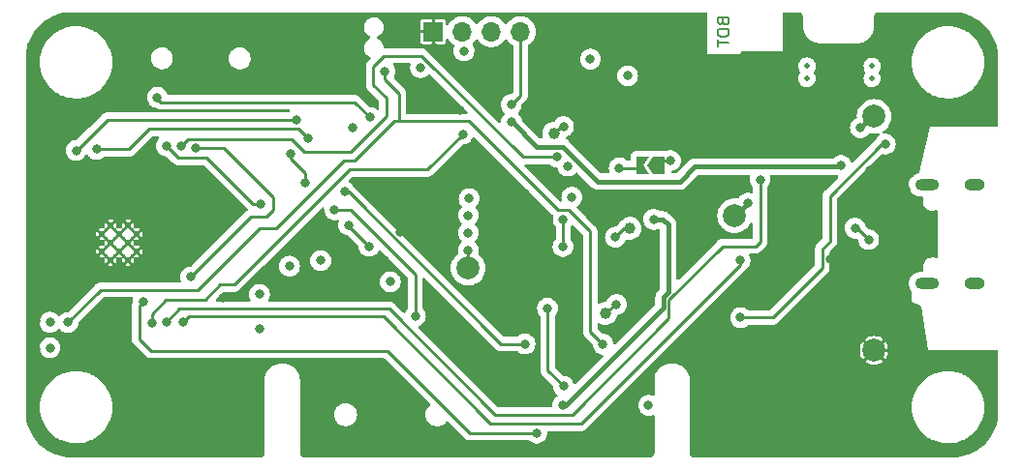
<source format=gbr>
G04 #@! TF.GenerationSoftware,KiCad,Pcbnew,(6.0.11)*
G04 #@! TF.CreationDate,2024-06-06T18:38:18+02:00*
G04 #@! TF.ProjectId,Wireless_Motion,57697265-6c65-4737-935f-4d6f74696f6e,rev?*
G04 #@! TF.SameCoordinates,Original*
G04 #@! TF.FileFunction,Copper,L4,Bot*
G04 #@! TF.FilePolarity,Positive*
%FSLAX45Y45*%
G04 Gerber Fmt 4.5, Leading zero omitted, Abs format (unit mm)*
G04 Created by KiCad (PCBNEW (6.0.11)) date 2024-06-06 18:38:18*
%MOMM*%
%LPD*%
G01*
G04 APERTURE LIST*
%ADD10C,0.200000*%
G04 #@! TA.AperFunction,NonConductor*
%ADD11C,0.200000*%
G04 #@! TD*
G04 #@! TA.AperFunction,ComponentPad*
%ADD12O,1.800000X1.000000*%
G04 #@! TD*
G04 #@! TA.AperFunction,ComponentPad*
%ADD13O,2.100000X1.000000*%
G04 #@! TD*
G04 #@! TA.AperFunction,HeatsinkPad*
%ADD14C,0.500000*%
G04 #@! TD*
G04 #@! TA.AperFunction,ComponentPad*
%ADD15O,1.700000X1.700000*%
G04 #@! TD*
G04 #@! TA.AperFunction,ComponentPad*
%ADD16R,1.700000X1.700000*%
G04 #@! TD*
G04 #@! TA.AperFunction,SMDPad,CuDef*
%ADD17C,2.000000*%
G04 #@! TD*
G04 #@! TA.AperFunction,SMDPad,CuDef*
%ADD18C,1.000000*%
G04 #@! TD*
G04 #@! TA.AperFunction,ViaPad*
%ADD19C,0.800000*%
G04 #@! TD*
G04 #@! TA.AperFunction,Conductor*
%ADD20C,0.400000*%
G04 #@! TD*
G04 #@! TA.AperFunction,Conductor*
%ADD21C,0.245000*%
G04 #@! TD*
G04 #@! TA.AperFunction,Conductor*
%ADD22C,0.230000*%
G04 #@! TD*
G04 APERTURE END LIST*
D10*
D11*
X12680857Y-4478167D02*
X12685619Y-4492452D01*
X12690381Y-4497214D01*
X12699905Y-4501976D01*
X12714190Y-4501976D01*
X12723714Y-4497214D01*
X12728476Y-4492452D01*
X12733238Y-4482929D01*
X12733238Y-4444833D01*
X12633238Y-4444833D01*
X12633238Y-4478167D01*
X12638000Y-4487690D01*
X12642762Y-4492452D01*
X12652286Y-4497214D01*
X12661809Y-4497214D01*
X12671333Y-4492452D01*
X12676095Y-4487690D01*
X12680857Y-4478167D01*
X12680857Y-4444833D01*
X12633238Y-4563881D02*
X12633238Y-4582929D01*
X12638000Y-4592452D01*
X12647524Y-4601976D01*
X12666571Y-4606738D01*
X12699905Y-4606738D01*
X12718952Y-4601976D01*
X12728476Y-4592452D01*
X12733238Y-4582929D01*
X12733238Y-4563881D01*
X12728476Y-4554357D01*
X12718952Y-4544833D01*
X12699905Y-4540071D01*
X12666571Y-4540071D01*
X12647524Y-4544833D01*
X12638000Y-4554357D01*
X12633238Y-4563881D01*
X12633238Y-4635310D02*
X12633238Y-4692452D01*
X12733238Y-4663881D02*
X12633238Y-4663881D01*
D12*
X14880000Y-6771000D03*
D13*
X14462000Y-6771000D03*
D12*
X14880000Y-5907000D03*
D13*
X14462000Y-5907000D03*
D14*
X13415500Y-4975463D03*
X13986043Y-4867750D03*
X13986043Y-4975463D03*
X13415500Y-4867750D03*
X7406500Y-6488250D03*
X7330250Y-6412000D03*
X7254000Y-6488250D03*
X7406500Y-6335750D03*
X7254000Y-6335750D03*
X7559000Y-6335750D03*
X7482750Y-6564500D03*
X7330250Y-6259500D03*
X7482750Y-6259500D03*
X7482750Y-6412000D03*
X7559000Y-6488250D03*
X7330250Y-6564500D03*
D15*
X10911500Y-4565000D03*
X10657500Y-4565000D03*
X10403500Y-4565000D03*
D16*
X10149500Y-4565000D03*
D17*
X12783000Y-6176500D03*
G04 #@! TA.AperFunction,SMDPad,CuDef*
G36*
X11922500Y-5661500D02*
G01*
X12037500Y-5661500D01*
X11987500Y-5736500D01*
X12037500Y-5811500D01*
X11922500Y-5811500D01*
X11922500Y-5661500D01*
G37*
G04 #@! TD.AperFunction*
G04 #@! TA.AperFunction,SMDPad,CuDef*
G36*
X12017500Y-5736500D02*
G01*
X12067500Y-5661500D01*
X12167500Y-5661500D01*
X12167500Y-5811500D01*
X12067500Y-5811500D01*
X12017500Y-5736500D01*
G37*
G04 #@! TD.AperFunction*
X14003000Y-7356500D03*
D18*
X11655500Y-7034000D03*
D17*
X10453000Y-6636500D03*
X14003000Y-5306500D03*
D18*
X11203000Y-5456500D03*
X11867000Y-6288500D03*
D19*
X10833000Y-5356500D03*
X13713000Y-5736500D03*
X13883000Y-5406500D03*
X14278000Y-5951500D03*
X12643000Y-8046500D03*
X12808000Y-5616500D03*
X11343000Y-4586500D03*
X9163000Y-4546500D03*
X10153000Y-4706500D03*
X10223000Y-6404000D03*
X14288000Y-6659000D03*
X8113000Y-4896500D03*
X10683000Y-6246500D03*
X10683000Y-6401500D03*
X9725500Y-6049000D03*
X14073000Y-6586500D03*
X9860500Y-6319000D03*
X12808000Y-7676500D03*
X14153000Y-7356500D03*
X10310000Y-5881500D03*
X11974963Y-8101718D03*
X13288000Y-6241500D03*
X11805500Y-5311500D03*
X13973000Y-6164000D03*
X9103000Y-7706500D03*
X11263000Y-5206500D03*
X11273000Y-5056500D03*
X6685500Y-5319000D03*
X11515500Y-6149000D03*
X13563000Y-5586500D03*
X11848000Y-4786500D03*
X9933000Y-4546500D03*
X10385500Y-5251500D03*
X10913000Y-6686500D03*
X11346405Y-6746500D03*
X9725500Y-6564000D03*
X11859500Y-6542000D03*
X11610500Y-5616500D03*
X13443000Y-6936500D03*
X13253000Y-5861500D03*
X6673000Y-5586500D03*
X8753000Y-6611500D03*
X13723000Y-7406500D03*
X11208000Y-8186500D03*
X7778000Y-7721500D03*
X14375500Y-7044000D03*
X8308000Y-6896500D03*
X7293000Y-7396500D03*
X11996000Y-6927500D03*
X9320500Y-6356500D03*
X6673000Y-7341500D03*
X8978000Y-6864000D03*
X11790500Y-5209000D03*
X12293000Y-4556500D03*
X12813000Y-5001500D03*
X9550500Y-6719000D03*
X11610500Y-5744000D03*
X9983000Y-5194000D03*
X7458000Y-7516500D03*
X14013000Y-6806500D03*
X12508000Y-7161500D03*
X6673000Y-7096500D03*
X13967500Y-5782000D03*
X10673000Y-6956500D03*
X13618000Y-6554000D03*
X14338000Y-5604000D03*
X13653000Y-6956500D03*
X11638000Y-6849000D03*
X10955500Y-5981500D03*
X10755500Y-7789000D03*
X9173000Y-4886500D03*
X11947000Y-6463500D03*
X14083000Y-6436500D03*
X13423000Y-8016500D03*
X12503000Y-7411500D03*
X8453000Y-7726500D03*
X13943000Y-8016500D03*
X13388000Y-7414000D03*
X12440500Y-5236500D03*
X10225500Y-6249000D03*
X10455500Y-6174000D03*
X8892500Y-6618500D03*
X9443000Y-5409000D03*
X12030500Y-7836500D03*
X11750500Y-6954000D03*
X10463000Y-6026500D03*
X10455500Y-6479000D03*
X11325500Y-5741500D03*
X10418000Y-4734000D03*
X8630500Y-6866500D03*
X9165500Y-6569000D03*
X6799500Y-7110000D03*
X11523000Y-4806500D03*
X8633000Y-7166500D03*
X12223000Y-5694000D03*
X9773000Y-6756500D03*
X11360000Y-6014000D03*
X10455500Y-6326500D03*
X11848000Y-4951500D03*
X6799500Y-7333000D03*
X10038000Y-4881500D03*
X6955500Y-7111500D03*
X11632750Y-7301250D03*
X9728000Y-4916500D03*
X12830500Y-6569000D03*
X7963000Y-7111500D03*
X7815500Y-7104000D03*
X13005500Y-5861500D03*
X11278000Y-7839000D03*
X12898000Y-6066500D03*
X12075500Y-6209000D03*
X10408000Y-5461500D03*
X7688000Y-7116500D03*
X9589200Y-6444500D03*
X9411000Y-6257500D03*
X9287173Y-6125673D03*
X9993000Y-7054000D03*
X10830500Y-5204000D03*
X11775000Y-5759000D03*
X11147500Y-6986500D03*
X11287500Y-7669000D03*
X9028000Y-5889000D03*
X8900500Y-5636500D03*
X10950500Y-7299000D03*
X9373000Y-5966500D03*
X8030500Y-6714000D03*
X8069500Y-5581500D03*
X7613000Y-6931500D03*
X11053000Y-8081500D03*
X7028000Y-5606500D03*
X8955500Y-5336500D03*
X7208000Y-5596500D03*
X9053000Y-5501500D03*
X8643000Y-6076500D03*
X7818000Y-5566800D03*
X7738000Y-5141500D03*
X9593000Y-5316500D03*
X12835500Y-7069000D03*
X14100500Y-5549000D03*
X11282655Y-6446500D03*
X11285000Y-6211500D03*
X11288000Y-5396500D03*
X11235500Y-5664000D03*
X7943000Y-5566500D03*
X13836250Y-6285250D03*
X13955000Y-6386500D03*
X11741000Y-6364500D03*
D20*
X12304250Y-5879000D02*
X12436750Y-5746500D01*
X13883000Y-5406500D02*
X13983000Y-5306500D01*
X11053000Y-5571500D02*
X11283000Y-5571500D01*
X11283000Y-5571500D02*
X11590500Y-5879000D01*
X11590500Y-5879000D02*
X12304250Y-5879000D01*
X10833000Y-5356500D02*
X10838000Y-5356500D01*
X13983000Y-5306500D02*
X14003000Y-5306500D01*
X12436750Y-5746500D02*
X13703000Y-5746500D01*
X10838000Y-5356500D02*
X11053000Y-5571500D01*
X13703000Y-5746500D02*
X13713000Y-5736500D01*
D21*
X14003000Y-7356500D02*
X14153000Y-7356500D01*
X11735500Y-6954000D02*
X11750500Y-6954000D01*
X12160000Y-5694000D02*
X12117500Y-5736500D01*
X10455500Y-6479000D02*
X10455500Y-6604000D01*
X12223000Y-5694000D02*
X12160000Y-5694000D01*
X10455500Y-6604000D02*
X10453000Y-6606500D01*
X11655500Y-7034000D02*
X11735500Y-6954000D01*
X11520500Y-6316500D02*
X11330500Y-6126500D01*
X9848000Y-5346500D02*
X9850500Y-5349000D01*
X9848000Y-5106950D02*
X9848000Y-5346500D01*
X9728000Y-4986950D02*
X9848000Y-5106950D01*
X8088000Y-6826500D02*
X8628000Y-6286500D01*
X11632750Y-7301250D02*
X11520500Y-7189000D01*
X10460500Y-5349000D02*
X9850500Y-5349000D01*
X11330500Y-6126500D02*
X11238000Y-6126500D01*
X11520500Y-7189000D02*
X11520500Y-6316500D01*
X6955500Y-7111500D02*
X7240500Y-6826500D01*
X9728000Y-4916500D02*
X9728000Y-4986950D01*
X9810500Y-5349000D02*
X9850500Y-5349000D01*
X9369000Y-5696500D02*
X9463000Y-5696500D01*
X11238000Y-6126500D02*
X10460500Y-5349000D01*
X7240500Y-6826500D02*
X8088000Y-6826500D01*
X8628000Y-6286500D02*
X8779000Y-6286500D01*
X8779000Y-6286500D02*
X9369000Y-5696500D01*
X9463000Y-5696500D02*
X9810500Y-5349000D01*
X9712139Y-7061500D02*
X8013000Y-7061500D01*
X10649639Y-7999000D02*
X9712139Y-7061500D01*
X8013000Y-7061500D02*
X7963000Y-7111500D01*
X12830500Y-6569000D02*
X12830500Y-6609000D01*
X12830500Y-6609000D02*
X11440500Y-7999000D01*
X11440500Y-7999000D02*
X10649639Y-7999000D01*
X7928000Y-6991500D02*
X9765500Y-6991500D01*
X12675500Y-6444000D02*
X12965500Y-6444000D01*
X11365500Y-7919000D02*
X12208000Y-7076500D01*
X10693000Y-7919000D02*
X11365500Y-7919000D01*
X9765500Y-6991500D02*
X10693000Y-7919000D01*
X12208000Y-6911500D02*
X12675500Y-6444000D01*
X13005500Y-6404000D02*
X13005500Y-5861500D01*
X7815500Y-7104000D02*
X7928000Y-6991500D01*
X12965500Y-6444000D02*
X13005500Y-6404000D01*
X12208000Y-7076500D02*
X12208000Y-6911500D01*
D20*
X12160750Y-6891928D02*
X12203000Y-6849678D01*
X11278000Y-7839000D02*
X11305500Y-7839000D01*
X12160750Y-6983750D02*
X12160750Y-6891928D01*
X12788000Y-6176500D02*
X12783000Y-6176500D01*
X12158000Y-6209000D02*
X12075500Y-6209000D01*
X11305500Y-7839000D02*
X12160750Y-6983750D01*
X12898000Y-6066500D02*
X12788000Y-6176500D01*
X12203000Y-6254000D02*
X12158000Y-6209000D01*
X12203000Y-6849678D02*
X12203000Y-6254000D01*
D21*
X10098000Y-5771500D02*
X10408000Y-5461500D01*
X9421000Y-5771500D02*
X10098000Y-5771500D01*
X8411000Y-6781500D02*
X9421000Y-5771500D01*
X8158000Y-6911500D02*
X8288000Y-6781500D01*
X7813000Y-6911500D02*
X8158000Y-6911500D01*
X7688000Y-7116500D02*
X7688000Y-7036500D01*
X8288000Y-6781500D02*
X8411000Y-6781500D01*
X7688000Y-7036500D02*
X7813000Y-6911500D01*
X9411000Y-6266300D02*
X9411000Y-6257500D01*
X9589200Y-6444500D02*
X9411000Y-6266300D01*
X9993000Y-6694000D02*
X9993000Y-7054000D01*
X9424673Y-6125673D02*
X9993000Y-6694000D01*
X9287173Y-6125673D02*
X9424673Y-6125673D01*
X10830500Y-5204000D02*
X10911500Y-5123000D01*
X10911500Y-5123000D02*
X10911500Y-4565000D01*
X11950000Y-5759000D02*
X11972500Y-5736500D01*
X11775000Y-5759000D02*
X11950000Y-5759000D01*
X11147500Y-6986500D02*
X11147500Y-7529000D01*
X11147500Y-7529000D02*
X11287500Y-7669000D01*
X9028000Y-5804000D02*
X8900500Y-5676500D01*
X9028000Y-5889000D02*
X9028000Y-5804000D01*
X9408000Y-5966500D02*
X10740500Y-7299000D01*
X10740500Y-7299000D02*
X10950500Y-7299000D01*
X9373000Y-5966500D02*
X9408000Y-5966500D01*
X8900500Y-5676500D02*
X8900500Y-5636500D01*
X8318000Y-5581500D02*
X8069500Y-5581500D01*
X7683000Y-7361500D02*
X7578000Y-7256500D01*
X9748390Y-7361500D02*
X7683000Y-7361500D01*
X8753000Y-6016500D02*
X8318000Y-5581500D01*
X8753000Y-6126500D02*
X8753000Y-6016500D01*
X10468390Y-8081500D02*
X9748390Y-7361500D01*
X7578000Y-7256500D02*
X7578000Y-6966500D01*
X8558000Y-6186500D02*
X8693000Y-6186500D01*
X11053000Y-8081500D02*
X10468390Y-8081500D01*
X8693000Y-6186500D02*
X8753000Y-6126500D01*
X7578000Y-6966500D02*
X7613000Y-6931500D01*
X8030500Y-6714000D02*
X8558000Y-6186500D01*
X7299250Y-5336500D02*
X8955500Y-5336500D01*
X7028000Y-5606500D02*
X7029250Y-5606500D01*
X7029250Y-5606500D02*
X7299250Y-5336500D01*
X9053000Y-5501500D02*
X8970500Y-5419000D01*
X7493000Y-5596500D02*
X7208000Y-5596500D01*
X7670500Y-5419000D02*
X7493000Y-5596500D01*
X8970500Y-5419000D02*
X7670500Y-5419000D01*
X7922700Y-5671500D02*
X7818000Y-5566800D01*
X8643000Y-6076500D02*
X8575500Y-6076500D01*
X8575500Y-6076500D02*
X8170500Y-5671500D01*
X8170500Y-5671500D02*
X7922700Y-5671500D01*
X7738000Y-5154000D02*
X7738000Y-5141500D01*
X9460500Y-5184000D02*
X7768000Y-5184000D01*
X9593000Y-5316500D02*
X9460500Y-5184000D01*
X7768000Y-5184000D02*
X7738000Y-5154000D01*
X13118000Y-7069000D02*
X13550500Y-6636500D01*
X13615500Y-6004000D02*
X14070500Y-5549000D01*
X13615500Y-6401394D02*
X13615500Y-6004000D01*
X12835500Y-7069000D02*
X13118000Y-7069000D01*
X13550500Y-6636500D02*
X13550500Y-6466394D01*
X13550500Y-6466394D02*
X13615500Y-6401394D01*
X14070500Y-5549000D02*
X14100500Y-5549000D01*
X11285000Y-6211500D02*
X11285000Y-6444155D01*
X11285000Y-6444155D02*
X11282655Y-6446500D01*
X11288000Y-5396500D02*
X11263000Y-5396500D01*
X11263000Y-5396500D02*
X11203000Y-5456500D01*
X10935500Y-5664000D02*
X10048000Y-4776500D01*
X9718000Y-4776500D02*
X9623000Y-4871500D01*
X9623000Y-4871500D02*
X9623000Y-5031500D01*
X8003000Y-5506500D02*
X7943000Y-5566500D01*
X9738000Y-5146500D02*
X9738000Y-5304000D01*
X8908000Y-5506500D02*
X8003000Y-5506500D01*
X10048000Y-4776500D02*
X9718000Y-4776500D01*
X9018000Y-5616500D02*
X8908000Y-5506500D01*
X11235500Y-5664000D02*
X10935500Y-5664000D01*
X9738000Y-5304000D02*
X9425500Y-5616500D01*
X9623000Y-5031500D02*
X9738000Y-5146500D01*
X9425500Y-5616500D02*
X9018000Y-5616500D01*
D22*
X13955000Y-6386500D02*
X13853750Y-6285250D01*
X13853750Y-6285250D02*
X13836250Y-6285250D01*
D21*
X11741000Y-6364500D02*
X11817000Y-6288500D01*
X11817000Y-6288500D02*
X11867000Y-6288500D01*
G04 #@! TA.AperFunction,Conductor*
G36*
X12535862Y-4396850D02*
G01*
X12540511Y-4402216D01*
X12541650Y-4407450D01*
X12541650Y-4762826D01*
X12834350Y-4762826D01*
X12834350Y-4751600D01*
X12836350Y-4744788D01*
X12841716Y-4740139D01*
X12846950Y-4739000D01*
X13205500Y-4739000D01*
X13205500Y-4407450D01*
X13207500Y-4400638D01*
X13212866Y-4395989D01*
X13218100Y-4394850D01*
X13338063Y-4394850D01*
X13340002Y-4395000D01*
X13341485Y-4395231D01*
X13341485Y-4395231D01*
X13342372Y-4395369D01*
X13343262Y-4395253D01*
X13344160Y-4395264D01*
X13344160Y-4395284D01*
X13346304Y-4395285D01*
X13351488Y-4395968D01*
X13354665Y-4396819D01*
X13361042Y-4399460D01*
X13363891Y-4401105D01*
X13366875Y-4403394D01*
X13369367Y-4405307D01*
X13371693Y-4407633D01*
X13375895Y-4413109D01*
X13377540Y-4415958D01*
X13380181Y-4422335D01*
X13381032Y-4425512D01*
X13381666Y-4430328D01*
X13381773Y-4432126D01*
X13381769Y-4432485D01*
X13381631Y-4433372D01*
X13381747Y-4434263D01*
X13381747Y-4434263D01*
X13382044Y-4436528D01*
X13382150Y-4438162D01*
X13382150Y-4511563D01*
X13382000Y-4513502D01*
X13381769Y-4514985D01*
X13381769Y-4514986D01*
X13381631Y-4515872D01*
X13381779Y-4517006D01*
X13381853Y-4517741D01*
X13383304Y-4538023D01*
X13383653Y-4539625D01*
X13387570Y-4557632D01*
X13387891Y-4559108D01*
X13388048Y-4559529D01*
X13388048Y-4559530D01*
X13390214Y-4565337D01*
X13395431Y-4579325D01*
X13405773Y-4598264D01*
X13418704Y-4615538D01*
X13433962Y-4630796D01*
X13451236Y-4643727D01*
X13470175Y-4654069D01*
X13479880Y-4657689D01*
X13489970Y-4661452D01*
X13489971Y-4661452D01*
X13490392Y-4661609D01*
X13490831Y-4661705D01*
X13490832Y-4661705D01*
X13505062Y-4664800D01*
X13511477Y-4666196D01*
X13528953Y-4667446D01*
X13530145Y-4667588D01*
X13531265Y-4667777D01*
X13531265Y-4667777D01*
X13531745Y-4667858D01*
X13532372Y-4667865D01*
X13532514Y-4667867D01*
X13532514Y-4667867D01*
X13533000Y-4667873D01*
X13535762Y-4667477D01*
X13537549Y-4667350D01*
X13845175Y-4667350D01*
X13847265Y-4667525D01*
X13848766Y-4667777D01*
X13848766Y-4667777D01*
X13849245Y-4667858D01*
X13849869Y-4667865D01*
X13850014Y-4667867D01*
X13850014Y-4667867D01*
X13850500Y-4667873D01*
X13851979Y-4667661D01*
X13852864Y-4667566D01*
X13871574Y-4666228D01*
X13872023Y-4666196D01*
X13878438Y-4664800D01*
X13892668Y-4661705D01*
X13892669Y-4661705D01*
X13893108Y-4661609D01*
X13893529Y-4661452D01*
X13893530Y-4661452D01*
X13903620Y-4657689D01*
X13913325Y-4654069D01*
X13932264Y-4643727D01*
X13949538Y-4630796D01*
X13964796Y-4615538D01*
X13977727Y-4598264D01*
X13988068Y-4579325D01*
X13993286Y-4565337D01*
X13995452Y-4559530D01*
X13995452Y-4559529D01*
X13995609Y-4559108D01*
X13995930Y-4557632D01*
X13999847Y-4539625D01*
X14000196Y-4538023D01*
X14001446Y-4520547D01*
X14001588Y-4519355D01*
X14001777Y-4518235D01*
X14001777Y-4518235D01*
X14001858Y-4517755D01*
X14001865Y-4517128D01*
X14001867Y-4516986D01*
X14001867Y-4516986D01*
X14001873Y-4516500D01*
X14001477Y-4513738D01*
X14001350Y-4511951D01*
X14001350Y-4439325D01*
X14001525Y-4437235D01*
X14001777Y-4435734D01*
X14001777Y-4435734D01*
X14001858Y-4435255D01*
X14001873Y-4434000D01*
X14001804Y-4433518D01*
X14001772Y-4433033D01*
X14001841Y-4433028D01*
X14001826Y-4430381D01*
X14002467Y-4425512D01*
X14003319Y-4422335D01*
X14005960Y-4415958D01*
X14007605Y-4413109D01*
X14011807Y-4407633D01*
X14014133Y-4405307D01*
X14016625Y-4403394D01*
X14019609Y-4401105D01*
X14022457Y-4399460D01*
X14028835Y-4396819D01*
X14032012Y-4395968D01*
X14036828Y-4395334D01*
X14038626Y-4395227D01*
X14038985Y-4395231D01*
X14039872Y-4395369D01*
X14040763Y-4395253D01*
X14040763Y-4395253D01*
X14042003Y-4395091D01*
X14043029Y-4394956D01*
X14044662Y-4394850D01*
X14682563Y-4394850D01*
X14684502Y-4395000D01*
X14685985Y-4395231D01*
X14685985Y-4395231D01*
X14686872Y-4395369D01*
X14688681Y-4395133D01*
X14688866Y-4395109D01*
X14691081Y-4395016D01*
X14723747Y-4396526D01*
X14724906Y-4396633D01*
X14760267Y-4401566D01*
X14761411Y-4401780D01*
X14796166Y-4409954D01*
X14797284Y-4410272D01*
X14814211Y-4415946D01*
X14831137Y-4421619D01*
X14832222Y-4422039D01*
X14864884Y-4436461D01*
X14865924Y-4436979D01*
X14897118Y-4454353D01*
X14898105Y-4454965D01*
X14900731Y-4456763D01*
X14927561Y-4475142D01*
X14928490Y-4475844D01*
X14955958Y-4498653D01*
X14956818Y-4499437D01*
X14982063Y-4524682D01*
X14982847Y-4525542D01*
X15005656Y-4553010D01*
X15006358Y-4553939D01*
X15026535Y-4583395D01*
X15027147Y-4584382D01*
X15044521Y-4615576D01*
X15045039Y-4616616D01*
X15059461Y-4649278D01*
X15059881Y-4650363D01*
X15063683Y-4661705D01*
X15071139Y-4683951D01*
X15071228Y-4684215D01*
X15071546Y-4685334D01*
X15078440Y-4714645D01*
X15079720Y-4720089D01*
X15079934Y-4721233D01*
X15084867Y-4756594D01*
X15084974Y-4757753D01*
X15086450Y-4789679D01*
X15086314Y-4792199D01*
X15086269Y-4792485D01*
X15086269Y-4792486D01*
X15086131Y-4793372D01*
X15086247Y-4794263D01*
X15086247Y-4794263D01*
X15086544Y-4796528D01*
X15086650Y-4798162D01*
X15086650Y-5384371D01*
X15084650Y-5391183D01*
X15079284Y-5395833D01*
X15074112Y-5396971D01*
X14489606Y-5399834D01*
X14489605Y-5399834D01*
X14487794Y-5399843D01*
X14415860Y-5721844D01*
X14398904Y-5797748D01*
X14395466Y-5803960D01*
X14389216Y-5807328D01*
X14388051Y-5807508D01*
X14387930Y-5807532D01*
X14387317Y-5807592D01*
X14368383Y-5813308D01*
X14350920Y-5822593D01*
X14345639Y-5826901D01*
X14336071Y-5834704D01*
X14336071Y-5834704D01*
X14335594Y-5835093D01*
X14335201Y-5835568D01*
X14335201Y-5835568D01*
X14323380Y-5849857D01*
X14323380Y-5849858D01*
X14322987Y-5850332D01*
X14313580Y-5867730D01*
X14307732Y-5886623D01*
X14307667Y-5887236D01*
X14307667Y-5887236D01*
X14306467Y-5898656D01*
X14305664Y-5906292D01*
X14306415Y-5914542D01*
X14307387Y-5925218D01*
X14307457Y-5925989D01*
X14307631Y-5926579D01*
X14307631Y-5926580D01*
X14310434Y-5936105D01*
X14313041Y-5944962D01*
X14313326Y-5945508D01*
X14313326Y-5945508D01*
X14315795Y-5950230D01*
X14322204Y-5962489D01*
X14334597Y-5977902D01*
X14349747Y-5990615D01*
X14350287Y-5990912D01*
X14350288Y-5990912D01*
X14363257Y-5998042D01*
X14367079Y-6000143D01*
X14367665Y-6000329D01*
X14367666Y-6000329D01*
X14384876Y-6005789D01*
X14385931Y-6006123D01*
X14401323Y-6007850D01*
X14420478Y-6007850D01*
X14427290Y-6009850D01*
X14431939Y-6015216D01*
X14432949Y-6022243D01*
X14432177Y-6025129D01*
X14431247Y-6027453D01*
X14431136Y-6028126D01*
X14431135Y-6028127D01*
X14429939Y-6035356D01*
X14428289Y-6045320D01*
X14428325Y-6046001D01*
X14428325Y-6046002D01*
X14428920Y-6057350D01*
X14429237Y-6063405D01*
X14429418Y-6064062D01*
X14429418Y-6064062D01*
X14431020Y-6069879D01*
X14434046Y-6080864D01*
X14442492Y-6096884D01*
X14442933Y-6097405D01*
X14442933Y-6097405D01*
X14453741Y-6110194D01*
X14453741Y-6110195D01*
X14454181Y-6110716D01*
X14454724Y-6111130D01*
X14454724Y-6111130D01*
X14468026Y-6121301D01*
X14468026Y-6121301D01*
X14468568Y-6121715D01*
X14475648Y-6125016D01*
X14484363Y-6129080D01*
X14484363Y-6129081D01*
X14484981Y-6129368D01*
X14485646Y-6129517D01*
X14485646Y-6129517D01*
X14494364Y-6131466D01*
X14502654Y-6133319D01*
X14503209Y-6133350D01*
X14516524Y-6133350D01*
X14530004Y-6131886D01*
X14530650Y-6131668D01*
X14530650Y-6131668D01*
X14537145Y-6129482D01*
X14540881Y-6128225D01*
X14547975Y-6127948D01*
X14554093Y-6131550D01*
X14557292Y-6137888D01*
X14557500Y-6140167D01*
X14557500Y-6537471D01*
X14555500Y-6544283D01*
X14550134Y-6548933D01*
X14543107Y-6549943D01*
X14540295Y-6549105D01*
X14540284Y-6549140D01*
X14539637Y-6548919D01*
X14539019Y-6548631D01*
X14538354Y-6548483D01*
X14538354Y-6548483D01*
X14521849Y-6544794D01*
X14521849Y-6544794D01*
X14521346Y-6544681D01*
X14520791Y-6544650D01*
X14507476Y-6544650D01*
X14493996Y-6546114D01*
X14482620Y-6549943D01*
X14477480Y-6551673D01*
X14477479Y-6551673D01*
X14476832Y-6551891D01*
X14461309Y-6561218D01*
X14460814Y-6561686D01*
X14460813Y-6561687D01*
X14448647Y-6573192D01*
X14448151Y-6573661D01*
X14447768Y-6574224D01*
X14447768Y-6574225D01*
X14438411Y-6587993D01*
X14437972Y-6588639D01*
X14431247Y-6605453D01*
X14431136Y-6606126D01*
X14431135Y-6606127D01*
X14428487Y-6622123D01*
X14428289Y-6623320D01*
X14428325Y-6624001D01*
X14428325Y-6624002D01*
X14428998Y-6636836D01*
X14429237Y-6641405D01*
X14429418Y-6642062D01*
X14429418Y-6642062D01*
X14432762Y-6654204D01*
X14432643Y-6661303D01*
X14428705Y-6667210D01*
X14422198Y-6670050D01*
X14420615Y-6670150D01*
X14402023Y-6670150D01*
X14401717Y-6670180D01*
X14401717Y-6670180D01*
X14395866Y-6670754D01*
X14387317Y-6671592D01*
X14386727Y-6671770D01*
X14386726Y-6671770D01*
X14379725Y-6673884D01*
X14368383Y-6677308D01*
X14350920Y-6686593D01*
X14342294Y-6693629D01*
X14336071Y-6698704D01*
X14336071Y-6698704D01*
X14335594Y-6699093D01*
X14335201Y-6699568D01*
X14335201Y-6699568D01*
X14323380Y-6713857D01*
X14323380Y-6713858D01*
X14322987Y-6714332D01*
X14313580Y-6731730D01*
X14307732Y-6750623D01*
X14307667Y-6751236D01*
X14307667Y-6751236D01*
X14306021Y-6766901D01*
X14305664Y-6770292D01*
X14305750Y-6771231D01*
X14307256Y-6787778D01*
X14307457Y-6789989D01*
X14307631Y-6790579D01*
X14307631Y-6790580D01*
X14310725Y-6801092D01*
X14313041Y-6808962D01*
X14313326Y-6809508D01*
X14313326Y-6809508D01*
X14315050Y-6812806D01*
X14322204Y-6826489D01*
X14325293Y-6830331D01*
X14329720Y-6835836D01*
X14332429Y-6842399D01*
X14332500Y-6843732D01*
X14332500Y-6925940D01*
X14333910Y-6926699D01*
X14333911Y-6926699D01*
X14406989Y-6966034D01*
X14412039Y-6971023D01*
X14413466Y-6975184D01*
X14472397Y-7352453D01*
X14472676Y-7354243D01*
X14473638Y-7354243D01*
X14473638Y-7354243D01*
X14754256Y-7354144D01*
X15074046Y-7354031D01*
X15080858Y-7356029D01*
X15085509Y-7361393D01*
X15086650Y-7366631D01*
X15086650Y-7889063D01*
X15086500Y-7891002D01*
X15086429Y-7891457D01*
X15086131Y-7893372D01*
X15086247Y-7894262D01*
X15086391Y-7895366D01*
X15086484Y-7897581D01*
X15084974Y-7930247D01*
X15084867Y-7931406D01*
X15079934Y-7966767D01*
X15079720Y-7967911D01*
X15072904Y-7996890D01*
X15071546Y-8002666D01*
X15071228Y-8003784D01*
X15066340Y-8018368D01*
X15059881Y-8037637D01*
X15059461Y-8038722D01*
X15045039Y-8071384D01*
X15044521Y-8072424D01*
X15027147Y-8103618D01*
X15026535Y-8104605D01*
X15006358Y-8134061D01*
X15005656Y-8134990D01*
X14982847Y-8162458D01*
X14982063Y-8163318D01*
X14956818Y-8188563D01*
X14955958Y-8189347D01*
X14928490Y-8212156D01*
X14927561Y-8212858D01*
X14898105Y-8233035D01*
X14897118Y-8233647D01*
X14865924Y-8251021D01*
X14864884Y-8251539D01*
X14832222Y-8265961D01*
X14831137Y-8266381D01*
X14814249Y-8272042D01*
X14797284Y-8277728D01*
X14796166Y-8278046D01*
X14762915Y-8285866D01*
X14761411Y-8286220D01*
X14760267Y-8286434D01*
X14749731Y-8287904D01*
X14726238Y-8291181D01*
X14724906Y-8291367D01*
X14723747Y-8291474D01*
X14691821Y-8292950D01*
X14689301Y-8292814D01*
X14689015Y-8292769D01*
X14689014Y-8292769D01*
X14688128Y-8292631D01*
X14687237Y-8292747D01*
X14687237Y-8292747D01*
X14686135Y-8292891D01*
X14684971Y-8293044D01*
X14683338Y-8293150D01*
X12434005Y-8293150D01*
X12432066Y-8293000D01*
X12430584Y-8292769D01*
X12430584Y-8292769D01*
X12429697Y-8292631D01*
X12428807Y-8292747D01*
X12427909Y-8292736D01*
X12427909Y-8292716D01*
X12425765Y-8292715D01*
X12425396Y-8292666D01*
X12424949Y-8292607D01*
X12420581Y-8292032D01*
X12417404Y-8291181D01*
X12411027Y-8288539D01*
X12408179Y-8286895D01*
X12406658Y-8285728D01*
X12402702Y-8282693D01*
X12400377Y-8280367D01*
X12396175Y-8274891D01*
X12394530Y-8272042D01*
X12391889Y-8265665D01*
X12391037Y-8262488D01*
X12390447Y-8258007D01*
X12390394Y-8255444D01*
X12390426Y-8255255D01*
X12390441Y-8254000D01*
X12390046Y-8251238D01*
X12389918Y-8249451D01*
X12389918Y-7851791D01*
X14331160Y-7851791D01*
X14332885Y-7887067D01*
X14332941Y-7887414D01*
X14332941Y-7887414D01*
X14337508Y-7915612D01*
X14338532Y-7921931D01*
X14338627Y-7922270D01*
X14338627Y-7922270D01*
X14346508Y-7950499D01*
X14348030Y-7955948D01*
X14361260Y-7988694D01*
X14361427Y-7989003D01*
X14361427Y-7989003D01*
X14363414Y-7992678D01*
X14378058Y-8019762D01*
X14398215Y-8048763D01*
X14398446Y-8049027D01*
X14398446Y-8049028D01*
X14414458Y-8067317D01*
X14421478Y-8075337D01*
X14447559Y-8099152D01*
X14476132Y-8119911D01*
X14476438Y-8120085D01*
X14476439Y-8120086D01*
X14480298Y-8122278D01*
X14506841Y-8137356D01*
X14520626Y-8143265D01*
X14538979Y-8151131D01*
X14538980Y-8151131D01*
X14539303Y-8151270D01*
X14544531Y-8152848D01*
X14572776Y-8161376D01*
X14572776Y-8161376D01*
X14573113Y-8161478D01*
X14593035Y-8165134D01*
X14607504Y-8167789D01*
X14607504Y-8167790D01*
X14607851Y-8167853D01*
X14626899Y-8169185D01*
X14636187Y-8169835D01*
X14636188Y-8169835D01*
X14636406Y-8169850D01*
X14656402Y-8169850D01*
X14656575Y-8169840D01*
X14656576Y-8169840D01*
X14675328Y-8168792D01*
X14682763Y-8168376D01*
X14690152Y-8167126D01*
X14717240Y-8162545D01*
X14717240Y-8162545D01*
X14717586Y-8162486D01*
X14751536Y-8152751D01*
X14770353Y-8144995D01*
X14783865Y-8139426D01*
X14783865Y-8139426D01*
X14784189Y-8139293D01*
X14807124Y-8126684D01*
X14814831Y-8122447D01*
X14814831Y-8122447D01*
X14815139Y-8122278D01*
X14843999Y-8101920D01*
X14852607Y-8094277D01*
X14870147Y-8078704D01*
X14870147Y-8078704D01*
X14870409Y-8078471D01*
X14878907Y-8069033D01*
X14893806Y-8052487D01*
X14893806Y-8052487D01*
X14894042Y-8052225D01*
X14904485Y-8037637D01*
X14914396Y-8023794D01*
X14914396Y-8023794D01*
X14914601Y-8023508D01*
X14931831Y-7992678D01*
X14945518Y-7960119D01*
X14945617Y-7959783D01*
X14945617Y-7959782D01*
X14953764Y-7932101D01*
X14955489Y-7926238D01*
X14961622Y-7891457D01*
X14961651Y-7891002D01*
X14963818Y-7856560D01*
X14963818Y-7856560D01*
X14963840Y-7856208D01*
X14963353Y-7846261D01*
X14962132Y-7821283D01*
X14962132Y-7821283D01*
X14962115Y-7820933D01*
X14961944Y-7819876D01*
X14956524Y-7786416D01*
X14956524Y-7786416D01*
X14956468Y-7786069D01*
X14956118Y-7784815D01*
X14947065Y-7752391D01*
X14946970Y-7752052D01*
X14933740Y-7719306D01*
X14931762Y-7715647D01*
X14917149Y-7688621D01*
X14916942Y-7688238D01*
X14896785Y-7659237D01*
X14893526Y-7655513D01*
X14873754Y-7632928D01*
X14873522Y-7632663D01*
X14847441Y-7608848D01*
X14818868Y-7588089D01*
X14815059Y-7585925D01*
X14797912Y-7576184D01*
X14788159Y-7570644D01*
X14763983Y-7560281D01*
X14756020Y-7556869D01*
X14756020Y-7556869D01*
X14755697Y-7556730D01*
X14734449Y-7550315D01*
X14722224Y-7546624D01*
X14722224Y-7546624D01*
X14721887Y-7546522D01*
X14696350Y-7541835D01*
X14687496Y-7540210D01*
X14687496Y-7540210D01*
X14687149Y-7540147D01*
X14668101Y-7538815D01*
X14658813Y-7538165D01*
X14658812Y-7538165D01*
X14658594Y-7538150D01*
X14638598Y-7538150D01*
X14638425Y-7538160D01*
X14638424Y-7538160D01*
X14619672Y-7539208D01*
X14612237Y-7539624D01*
X14608768Y-7540210D01*
X14577760Y-7545455D01*
X14577760Y-7545455D01*
X14577414Y-7545514D01*
X14543464Y-7555249D01*
X14534598Y-7558903D01*
X14511135Y-7568574D01*
X14511134Y-7568574D01*
X14510811Y-7568707D01*
X14497211Y-7576184D01*
X14480169Y-7585553D01*
X14480169Y-7585553D01*
X14479861Y-7585722D01*
X14451001Y-7606080D01*
X14445270Y-7611169D01*
X14424853Y-7629296D01*
X14424853Y-7629296D01*
X14424591Y-7629529D01*
X14424355Y-7629790D01*
X14424355Y-7629790D01*
X14404326Y-7652035D01*
X14400958Y-7655775D01*
X14398273Y-7659525D01*
X14380604Y-7684206D01*
X14380604Y-7684206D01*
X14380399Y-7684492D01*
X14363169Y-7715322D01*
X14349482Y-7747881D01*
X14349383Y-7748217D01*
X14349383Y-7748218D01*
X14346112Y-7759330D01*
X14339511Y-7781762D01*
X14333378Y-7816543D01*
X14333355Y-7816894D01*
X14333355Y-7816894D01*
X14331362Y-7848578D01*
X14331160Y-7851791D01*
X12389918Y-7851791D01*
X12389918Y-7619325D01*
X12390093Y-7617234D01*
X12390345Y-7615734D01*
X12390345Y-7615734D01*
X12390426Y-7615255D01*
X12390441Y-7614000D01*
X12390308Y-7613066D01*
X12390219Y-7612270D01*
X12388815Y-7594424D01*
X12388616Y-7591898D01*
X12383440Y-7570340D01*
X12374956Y-7549857D01*
X12372258Y-7545455D01*
X12367782Y-7538150D01*
X12363372Y-7530954D01*
X12348973Y-7514095D01*
X12332114Y-7499697D01*
X12321212Y-7493016D01*
X12313633Y-7488372D01*
X12313633Y-7488372D01*
X12313211Y-7488113D01*
X12292728Y-7479629D01*
X12292246Y-7479513D01*
X12292246Y-7479513D01*
X12286862Y-7478221D01*
X12271170Y-7474454D01*
X12252785Y-7473007D01*
X12251683Y-7472871D01*
X12250804Y-7472723D01*
X12250803Y-7472723D01*
X12250323Y-7472642D01*
X12249673Y-7472634D01*
X12249553Y-7472633D01*
X12249553Y-7472633D01*
X12249068Y-7472627D01*
X12248587Y-7472696D01*
X12248586Y-7472696D01*
X12246305Y-7473023D01*
X12244519Y-7473150D01*
X12228893Y-7473150D01*
X12226802Y-7472975D01*
X12225303Y-7472723D01*
X12225302Y-7472723D01*
X12224823Y-7472642D01*
X12224188Y-7472635D01*
X12224054Y-7472633D01*
X12224053Y-7472633D01*
X12223568Y-7472627D01*
X12222632Y-7472761D01*
X12221836Y-7472849D01*
X12201466Y-7474453D01*
X12200984Y-7474568D01*
X12200984Y-7474568D01*
X12180389Y-7479513D01*
X12180389Y-7479513D01*
X12179908Y-7479629D01*
X12179451Y-7479818D01*
X12179451Y-7479818D01*
X12173384Y-7482331D01*
X12159426Y-7488113D01*
X12140522Y-7499697D01*
X12140146Y-7500018D01*
X12140146Y-7500018D01*
X12124165Y-7513668D01*
X12123664Y-7514096D01*
X12123343Y-7514471D01*
X12110090Y-7529989D01*
X12109266Y-7530954D01*
X12097682Y-7549858D01*
X12097493Y-7550315D01*
X12097493Y-7550315D01*
X12089387Y-7569883D01*
X12089387Y-7569883D01*
X12089198Y-7570340D01*
X12089082Y-7570822D01*
X12084412Y-7590276D01*
X12084022Y-7591898D01*
X12083080Y-7603867D01*
X12082506Y-7611169D01*
X12082395Y-7612119D01*
X12082337Y-7612485D01*
X12082337Y-7612485D01*
X12082199Y-7613372D01*
X12082316Y-7614263D01*
X12082316Y-7614263D01*
X12082612Y-7616528D01*
X12082718Y-7618162D01*
X12082718Y-7740899D01*
X12080718Y-7747711D01*
X12075353Y-7752361D01*
X12068325Y-7753371D01*
X12064994Y-7752410D01*
X12058729Y-7749621D01*
X12049018Y-7747556D01*
X12040694Y-7745787D01*
X12040694Y-7745787D01*
X12040049Y-7745650D01*
X12020951Y-7745650D01*
X12020306Y-7745787D01*
X12020306Y-7745787D01*
X12011982Y-7747556D01*
X12002271Y-7749621D01*
X12001668Y-7749889D01*
X12001668Y-7749889D01*
X11985428Y-7757120D01*
X11985428Y-7757120D01*
X11984825Y-7757388D01*
X11984291Y-7757776D01*
X11984291Y-7757776D01*
X11980208Y-7760742D01*
X11969375Y-7768613D01*
X11968933Y-7769104D01*
X11968932Y-7769104D01*
X11957225Y-7782107D01*
X11956596Y-7782806D01*
X11947047Y-7799344D01*
X11941146Y-7817507D01*
X11941077Y-7818163D01*
X11941077Y-7818163D01*
X11940786Y-7820933D01*
X11939150Y-7836500D01*
X11941146Y-7855493D01*
X11947047Y-7873656D01*
X11956596Y-7890194D01*
X11957038Y-7890685D01*
X11957038Y-7890685D01*
X11961845Y-7896024D01*
X11969375Y-7904387D01*
X11984825Y-7915612D01*
X11985428Y-7915880D01*
X11985428Y-7915880D01*
X11994024Y-7919707D01*
X12002271Y-7923379D01*
X12011611Y-7925365D01*
X12020306Y-7927213D01*
X12020306Y-7927213D01*
X12020951Y-7927350D01*
X12040049Y-7927350D01*
X12040694Y-7927213D01*
X12040694Y-7927213D01*
X12049389Y-7925365D01*
X12058729Y-7923379D01*
X12064994Y-7920590D01*
X12072030Y-7919647D01*
X12078460Y-7922657D01*
X12082241Y-7928666D01*
X12082718Y-7932101D01*
X12082718Y-8249063D01*
X12082568Y-8251002D01*
X12082566Y-8251021D01*
X12082199Y-8253372D01*
X12082316Y-8254262D01*
X12082305Y-8255160D01*
X12082284Y-8255160D01*
X12082283Y-8257304D01*
X12081601Y-8262487D01*
X12080750Y-8265665D01*
X12078108Y-8272042D01*
X12076463Y-8274890D01*
X12072261Y-8280366D01*
X12069936Y-8282692D01*
X12064460Y-8286894D01*
X12061611Y-8288539D01*
X12055234Y-8291180D01*
X12052057Y-8292031D01*
X12047231Y-8292666D01*
X12045433Y-8292773D01*
X12045084Y-8292769D01*
X12044197Y-8292631D01*
X12041307Y-8293009D01*
X12041040Y-8293044D01*
X12039406Y-8293150D01*
X9027937Y-8293150D01*
X9025998Y-8293000D01*
X9024515Y-8292769D01*
X9024515Y-8292769D01*
X9023628Y-8292631D01*
X9022738Y-8292747D01*
X9021840Y-8292736D01*
X9021840Y-8292716D01*
X9019696Y-8292715D01*
X9014512Y-8292032D01*
X9011335Y-8291181D01*
X9004958Y-8288540D01*
X9002109Y-8286895D01*
X8996633Y-8282693D01*
X8994307Y-8280367D01*
X8990105Y-8274891D01*
X8988460Y-8272042D01*
X8985819Y-8265665D01*
X8984968Y-8262488D01*
X8984378Y-8258014D01*
X8984325Y-8255448D01*
X8984358Y-8255255D01*
X8984373Y-8254000D01*
X8983977Y-8251238D01*
X8983850Y-8249451D01*
X8983850Y-7918292D01*
X9281165Y-7918292D01*
X9281640Y-7923517D01*
X9282721Y-7935395D01*
X9282957Y-7937989D01*
X9288541Y-7956962D01*
X9288826Y-7957508D01*
X9288827Y-7957508D01*
X9290361Y-7960443D01*
X9297704Y-7974489D01*
X9310097Y-7989902D01*
X9310569Y-7990299D01*
X9311293Y-7990906D01*
X9325247Y-8002615D01*
X9325787Y-8002912D01*
X9325788Y-8002912D01*
X9339050Y-8010203D01*
X9342579Y-8012143D01*
X9343165Y-8012329D01*
X9343166Y-8012329D01*
X9355997Y-8016400D01*
X9361431Y-8018123D01*
X9376823Y-8019850D01*
X9387477Y-8019850D01*
X9387783Y-8019820D01*
X9387783Y-8019820D01*
X9393634Y-8019246D01*
X9402183Y-8018408D01*
X9402773Y-8018230D01*
X9402774Y-8018230D01*
X9414433Y-8014709D01*
X9421117Y-8012692D01*
X9438580Y-8003407D01*
X9451358Y-7992985D01*
X9453429Y-7991296D01*
X9453429Y-7991296D01*
X9453906Y-7990906D01*
X9460769Y-7982611D01*
X9466120Y-7976142D01*
X9466120Y-7976142D01*
X9466513Y-7975667D01*
X9475920Y-7958270D01*
X9481768Y-7939377D01*
X9483526Y-7922657D01*
X9483771Y-7920320D01*
X9483771Y-7920320D01*
X9483836Y-7919707D01*
X9482043Y-7900011D01*
X9481001Y-7896469D01*
X9476633Y-7881629D01*
X9476459Y-7881038D01*
X9475492Y-7879188D01*
X9467581Y-7864057D01*
X9467296Y-7863511D01*
X9454903Y-7848097D01*
X9454273Y-7847568D01*
X9444844Y-7839656D01*
X9439753Y-7835385D01*
X9439213Y-7835088D01*
X9439212Y-7835087D01*
X9422961Y-7826153D01*
X9422961Y-7826153D01*
X9422421Y-7825857D01*
X9421835Y-7825671D01*
X9421834Y-7825670D01*
X9404156Y-7820063D01*
X9404156Y-7820063D01*
X9403569Y-7819876D01*
X9388177Y-7818150D01*
X9377523Y-7818150D01*
X9377218Y-7818180D01*
X9377217Y-7818180D01*
X9371366Y-7818754D01*
X9362817Y-7819592D01*
X9362227Y-7819770D01*
X9362226Y-7819770D01*
X9359526Y-7820586D01*
X9343883Y-7825308D01*
X9326420Y-7834593D01*
X9317794Y-7841629D01*
X9311571Y-7846704D01*
X9311571Y-7846704D01*
X9311094Y-7847093D01*
X9310701Y-7847568D01*
X9310701Y-7847568D01*
X9298880Y-7861857D01*
X9298880Y-7861858D01*
X9298487Y-7862332D01*
X9289080Y-7879730D01*
X9283232Y-7898623D01*
X9283167Y-7899236D01*
X9283167Y-7899236D01*
X9282626Y-7904387D01*
X9281165Y-7918292D01*
X8983850Y-7918292D01*
X8983850Y-7619325D01*
X8984025Y-7617234D01*
X8984277Y-7615734D01*
X8984277Y-7615734D01*
X8984358Y-7615255D01*
X8984373Y-7614000D01*
X8984236Y-7613042D01*
X8984148Y-7612246D01*
X8982745Y-7594425D01*
X8982546Y-7591898D01*
X8982157Y-7590276D01*
X8977486Y-7570822D01*
X8977371Y-7570340D01*
X8977181Y-7569883D01*
X8969076Y-7550315D01*
X8969076Y-7550315D01*
X8968886Y-7549858D01*
X8957302Y-7530954D01*
X8942904Y-7514096D01*
X8926046Y-7499698D01*
X8907142Y-7488114D01*
X8906685Y-7487924D01*
X8906685Y-7487924D01*
X8887117Y-7479819D01*
X8887117Y-7479819D01*
X8886660Y-7479629D01*
X8879233Y-7477846D01*
X8865583Y-7474569D01*
X8865583Y-7474569D01*
X8865102Y-7474454D01*
X8846717Y-7473007D01*
X8845615Y-7472871D01*
X8844735Y-7472723D01*
X8844735Y-7472723D01*
X8844255Y-7472642D01*
X8843628Y-7472635D01*
X8843486Y-7472633D01*
X8843486Y-7472633D01*
X8843000Y-7472627D01*
X8841426Y-7472852D01*
X8840238Y-7473023D01*
X8838451Y-7473150D01*
X8822825Y-7473150D01*
X8820735Y-7472975D01*
X8819234Y-7472723D01*
X8819234Y-7472723D01*
X8818755Y-7472642D01*
X8818153Y-7472635D01*
X8817987Y-7472633D01*
X8817986Y-7472633D01*
X8817500Y-7472627D01*
X8816772Y-7472731D01*
X8816542Y-7472764D01*
X8815746Y-7472852D01*
X8804243Y-7473758D01*
X8795398Y-7474454D01*
X8794917Y-7474569D01*
X8794917Y-7474569D01*
X8781267Y-7477846D01*
X8773840Y-7479629D01*
X8773383Y-7479819D01*
X8773383Y-7479819D01*
X8753815Y-7487924D01*
X8753815Y-7487924D01*
X8753358Y-7488114D01*
X8734455Y-7499698D01*
X8717596Y-7514096D01*
X8703198Y-7530954D01*
X8691614Y-7549858D01*
X8691424Y-7550315D01*
X8691424Y-7550315D01*
X8683319Y-7569883D01*
X8683130Y-7570340D01*
X8683014Y-7570822D01*
X8678343Y-7590276D01*
X8677954Y-7591898D01*
X8676636Y-7608641D01*
X8676437Y-7611169D01*
X8676326Y-7612118D01*
X8676131Y-7613372D01*
X8676247Y-7614263D01*
X8676247Y-7614263D01*
X8676544Y-7616528D01*
X8676650Y-7618162D01*
X8676650Y-8249063D01*
X8676500Y-8251002D01*
X8676497Y-8251021D01*
X8676131Y-8253372D01*
X8676247Y-8254262D01*
X8676236Y-8255160D01*
X8676216Y-8255160D01*
X8676215Y-8257304D01*
X8675533Y-8262488D01*
X8674681Y-8265665D01*
X8672040Y-8272042D01*
X8670395Y-8274891D01*
X8666193Y-8280367D01*
X8663867Y-8282693D01*
X8658391Y-8286895D01*
X8655543Y-8288540D01*
X8649165Y-8291181D01*
X8645988Y-8292032D01*
X8641172Y-8292666D01*
X8639374Y-8292773D01*
X8639015Y-8292769D01*
X8638128Y-8292631D01*
X8637237Y-8292747D01*
X8637237Y-8292747D01*
X8636730Y-8292814D01*
X8634971Y-8293044D01*
X8633338Y-8293150D01*
X6992437Y-8293150D01*
X6990498Y-8293000D01*
X6989015Y-8292769D01*
X6989014Y-8292769D01*
X6988128Y-8292631D01*
X6986730Y-8292814D01*
X6986134Y-8292891D01*
X6983919Y-8292984D01*
X6951253Y-8291474D01*
X6950094Y-8291367D01*
X6948762Y-8291181D01*
X6925269Y-8287904D01*
X6914733Y-8286434D01*
X6913589Y-8286220D01*
X6912085Y-8285866D01*
X6878833Y-8278046D01*
X6877716Y-8277728D01*
X6860751Y-8272042D01*
X6843863Y-8266381D01*
X6842778Y-8265961D01*
X6810116Y-8251539D01*
X6809075Y-8251021D01*
X6777882Y-8233647D01*
X6776895Y-8233035D01*
X6747439Y-8212858D01*
X6746510Y-8212156D01*
X6719042Y-8189347D01*
X6718182Y-8188563D01*
X6692937Y-8163318D01*
X6692153Y-8162458D01*
X6669344Y-8134990D01*
X6668642Y-8134061D01*
X6648465Y-8104605D01*
X6647853Y-8103618D01*
X6630478Y-8072424D01*
X6629960Y-8071384D01*
X6615539Y-8038722D01*
X6615119Y-8037637D01*
X6608660Y-8018368D01*
X6603772Y-8003784D01*
X6603454Y-8002666D01*
X6602096Y-7996890D01*
X6595280Y-7967911D01*
X6595066Y-7966767D01*
X6590133Y-7931406D01*
X6590026Y-7930247D01*
X6588567Y-7898696D01*
X6588728Y-7896024D01*
X6588777Y-7895736D01*
X6588777Y-7895736D01*
X6588858Y-7895255D01*
X6588873Y-7894000D01*
X6588477Y-7891238D01*
X6588350Y-7889451D01*
X6588350Y-7851791D01*
X6711160Y-7851791D01*
X6712885Y-7887067D01*
X6712941Y-7887414D01*
X6712941Y-7887414D01*
X6717508Y-7915612D01*
X6718532Y-7921931D01*
X6718627Y-7922270D01*
X6718627Y-7922270D01*
X6726508Y-7950499D01*
X6728030Y-7955948D01*
X6741260Y-7988694D01*
X6741427Y-7989003D01*
X6741427Y-7989003D01*
X6743414Y-7992678D01*
X6758058Y-8019762D01*
X6778215Y-8048763D01*
X6778446Y-8049027D01*
X6778446Y-8049028D01*
X6794458Y-8067317D01*
X6801478Y-8075337D01*
X6827559Y-8099152D01*
X6856132Y-8119911D01*
X6856438Y-8120085D01*
X6856439Y-8120086D01*
X6860298Y-8122278D01*
X6886841Y-8137356D01*
X6900626Y-8143265D01*
X6918979Y-8151131D01*
X6918980Y-8151131D01*
X6919303Y-8151270D01*
X6924531Y-8152848D01*
X6952776Y-8161376D01*
X6952776Y-8161376D01*
X6953113Y-8161478D01*
X6973035Y-8165134D01*
X6987504Y-8167789D01*
X6987504Y-8167790D01*
X6987851Y-8167853D01*
X7006899Y-8169185D01*
X7016187Y-8169835D01*
X7016188Y-8169835D01*
X7016406Y-8169850D01*
X7036402Y-8169850D01*
X7036575Y-8169840D01*
X7036576Y-8169840D01*
X7055328Y-8168792D01*
X7062763Y-8168376D01*
X7070152Y-8167126D01*
X7097240Y-8162545D01*
X7097240Y-8162545D01*
X7097586Y-8162486D01*
X7131536Y-8152751D01*
X7150353Y-8144995D01*
X7163865Y-8139426D01*
X7163865Y-8139426D01*
X7164189Y-8139293D01*
X7187124Y-8126684D01*
X7194831Y-8122447D01*
X7194831Y-8122447D01*
X7195139Y-8122278D01*
X7223999Y-8101920D01*
X7232607Y-8094277D01*
X7250147Y-8078704D01*
X7250147Y-8078704D01*
X7250409Y-8078471D01*
X7258907Y-8069033D01*
X7273806Y-8052487D01*
X7273806Y-8052487D01*
X7274042Y-8052225D01*
X7284485Y-8037637D01*
X7294396Y-8023794D01*
X7294396Y-8023794D01*
X7294601Y-8023508D01*
X7311831Y-7992678D01*
X7325518Y-7960119D01*
X7325617Y-7959783D01*
X7325617Y-7959782D01*
X7333764Y-7932101D01*
X7335489Y-7926238D01*
X7341622Y-7891457D01*
X7341651Y-7891002D01*
X7343818Y-7856560D01*
X7343818Y-7856560D01*
X7343840Y-7856208D01*
X7343353Y-7846261D01*
X7342132Y-7821283D01*
X7342132Y-7821283D01*
X7342115Y-7820933D01*
X7341944Y-7819876D01*
X7336524Y-7786416D01*
X7336524Y-7786416D01*
X7336468Y-7786069D01*
X7336118Y-7784815D01*
X7327065Y-7752391D01*
X7326970Y-7752052D01*
X7313740Y-7719306D01*
X7311762Y-7715647D01*
X7297149Y-7688621D01*
X7296942Y-7688238D01*
X7276785Y-7659237D01*
X7273526Y-7655513D01*
X7253754Y-7632928D01*
X7253522Y-7632663D01*
X7227441Y-7608848D01*
X7198868Y-7588089D01*
X7195059Y-7585925D01*
X7177912Y-7576184D01*
X7168159Y-7570644D01*
X7143983Y-7560281D01*
X7136020Y-7556869D01*
X7136020Y-7556869D01*
X7135697Y-7556730D01*
X7114449Y-7550315D01*
X7102224Y-7546624D01*
X7102224Y-7546624D01*
X7101887Y-7546522D01*
X7076350Y-7541835D01*
X7067496Y-7540210D01*
X7067496Y-7540210D01*
X7067149Y-7540147D01*
X7048101Y-7538815D01*
X7038813Y-7538165D01*
X7038812Y-7538165D01*
X7038594Y-7538150D01*
X7018598Y-7538150D01*
X7018425Y-7538160D01*
X7018424Y-7538160D01*
X6999672Y-7539208D01*
X6992237Y-7539624D01*
X6988768Y-7540210D01*
X6957760Y-7545455D01*
X6957760Y-7545455D01*
X6957414Y-7545514D01*
X6923464Y-7555249D01*
X6914598Y-7558903D01*
X6891135Y-7568574D01*
X6891134Y-7568574D01*
X6890811Y-7568707D01*
X6877211Y-7576184D01*
X6860169Y-7585553D01*
X6860169Y-7585553D01*
X6859861Y-7585722D01*
X6831001Y-7606080D01*
X6825270Y-7611169D01*
X6804853Y-7629296D01*
X6804853Y-7629296D01*
X6804591Y-7629529D01*
X6804355Y-7629790D01*
X6804355Y-7629790D01*
X6784326Y-7652035D01*
X6780958Y-7655775D01*
X6778273Y-7659525D01*
X6760604Y-7684206D01*
X6760604Y-7684206D01*
X6760399Y-7684492D01*
X6743169Y-7715322D01*
X6729482Y-7747881D01*
X6729383Y-7748217D01*
X6729383Y-7748218D01*
X6726112Y-7759330D01*
X6719511Y-7781762D01*
X6713378Y-7816543D01*
X6713355Y-7816894D01*
X6713355Y-7816894D01*
X6711362Y-7848578D01*
X6711160Y-7851791D01*
X6588350Y-7851791D01*
X6588350Y-7333000D01*
X6708150Y-7333000D01*
X6708219Y-7333656D01*
X6709586Y-7346671D01*
X6710146Y-7351993D01*
X6716047Y-7370156D01*
X6725596Y-7386694D01*
X6726038Y-7387185D01*
X6726038Y-7387185D01*
X6736696Y-7399022D01*
X6738375Y-7400887D01*
X6740711Y-7402584D01*
X6750278Y-7409535D01*
X6753825Y-7412112D01*
X6754428Y-7412380D01*
X6754428Y-7412380D01*
X6760335Y-7415010D01*
X6771271Y-7419879D01*
X6780196Y-7421776D01*
X6789306Y-7423713D01*
X6789306Y-7423713D01*
X6789951Y-7423850D01*
X6809049Y-7423850D01*
X6809694Y-7423713D01*
X6809694Y-7423713D01*
X6818804Y-7421776D01*
X6827729Y-7419879D01*
X6838665Y-7415010D01*
X6844572Y-7412380D01*
X6844572Y-7412380D01*
X6845175Y-7412112D01*
X6848722Y-7409535D01*
X6858289Y-7402584D01*
X6860625Y-7400887D01*
X6862304Y-7399022D01*
X6872962Y-7387185D01*
X6872962Y-7387185D01*
X6873404Y-7386694D01*
X6882953Y-7370156D01*
X6888854Y-7351993D01*
X6889414Y-7346671D01*
X6890781Y-7333656D01*
X6890850Y-7333000D01*
X6889739Y-7322428D01*
X6888923Y-7314663D01*
X6888923Y-7314663D01*
X6888854Y-7314007D01*
X6882953Y-7295844D01*
X6873404Y-7279306D01*
X6867111Y-7272317D01*
X6861067Y-7265604D01*
X6861067Y-7265604D01*
X6860625Y-7265113D01*
X6845175Y-7253888D01*
X6844572Y-7253620D01*
X6844572Y-7253620D01*
X6828332Y-7246389D01*
X6828332Y-7246389D01*
X6827729Y-7246121D01*
X6818389Y-7244135D01*
X6809694Y-7242287D01*
X6809694Y-7242287D01*
X6809049Y-7242150D01*
X6789951Y-7242150D01*
X6789306Y-7242287D01*
X6789306Y-7242287D01*
X6780611Y-7244135D01*
X6771271Y-7246121D01*
X6770668Y-7246389D01*
X6770668Y-7246389D01*
X6754428Y-7253620D01*
X6754428Y-7253620D01*
X6753825Y-7253888D01*
X6738375Y-7265113D01*
X6737933Y-7265604D01*
X6737932Y-7265604D01*
X6731889Y-7272317D01*
X6725596Y-7279306D01*
X6716047Y-7295844D01*
X6710146Y-7314007D01*
X6710077Y-7314663D01*
X6710077Y-7314663D01*
X6709261Y-7322428D01*
X6708150Y-7333000D01*
X6588350Y-7333000D01*
X6588350Y-7110000D01*
X6708150Y-7110000D01*
X6708219Y-7110656D01*
X6710063Y-7128202D01*
X6710146Y-7128993D01*
X6716047Y-7147156D01*
X6716378Y-7147728D01*
X6716378Y-7147728D01*
X6716629Y-7148163D01*
X6725596Y-7163694D01*
X6726038Y-7164185D01*
X6726038Y-7164185D01*
X6733322Y-7172275D01*
X6738375Y-7177887D01*
X6753825Y-7189112D01*
X6754428Y-7189380D01*
X6754428Y-7189380D01*
X6770668Y-7196611D01*
X6771271Y-7196879D01*
X6778974Y-7198517D01*
X6789306Y-7200713D01*
X6789306Y-7200713D01*
X6789951Y-7200850D01*
X6809049Y-7200850D01*
X6809694Y-7200713D01*
X6809694Y-7200713D01*
X6820026Y-7198517D01*
X6827729Y-7196879D01*
X6828332Y-7196611D01*
X6844572Y-7189380D01*
X6844572Y-7189380D01*
X6845175Y-7189112D01*
X6860625Y-7177887D01*
X6867461Y-7170294D01*
X6873506Y-7166571D01*
X6880604Y-7166706D01*
X6886188Y-7170294D01*
X6894375Y-7179387D01*
X6900459Y-7183807D01*
X6907226Y-7188724D01*
X6909825Y-7190612D01*
X6910428Y-7190880D01*
X6910428Y-7190880D01*
X6926668Y-7198111D01*
X6927271Y-7198379D01*
X6936611Y-7200365D01*
X6945306Y-7202213D01*
X6945306Y-7202213D01*
X6945951Y-7202350D01*
X6965049Y-7202350D01*
X6965694Y-7202213D01*
X6965694Y-7202213D01*
X6974389Y-7200365D01*
X6983729Y-7198379D01*
X6984332Y-7198111D01*
X7000572Y-7190880D01*
X7000572Y-7190880D01*
X7001175Y-7190612D01*
X7003774Y-7188724D01*
X7010541Y-7183807D01*
X7016625Y-7179387D01*
X7018418Y-7177395D01*
X7028962Y-7165685D01*
X7028962Y-7165685D01*
X7029404Y-7165194D01*
X7038953Y-7148656D01*
X7044854Y-7130493D01*
X7045048Y-7128646D01*
X7045535Y-7124017D01*
X7046632Y-7113576D01*
X7049333Y-7107010D01*
X7050254Y-7105983D01*
X7262946Y-6893290D01*
X7269178Y-6889888D01*
X7271856Y-6889600D01*
X7513746Y-6889600D01*
X7520558Y-6891600D01*
X7525208Y-6896966D01*
X7526218Y-6903993D01*
X7525730Y-6906094D01*
X7523646Y-6912507D01*
X7523577Y-6913163D01*
X7523577Y-6913163D01*
X7522242Y-6925866D01*
X7521650Y-6931500D01*
X7521719Y-6932156D01*
X7521719Y-6932157D01*
X7521812Y-6933047D01*
X7520323Y-6940435D01*
X7518865Y-6943087D01*
X7518668Y-6943854D01*
X7518668Y-6943855D01*
X7518364Y-6945038D01*
X7517723Y-6946908D01*
X7516924Y-6948756D01*
X7516575Y-6950959D01*
X7516235Y-6953103D01*
X7515995Y-6954265D01*
X7514900Y-6958529D01*
X7514900Y-6960542D01*
X7514745Y-6962513D01*
X7514430Y-6964502D01*
X7514504Y-6965291D01*
X7514844Y-6968884D01*
X7514900Y-6970070D01*
X7514900Y-7248657D01*
X7514848Y-7249768D01*
X7514681Y-7250515D01*
X7514706Y-7251307D01*
X7514894Y-7257292D01*
X7514900Y-7257688D01*
X7514900Y-7260470D01*
X7514950Y-7260868D01*
X7515043Y-7262050D01*
X7515182Y-7266449D01*
X7515403Y-7267210D01*
X7515403Y-7267211D01*
X7515743Y-7268384D01*
X7516144Y-7270319D01*
X7516397Y-7272317D01*
X7516688Y-7273054D01*
X7516689Y-7273054D01*
X7518017Y-7276410D01*
X7518402Y-7277533D01*
X7519629Y-7281759D01*
X7520033Y-7282442D01*
X7520033Y-7282442D01*
X7520655Y-7283493D01*
X7521524Y-7285268D01*
X7522266Y-7287140D01*
X7522731Y-7287781D01*
X7524853Y-7290701D01*
X7525504Y-7291693D01*
X7527745Y-7295482D01*
X7529169Y-7296906D01*
X7530453Y-7298409D01*
X7531636Y-7300038D01*
X7533843Y-7301864D01*
X7535028Y-7302844D01*
X7535906Y-7303643D01*
X7632835Y-7400572D01*
X7633584Y-7401395D01*
X7633994Y-7402041D01*
X7634572Y-7402584D01*
X7634572Y-7402584D01*
X7638939Y-7406684D01*
X7639223Y-7406960D01*
X7641188Y-7408925D01*
X7641506Y-7409171D01*
X7642407Y-7409941D01*
X7645616Y-7412955D01*
X7646310Y-7413336D01*
X7646310Y-7413337D01*
X7647381Y-7413925D01*
X7649033Y-7415010D01*
X7650624Y-7416244D01*
X7654335Y-7417850D01*
X7654663Y-7417992D01*
X7655729Y-7418514D01*
X7659587Y-7420635D01*
X7660354Y-7420832D01*
X7660355Y-7420832D01*
X7661538Y-7421136D01*
X7663408Y-7421776D01*
X7665256Y-7422576D01*
X7668323Y-7423062D01*
X7669603Y-7423265D01*
X7670765Y-7423505D01*
X7675029Y-7424600D01*
X7677042Y-7424600D01*
X7679013Y-7424755D01*
X7681002Y-7425070D01*
X7681791Y-7424995D01*
X7685384Y-7424656D01*
X7686570Y-7424600D01*
X9717034Y-7424600D01*
X9723847Y-7426600D01*
X9725944Y-7428290D01*
X10119769Y-7822116D01*
X10123172Y-7828347D01*
X10122665Y-7835428D01*
X10118823Y-7840789D01*
X10114143Y-7844607D01*
X10111094Y-7847093D01*
X10110701Y-7847568D01*
X10110701Y-7847568D01*
X10098880Y-7861857D01*
X10098880Y-7861858D01*
X10098487Y-7862332D01*
X10089080Y-7879730D01*
X10083232Y-7898623D01*
X10083167Y-7899236D01*
X10083167Y-7899236D01*
X10082626Y-7904387D01*
X10081165Y-7918292D01*
X10081640Y-7923517D01*
X10082721Y-7935395D01*
X10082957Y-7937989D01*
X10088541Y-7956962D01*
X10088826Y-7957508D01*
X10088827Y-7957508D01*
X10090361Y-7960443D01*
X10097704Y-7974489D01*
X10110097Y-7989902D01*
X10110569Y-7990299D01*
X10111293Y-7990906D01*
X10125247Y-8002615D01*
X10125787Y-8002912D01*
X10125788Y-8002912D01*
X10139050Y-8010203D01*
X10142579Y-8012143D01*
X10143165Y-8012329D01*
X10143166Y-8012329D01*
X10155997Y-8016400D01*
X10161431Y-8018123D01*
X10176823Y-8019850D01*
X10187477Y-8019850D01*
X10187783Y-8019820D01*
X10187783Y-8019820D01*
X10193634Y-8019246D01*
X10202183Y-8018408D01*
X10202773Y-8018230D01*
X10202774Y-8018230D01*
X10214433Y-8014709D01*
X10221117Y-8012692D01*
X10238580Y-8003407D01*
X10251358Y-7992985D01*
X10253429Y-7991296D01*
X10253429Y-7991296D01*
X10253906Y-7990906D01*
X10260769Y-7982611D01*
X10266652Y-7978637D01*
X10273750Y-7978475D01*
X10279387Y-7981733D01*
X10418226Y-8120572D01*
X10418975Y-8121395D01*
X10419385Y-8122041D01*
X10419962Y-8122584D01*
X10419962Y-8122584D01*
X10424329Y-8126684D01*
X10424613Y-8126960D01*
X10426579Y-8128925D01*
X10426895Y-8129171D01*
X10427798Y-8129942D01*
X10431006Y-8132955D01*
X10431701Y-8133337D01*
X10431701Y-8133337D01*
X10432772Y-8133925D01*
X10434424Y-8135010D01*
X10436015Y-8136244D01*
X10438584Y-8137356D01*
X10440054Y-8137992D01*
X10441120Y-8138515D01*
X10444282Y-8140253D01*
X10444977Y-8140635D01*
X10445745Y-8140832D01*
X10445745Y-8140832D01*
X10446927Y-8141136D01*
X10448798Y-8141776D01*
X10449918Y-8142261D01*
X10449919Y-8142261D01*
X10450646Y-8142576D01*
X10451429Y-8142700D01*
X10451429Y-8142700D01*
X10454993Y-8143265D01*
X10456156Y-8143505D01*
X10458785Y-8144180D01*
X10460419Y-8144600D01*
X10462433Y-8144600D01*
X10464404Y-8144755D01*
X10465610Y-8144946D01*
X10465610Y-8144946D01*
X10466393Y-8145070D01*
X10467182Y-8144995D01*
X10467704Y-8144946D01*
X10470774Y-8144656D01*
X10471960Y-8144600D01*
X10981955Y-8144600D01*
X10988767Y-8146600D01*
X10991318Y-8148769D01*
X10991875Y-8149387D01*
X11007325Y-8160612D01*
X11007928Y-8160880D01*
X11007928Y-8160880D01*
X11024168Y-8168111D01*
X11024771Y-8168379D01*
X11034111Y-8170365D01*
X11042806Y-8172213D01*
X11042806Y-8172213D01*
X11043451Y-8172350D01*
X11062549Y-8172350D01*
X11063194Y-8172213D01*
X11063194Y-8172213D01*
X11071889Y-8170365D01*
X11081229Y-8168379D01*
X11081832Y-8168111D01*
X11098072Y-8160880D01*
X11098072Y-8160880D01*
X11098675Y-8160612D01*
X11114125Y-8149387D01*
X11118079Y-8144995D01*
X11126462Y-8135685D01*
X11126462Y-8135685D01*
X11126904Y-8135194D01*
X11132731Y-8125101D01*
X11136122Y-8119228D01*
X11136122Y-8119228D01*
X11136453Y-8118656D01*
X11142354Y-8100493D01*
X11142495Y-8099152D01*
X11144281Y-8082156D01*
X11144350Y-8081500D01*
X11143774Y-8076017D01*
X11145051Y-8069033D01*
X11149902Y-8063849D01*
X11156305Y-8062100D01*
X11432657Y-8062100D01*
X11433768Y-8062152D01*
X11434515Y-8062319D01*
X11435307Y-8062294D01*
X11441292Y-8062106D01*
X11441688Y-8062100D01*
X11444470Y-8062100D01*
X11444868Y-8062050D01*
X11446050Y-8061957D01*
X11448864Y-8061868D01*
X11449657Y-8061843D01*
X11449658Y-8061843D01*
X11450449Y-8061818D01*
X11451210Y-8061597D01*
X11451211Y-8061597D01*
X11452384Y-8061256D01*
X11454319Y-8060856D01*
X11455530Y-8060703D01*
X11455530Y-8060703D01*
X11456317Y-8060603D01*
X11457054Y-8060311D01*
X11457054Y-8060311D01*
X11460410Y-8058983D01*
X11461533Y-8058598D01*
X11465759Y-8057371D01*
X11466442Y-8056967D01*
X11466442Y-8056967D01*
X11467493Y-8056345D01*
X11469268Y-8055475D01*
X11470403Y-8055026D01*
X11470403Y-8055026D01*
X11471140Y-8054734D01*
X11474701Y-8052147D01*
X11475693Y-8051496D01*
X11479482Y-8049255D01*
X11480906Y-8047831D01*
X11482409Y-8046547D01*
X11483397Y-8045829D01*
X11484038Y-8045363D01*
X11486844Y-8041972D01*
X11487643Y-8041094D01*
X12074905Y-7453832D01*
X13924163Y-7453832D01*
X13925092Y-7455034D01*
X13939610Y-7465199D01*
X13940559Y-7465747D01*
X13959449Y-7474555D01*
X13960478Y-7474930D01*
X13980610Y-7480324D01*
X13981689Y-7480514D01*
X14002452Y-7482331D01*
X14003547Y-7482331D01*
X14024311Y-7480514D01*
X14025390Y-7480324D01*
X14045522Y-7474930D01*
X14046551Y-7474555D01*
X14065441Y-7465747D01*
X14066390Y-7465199D01*
X14080991Y-7454975D01*
X14081829Y-7453927D01*
X14081122Y-7452582D01*
X14004281Y-7375742D01*
X14002887Y-7374980D01*
X14002703Y-7374993D01*
X14002042Y-7375418D01*
X13924806Y-7452655D01*
X13924163Y-7453832D01*
X12074905Y-7453832D01*
X12171689Y-7357047D01*
X13877169Y-7357047D01*
X13878985Y-7377811D01*
X13879176Y-7378890D01*
X13884570Y-7399022D01*
X13884945Y-7400051D01*
X13893753Y-7418941D01*
X13894301Y-7419890D01*
X13904525Y-7434491D01*
X13905573Y-7435329D01*
X13906917Y-7434622D01*
X13983758Y-7357781D01*
X13984396Y-7356613D01*
X14021480Y-7356613D01*
X14021493Y-7356796D01*
X14021918Y-7357458D01*
X14099155Y-7434694D01*
X14100332Y-7435337D01*
X14101534Y-7434407D01*
X14111699Y-7419890D01*
X14112247Y-7418941D01*
X14121055Y-7400051D01*
X14121430Y-7399022D01*
X14126824Y-7378890D01*
X14127014Y-7377811D01*
X14128831Y-7357047D01*
X14128831Y-7355952D01*
X14127014Y-7335189D01*
X14126824Y-7334110D01*
X14121430Y-7313978D01*
X14121055Y-7312949D01*
X14112247Y-7294059D01*
X14111699Y-7293110D01*
X14101475Y-7278509D01*
X14100427Y-7277671D01*
X14099082Y-7278378D01*
X14022242Y-7355219D01*
X14021480Y-7356613D01*
X13984396Y-7356613D01*
X13984520Y-7356387D01*
X13984507Y-7356203D01*
X13984081Y-7355542D01*
X13906845Y-7278306D01*
X13905668Y-7277663D01*
X13904466Y-7278592D01*
X13894301Y-7293110D01*
X13893753Y-7294059D01*
X13884945Y-7312949D01*
X13884570Y-7313978D01*
X13879176Y-7334110D01*
X13878985Y-7335189D01*
X13877169Y-7355952D01*
X13877169Y-7357047D01*
X12171689Y-7357047D01*
X12269664Y-7259073D01*
X13924171Y-7259073D01*
X13924878Y-7260417D01*
X14001719Y-7337258D01*
X14003113Y-7338020D01*
X14003296Y-7338007D01*
X14003958Y-7337581D01*
X14081194Y-7260345D01*
X14081837Y-7259168D01*
X14080907Y-7257966D01*
X14066390Y-7247801D01*
X14065441Y-7247253D01*
X14046551Y-7238445D01*
X14045522Y-7238070D01*
X14025390Y-7232676D01*
X14024311Y-7232485D01*
X14003547Y-7230669D01*
X14002452Y-7230669D01*
X13981689Y-7232485D01*
X13980610Y-7232676D01*
X13960478Y-7238070D01*
X13959449Y-7238445D01*
X13940559Y-7247253D01*
X13939610Y-7247801D01*
X13925009Y-7258025D01*
X13924171Y-7259073D01*
X12269664Y-7259073D01*
X12869572Y-6659164D01*
X12870395Y-6658416D01*
X12871041Y-6658006D01*
X12875684Y-6653061D01*
X12875960Y-6652777D01*
X12877925Y-6650811D01*
X12878171Y-6650495D01*
X12878942Y-6649592D01*
X12881412Y-6646962D01*
X12881955Y-6646384D01*
X12882336Y-6645689D01*
X12882337Y-6645689D01*
X12882860Y-6644737D01*
X12886495Y-6640614D01*
X12891091Y-6637275D01*
X12891091Y-6637275D01*
X12891625Y-6636887D01*
X12893666Y-6634620D01*
X12903962Y-6623185D01*
X12903962Y-6623185D01*
X12904404Y-6622694D01*
X12912957Y-6607880D01*
X12913622Y-6606728D01*
X12913622Y-6606728D01*
X12913953Y-6606156D01*
X12919854Y-6587993D01*
X12921301Y-6574225D01*
X12921781Y-6569656D01*
X12921850Y-6569000D01*
X12921457Y-6565258D01*
X12919923Y-6550663D01*
X12919923Y-6550663D01*
X12919854Y-6550007D01*
X12913953Y-6531844D01*
X12913176Y-6530498D01*
X12911610Y-6527787D01*
X12910578Y-6526000D01*
X12908905Y-6519100D01*
X12911227Y-6512391D01*
X12916807Y-6508003D01*
X12921490Y-6507100D01*
X12957657Y-6507100D01*
X12958768Y-6507152D01*
X12959515Y-6507319D01*
X12960307Y-6507294D01*
X12966292Y-6507106D01*
X12966688Y-6507100D01*
X12969470Y-6507100D01*
X12969868Y-6507050D01*
X12971050Y-6506957D01*
X12973864Y-6506868D01*
X12974657Y-6506843D01*
X12974658Y-6506843D01*
X12975449Y-6506818D01*
X12976210Y-6506597D01*
X12976211Y-6506597D01*
X12977384Y-6506256D01*
X12979319Y-6505856D01*
X12980530Y-6505703D01*
X12980530Y-6505703D01*
X12981317Y-6505603D01*
X12982054Y-6505311D01*
X12982054Y-6505311D01*
X12985410Y-6503983D01*
X12986533Y-6503598D01*
X12990759Y-6502371D01*
X12991442Y-6501967D01*
X12991442Y-6501967D01*
X12992493Y-6501345D01*
X12994268Y-6500475D01*
X12995403Y-6500026D01*
X12995403Y-6500026D01*
X12996140Y-6499734D01*
X12999701Y-6497147D01*
X13000693Y-6496496D01*
X13004482Y-6494255D01*
X13005906Y-6492831D01*
X13007409Y-6491547D01*
X13008397Y-6490829D01*
X13009038Y-6490363D01*
X13011844Y-6486972D01*
X13012643Y-6486094D01*
X13044572Y-6454164D01*
X13045395Y-6453416D01*
X13046041Y-6453006D01*
X13050684Y-6448061D01*
X13050960Y-6447777D01*
X13052925Y-6445811D01*
X13053171Y-6445494D01*
X13053941Y-6444593D01*
X13054029Y-6444500D01*
X13056955Y-6441384D01*
X13057336Y-6440690D01*
X13057337Y-6440689D01*
X13057925Y-6439618D01*
X13059010Y-6437967D01*
X13059681Y-6437102D01*
X13060244Y-6436376D01*
X13061992Y-6432337D01*
X13062514Y-6431271D01*
X13062949Y-6430480D01*
X13064635Y-6427413D01*
X13065136Y-6425462D01*
X13065776Y-6423592D01*
X13066095Y-6422856D01*
X13066576Y-6421744D01*
X13067265Y-6417397D01*
X13067505Y-6416234D01*
X13068600Y-6411971D01*
X13068600Y-6409958D01*
X13068755Y-6407987D01*
X13068946Y-6406781D01*
X13069070Y-6405998D01*
X13068714Y-6402228D01*
X13068656Y-6401616D01*
X13068600Y-6400430D01*
X13068600Y-5932030D01*
X13070600Y-5925218D01*
X13071836Y-5923599D01*
X13078962Y-5915685D01*
X13078962Y-5915685D01*
X13079404Y-5915194D01*
X13088953Y-5898656D01*
X13094854Y-5880493D01*
X13096134Y-5868319D01*
X13096781Y-5862156D01*
X13096850Y-5861500D01*
X13095775Y-5851272D01*
X13094923Y-5843163D01*
X13094923Y-5843163D01*
X13094854Y-5842507D01*
X13092039Y-5833844D01*
X13091836Y-5826747D01*
X13095503Y-5820667D01*
X13101874Y-5817534D01*
X13104022Y-5817350D01*
X13668551Y-5817350D01*
X13673675Y-5818439D01*
X13683323Y-5822735D01*
X13688733Y-5827333D01*
X13690798Y-5834126D01*
X13688863Y-5840956D01*
X13687108Y-5843155D01*
X13576428Y-5953835D01*
X13575605Y-5954584D01*
X13574959Y-5954994D01*
X13574416Y-5955572D01*
X13574416Y-5955572D01*
X13570314Y-5959940D01*
X13570039Y-5960224D01*
X13568075Y-5962189D01*
X13567829Y-5962505D01*
X13567059Y-5963407D01*
X13564045Y-5966616D01*
X13563664Y-5967310D01*
X13563075Y-5968381D01*
X13561990Y-5970033D01*
X13560756Y-5971624D01*
X13560441Y-5972352D01*
X13559008Y-5975663D01*
X13558486Y-5976729D01*
X13556365Y-5980587D01*
X13556168Y-5981354D01*
X13556168Y-5981355D01*
X13555864Y-5982538D01*
X13555223Y-5984408D01*
X13554424Y-5986256D01*
X13554190Y-5987731D01*
X13553735Y-5990603D01*
X13553495Y-5991765D01*
X13552400Y-5996029D01*
X13552400Y-5998042D01*
X13552245Y-6000013D01*
X13551930Y-6002002D01*
X13552326Y-6006192D01*
X13552344Y-6006384D01*
X13552400Y-6007570D01*
X13552400Y-6370038D01*
X13550400Y-6376850D01*
X13548709Y-6378948D01*
X13511427Y-6416230D01*
X13510604Y-6416979D01*
X13509959Y-6417388D01*
X13506580Y-6420986D01*
X13505314Y-6422334D01*
X13505039Y-6422618D01*
X13503075Y-6424583D01*
X13502829Y-6424899D01*
X13502059Y-6425801D01*
X13499045Y-6429010D01*
X13498230Y-6430493D01*
X13498075Y-6430775D01*
X13496990Y-6432427D01*
X13495756Y-6434018D01*
X13495441Y-6434746D01*
X13494008Y-6438057D01*
X13493486Y-6439123D01*
X13493295Y-6439470D01*
X13491365Y-6442981D01*
X13491168Y-6443748D01*
X13491168Y-6443749D01*
X13490864Y-6444932D01*
X13490223Y-6446802D01*
X13489424Y-6448650D01*
X13489090Y-6450760D01*
X13488735Y-6452997D01*
X13488495Y-6454159D01*
X13487400Y-6458423D01*
X13487400Y-6460436D01*
X13487245Y-6462407D01*
X13486930Y-6464396D01*
X13487004Y-6465185D01*
X13487344Y-6468778D01*
X13487400Y-6469964D01*
X13487400Y-6605144D01*
X13485400Y-6611956D01*
X13483709Y-6614054D01*
X13095554Y-7002209D01*
X13089322Y-7005612D01*
X13086644Y-7005900D01*
X12906545Y-7005900D01*
X12899733Y-7003900D01*
X12897182Y-7001731D01*
X12897067Y-7001604D01*
X12897067Y-7001604D01*
X12896625Y-7001113D01*
X12894467Y-6999545D01*
X12881709Y-6990276D01*
X12881709Y-6990276D01*
X12881175Y-6989888D01*
X12880572Y-6989620D01*
X12880572Y-6989620D01*
X12864332Y-6982389D01*
X12864332Y-6982389D01*
X12863729Y-6982121D01*
X12854389Y-6980135D01*
X12845694Y-6978287D01*
X12845694Y-6978287D01*
X12845049Y-6978150D01*
X12825951Y-6978150D01*
X12825306Y-6978287D01*
X12825306Y-6978287D01*
X12816611Y-6980135D01*
X12807271Y-6982121D01*
X12806668Y-6982389D01*
X12806668Y-6982389D01*
X12790428Y-6989620D01*
X12790428Y-6989620D01*
X12789825Y-6989888D01*
X12774375Y-7001113D01*
X12773933Y-7001604D01*
X12773932Y-7001604D01*
X12770324Y-7005612D01*
X12761596Y-7015306D01*
X12761266Y-7015877D01*
X12752599Y-7030888D01*
X12752047Y-7031844D01*
X12746146Y-7050007D01*
X12746077Y-7050663D01*
X12746077Y-7050663D01*
X12745535Y-7055815D01*
X12744150Y-7069000D01*
X12746146Y-7087993D01*
X12752047Y-7106156D01*
X12752378Y-7106728D01*
X12752378Y-7106728D01*
X12755133Y-7111500D01*
X12761596Y-7122694D01*
X12762038Y-7123185D01*
X12762038Y-7123185D01*
X12771151Y-7133306D01*
X12774375Y-7136887D01*
X12784284Y-7144086D01*
X12788129Y-7146879D01*
X12789825Y-7148112D01*
X12790428Y-7148380D01*
X12790428Y-7148380D01*
X12806668Y-7155611D01*
X12807271Y-7155879D01*
X12815573Y-7157644D01*
X12825306Y-7159713D01*
X12825306Y-7159713D01*
X12825951Y-7159850D01*
X12845049Y-7159850D01*
X12845694Y-7159713D01*
X12845694Y-7159713D01*
X12855427Y-7157644D01*
X12863729Y-7155879D01*
X12864332Y-7155611D01*
X12880572Y-7148380D01*
X12880572Y-7148380D01*
X12881175Y-7148112D01*
X12882871Y-7146879D01*
X12894467Y-7138455D01*
X12896625Y-7136887D01*
X12897181Y-7136269D01*
X12897266Y-7136217D01*
X12897558Y-7135954D01*
X12897606Y-7136007D01*
X12903226Y-7132545D01*
X12906545Y-7132100D01*
X13110157Y-7132100D01*
X13111268Y-7132152D01*
X13112015Y-7132319D01*
X13112807Y-7132294D01*
X13118792Y-7132106D01*
X13119188Y-7132100D01*
X13121970Y-7132100D01*
X13122368Y-7132050D01*
X13123550Y-7131957D01*
X13126364Y-7131868D01*
X13127157Y-7131843D01*
X13127158Y-7131843D01*
X13127949Y-7131818D01*
X13128710Y-7131597D01*
X13128711Y-7131597D01*
X13129884Y-7131256D01*
X13131819Y-7130856D01*
X13133030Y-7130703D01*
X13133030Y-7130703D01*
X13133817Y-7130603D01*
X13134554Y-7130311D01*
X13134554Y-7130311D01*
X13137910Y-7128983D01*
X13139033Y-7128598D01*
X13140093Y-7128290D01*
X13143259Y-7127371D01*
X13143942Y-7126967D01*
X13143942Y-7126967D01*
X13144993Y-7126345D01*
X13146768Y-7125475D01*
X13147903Y-7125026D01*
X13147903Y-7125026D01*
X13148640Y-7124734D01*
X13152201Y-7122147D01*
X13153193Y-7121496D01*
X13153363Y-7121395D01*
X13156982Y-7119255D01*
X13158406Y-7117831D01*
X13159909Y-7116547D01*
X13160897Y-7115829D01*
X13161538Y-7115363D01*
X13164344Y-7111972D01*
X13165143Y-7111094D01*
X13589572Y-6686664D01*
X13590395Y-6685916D01*
X13591041Y-6685506D01*
X13595684Y-6680561D01*
X13595960Y-6680277D01*
X13597925Y-6678311D01*
X13598171Y-6677995D01*
X13598942Y-6677092D01*
X13601412Y-6674462D01*
X13601955Y-6673884D01*
X13602337Y-6673189D01*
X13602337Y-6673189D01*
X13602925Y-6672118D01*
X13604010Y-6670467D01*
X13604256Y-6670150D01*
X13605244Y-6668876D01*
X13606992Y-6664837D01*
X13607515Y-6663771D01*
X13609253Y-6660608D01*
X13609253Y-6660608D01*
X13609635Y-6659913D01*
X13610136Y-6657963D01*
X13610776Y-6656092D01*
X13611261Y-6654972D01*
X13611261Y-6654971D01*
X13611576Y-6654244D01*
X13611764Y-6653061D01*
X13612265Y-6649897D01*
X13612505Y-6648735D01*
X13613278Y-6645725D01*
X13613600Y-6644471D01*
X13613600Y-6642458D01*
X13613755Y-6640487D01*
X13613946Y-6639281D01*
X13613946Y-6639281D01*
X13614070Y-6638498D01*
X13613656Y-6634116D01*
X13613600Y-6632930D01*
X13613600Y-6497750D01*
X13615600Y-6490938D01*
X13617290Y-6488840D01*
X13654572Y-6451559D01*
X13655395Y-6450810D01*
X13656041Y-6450400D01*
X13656950Y-6449432D01*
X13660684Y-6445455D01*
X13660960Y-6445171D01*
X13662925Y-6443205D01*
X13663171Y-6442889D01*
X13663942Y-6441986D01*
X13665625Y-6440194D01*
X13666955Y-6438778D01*
X13667337Y-6438083D01*
X13667337Y-6438083D01*
X13667925Y-6437013D01*
X13669010Y-6435361D01*
X13669759Y-6434396D01*
X13670244Y-6433770D01*
X13671992Y-6429731D01*
X13672514Y-6428665D01*
X13673496Y-6426879D01*
X13674635Y-6424807D01*
X13674931Y-6423656D01*
X13675136Y-6422856D01*
X13675776Y-6420986D01*
X13676261Y-6419866D01*
X13676576Y-6419138D01*
X13677265Y-6414791D01*
X13677505Y-6413628D01*
X13677729Y-6412758D01*
X13678600Y-6409365D01*
X13678600Y-6407352D01*
X13678755Y-6405381D01*
X13678946Y-6404175D01*
X13679070Y-6403392D01*
X13678656Y-6399010D01*
X13678600Y-6397824D01*
X13678600Y-6285250D01*
X13744900Y-6285250D01*
X13744969Y-6285906D01*
X13746826Y-6303579D01*
X13746896Y-6304243D01*
X13752797Y-6322406D01*
X13762346Y-6338944D01*
X13762788Y-6339435D01*
X13762788Y-6339435D01*
X13774682Y-6352645D01*
X13775125Y-6353137D01*
X13780395Y-6356966D01*
X13788738Y-6363027D01*
X13790575Y-6364362D01*
X13791178Y-6364630D01*
X13791178Y-6364630D01*
X13807418Y-6371861D01*
X13808021Y-6372129D01*
X13817116Y-6374062D01*
X13826056Y-6375963D01*
X13826056Y-6375963D01*
X13826701Y-6376100D01*
X13845799Y-6376100D01*
X13846444Y-6375963D01*
X13846444Y-6375963D01*
X13847087Y-6375826D01*
X13847870Y-6375660D01*
X13854949Y-6376200D01*
X13859399Y-6379075D01*
X13860122Y-6379798D01*
X13863524Y-6386029D01*
X13863743Y-6387390D01*
X13863998Y-6389816D01*
X13865225Y-6401486D01*
X13865646Y-6405493D01*
X13871547Y-6423656D01*
X13871878Y-6424228D01*
X13871878Y-6424228D01*
X13874440Y-6428665D01*
X13881096Y-6440194D01*
X13881538Y-6440685D01*
X13881538Y-6440685D01*
X13892631Y-6453006D01*
X13893875Y-6454387D01*
X13900747Y-6459379D01*
X13908738Y-6465185D01*
X13909325Y-6465612D01*
X13909928Y-6465880D01*
X13909928Y-6465880D01*
X13924910Y-6472551D01*
X13926771Y-6473379D01*
X13935298Y-6475192D01*
X13944806Y-6477213D01*
X13944806Y-6477213D01*
X13945451Y-6477350D01*
X13964549Y-6477350D01*
X13965194Y-6477213D01*
X13965194Y-6477213D01*
X13974702Y-6475192D01*
X13983229Y-6473379D01*
X13985090Y-6472551D01*
X14000072Y-6465880D01*
X14000072Y-6465880D01*
X14000675Y-6465612D01*
X14001262Y-6465185D01*
X14009253Y-6459379D01*
X14016125Y-6454387D01*
X14017369Y-6453006D01*
X14028462Y-6440685D01*
X14028462Y-6440685D01*
X14028904Y-6440194D01*
X14035560Y-6428665D01*
X14038122Y-6424228D01*
X14038122Y-6424228D01*
X14038453Y-6423656D01*
X14044354Y-6405493D01*
X14044775Y-6401486D01*
X14046281Y-6387156D01*
X14046350Y-6386500D01*
X14045759Y-6380870D01*
X14044423Y-6368163D01*
X14044423Y-6368163D01*
X14044354Y-6367507D01*
X14038453Y-6349344D01*
X14028904Y-6332806D01*
X14022734Y-6325953D01*
X14016567Y-6319104D01*
X14016567Y-6319104D01*
X14016125Y-6318613D01*
X14005379Y-6310806D01*
X14001209Y-6307776D01*
X14001209Y-6307776D01*
X14000675Y-6307388D01*
X14000072Y-6307120D01*
X14000072Y-6307120D01*
X13983832Y-6299889D01*
X13983832Y-6299889D01*
X13983229Y-6299621D01*
X13973889Y-6297635D01*
X13965194Y-6295787D01*
X13965194Y-6295787D01*
X13964549Y-6295650D01*
X13957545Y-6295650D01*
X13950733Y-6293650D01*
X13948636Y-6291959D01*
X13938975Y-6282299D01*
X13928875Y-6272198D01*
X13925642Y-6266245D01*
X13925604Y-6266257D01*
X13925538Y-6266053D01*
X13925538Y-6266053D01*
X13919703Y-6248094D01*
X13918914Y-6246728D01*
X13914371Y-6238859D01*
X13910154Y-6231556D01*
X13908714Y-6229957D01*
X13897817Y-6217854D01*
X13897817Y-6217854D01*
X13897375Y-6217363D01*
X13881925Y-6206138D01*
X13881322Y-6205870D01*
X13881322Y-6205870D01*
X13865082Y-6198639D01*
X13865082Y-6198639D01*
X13864479Y-6198371D01*
X13855139Y-6196385D01*
X13846444Y-6194537D01*
X13846444Y-6194537D01*
X13845799Y-6194400D01*
X13826701Y-6194400D01*
X13826056Y-6194537D01*
X13826056Y-6194537D01*
X13817361Y-6196385D01*
X13808021Y-6198371D01*
X13807418Y-6198639D01*
X13807418Y-6198639D01*
X13791178Y-6205870D01*
X13791178Y-6205870D01*
X13790575Y-6206138D01*
X13775125Y-6217363D01*
X13774683Y-6217854D01*
X13774682Y-6217854D01*
X13763786Y-6229957D01*
X13762346Y-6231556D01*
X13758129Y-6238859D01*
X13753586Y-6246728D01*
X13752797Y-6248094D01*
X13746896Y-6266257D01*
X13746827Y-6266913D01*
X13746827Y-6266913D01*
X13745295Y-6281488D01*
X13744900Y-6285250D01*
X13678600Y-6285250D01*
X13678600Y-6035356D01*
X13680600Y-6028544D01*
X13682290Y-6026446D01*
X14067917Y-5640820D01*
X14074148Y-5637417D01*
X14079446Y-5637405D01*
X14087021Y-5639015D01*
X14090951Y-5639850D01*
X14110049Y-5639850D01*
X14110694Y-5639713D01*
X14110694Y-5639713D01*
X14119389Y-5637865D01*
X14128729Y-5635879D01*
X14129332Y-5635611D01*
X14145572Y-5628380D01*
X14145572Y-5628380D01*
X14146175Y-5628112D01*
X14148916Y-5626121D01*
X14153658Y-5622675D01*
X14161625Y-5616887D01*
X14166169Y-5611840D01*
X14173962Y-5603185D01*
X14173962Y-5603185D01*
X14174404Y-5602694D01*
X14183953Y-5586156D01*
X14189854Y-5567993D01*
X14191388Y-5553400D01*
X14191781Y-5549657D01*
X14191850Y-5549000D01*
X14191725Y-5547807D01*
X14189923Y-5530664D01*
X14189923Y-5530663D01*
X14189854Y-5530007D01*
X14183953Y-5511844D01*
X14182405Y-5509164D01*
X14176668Y-5499228D01*
X14174404Y-5495306D01*
X14172670Y-5493379D01*
X14162067Y-5481605D01*
X14162067Y-5481604D01*
X14161625Y-5481113D01*
X14146175Y-5469888D01*
X14145572Y-5469620D01*
X14145572Y-5469620D01*
X14129332Y-5462389D01*
X14129332Y-5462389D01*
X14128729Y-5462121D01*
X14119389Y-5460135D01*
X14110694Y-5458287D01*
X14110694Y-5458287D01*
X14110049Y-5458150D01*
X14090951Y-5458150D01*
X14090305Y-5458287D01*
X14089810Y-5458339D01*
X14082827Y-5457062D01*
X14077642Y-5452212D01*
X14075903Y-5445329D01*
X14078161Y-5438598D01*
X14081910Y-5435065D01*
X14085235Y-5433027D01*
X14091942Y-5428918D01*
X14109997Y-5413497D01*
X14125418Y-5395442D01*
X14125675Y-5395021D01*
X14125676Y-5395020D01*
X14137565Y-5375618D01*
X14137824Y-5375196D01*
X14138225Y-5374227D01*
X14146721Y-5353717D01*
X14146721Y-5353717D01*
X14146910Y-5353259D01*
X14150535Y-5338163D01*
X14152338Y-5330652D01*
X14152338Y-5330652D01*
X14152453Y-5330171D01*
X14154316Y-5306500D01*
X14152453Y-5282829D01*
X14152331Y-5282319D01*
X14147646Y-5262806D01*
X14146910Y-5259741D01*
X14146721Y-5259283D01*
X14138013Y-5238261D01*
X14138013Y-5238261D01*
X14137824Y-5237804D01*
X14134290Y-5232036D01*
X14125676Y-5217980D01*
X14125675Y-5217979D01*
X14125418Y-5217558D01*
X14109997Y-5199503D01*
X14091942Y-5184082D01*
X14091521Y-5183825D01*
X14091520Y-5183824D01*
X14072118Y-5171935D01*
X14071696Y-5171676D01*
X14071239Y-5171487D01*
X14071239Y-5171487D01*
X14050217Y-5162779D01*
X14050216Y-5162779D01*
X14049759Y-5162590D01*
X14040573Y-5160384D01*
X14027152Y-5157162D01*
X14027152Y-5157162D01*
X14026671Y-5157047D01*
X14003000Y-5155184D01*
X13979329Y-5157047D01*
X13978848Y-5157162D01*
X13978848Y-5157162D01*
X13965427Y-5160384D01*
X13956241Y-5162590D01*
X13955783Y-5162779D01*
X13955783Y-5162779D01*
X13934761Y-5171487D01*
X13934761Y-5171487D01*
X13934304Y-5171676D01*
X13933882Y-5171935D01*
X13914480Y-5183824D01*
X13914479Y-5183825D01*
X13914058Y-5184082D01*
X13896003Y-5199503D01*
X13880582Y-5217558D01*
X13880324Y-5217979D01*
X13880324Y-5217980D01*
X13871710Y-5232036D01*
X13868176Y-5237804D01*
X13867987Y-5238261D01*
X13867986Y-5238261D01*
X13859279Y-5259283D01*
X13859089Y-5259741D01*
X13858354Y-5262806D01*
X13853669Y-5282319D01*
X13853546Y-5282829D01*
X13851683Y-5306500D01*
X13851722Y-5306993D01*
X13851722Y-5306993D01*
X13852087Y-5311627D01*
X13850627Y-5318575D01*
X13845643Y-5323631D01*
X13844651Y-5324127D01*
X13837928Y-5327120D01*
X13837928Y-5327120D01*
X13837325Y-5327388D01*
X13836791Y-5327776D01*
X13836791Y-5327776D01*
X13833494Y-5330171D01*
X13821875Y-5338613D01*
X13821433Y-5339104D01*
X13821432Y-5339105D01*
X13817585Y-5343377D01*
X13809096Y-5352806D01*
X13799547Y-5369344D01*
X13793646Y-5387507D01*
X13793577Y-5388163D01*
X13793577Y-5388164D01*
X13792302Y-5400289D01*
X13791650Y-5406500D01*
X13791719Y-5407157D01*
X13793018Y-5419518D01*
X13793646Y-5425493D01*
X13799547Y-5443656D01*
X13799878Y-5444228D01*
X13799878Y-5444228D01*
X13800628Y-5445527D01*
X13809096Y-5460194D01*
X13809538Y-5460685D01*
X13809538Y-5460685D01*
X13811072Y-5462389D01*
X13821875Y-5474387D01*
X13825850Y-5477275D01*
X13835244Y-5484100D01*
X13837325Y-5485612D01*
X13837928Y-5485880D01*
X13837928Y-5485880D01*
X13847698Y-5490230D01*
X13854771Y-5493379D01*
X13863833Y-5495306D01*
X13872806Y-5497213D01*
X13872806Y-5497213D01*
X13873451Y-5497350D01*
X13892549Y-5497350D01*
X13893194Y-5497213D01*
X13893194Y-5497213D01*
X13902167Y-5495306D01*
X13911229Y-5493379D01*
X13918302Y-5490230D01*
X13928072Y-5485880D01*
X13928072Y-5485880D01*
X13928675Y-5485612D01*
X13930756Y-5484100D01*
X13940150Y-5477275D01*
X13944125Y-5474387D01*
X13954928Y-5462389D01*
X13956462Y-5460685D01*
X13956462Y-5460685D01*
X13956904Y-5460194D01*
X13957234Y-5459623D01*
X13957622Y-5459088D01*
X13957791Y-5459211D01*
X13962219Y-5454990D01*
X13969191Y-5453647D01*
X13970933Y-5453938D01*
X13978848Y-5455838D01*
X13978848Y-5455838D01*
X13979329Y-5455954D01*
X14003000Y-5457817D01*
X14026671Y-5455954D01*
X14027152Y-5455838D01*
X14027152Y-5455838D01*
X14035770Y-5453769D01*
X14042861Y-5454124D01*
X14048634Y-5458256D01*
X14051257Y-5464853D01*
X14049897Y-5471821D01*
X14046117Y-5476215D01*
X14040229Y-5480493D01*
X14039375Y-5481113D01*
X14038933Y-5481604D01*
X14038932Y-5481605D01*
X14028330Y-5493379D01*
X14026596Y-5495306D01*
X14017047Y-5511844D01*
X14016935Y-5512189D01*
X14014431Y-5515832D01*
X13910341Y-5619923D01*
X13819444Y-5710819D01*
X13813213Y-5714222D01*
X13806131Y-5713715D01*
X13800448Y-5709460D01*
X13798551Y-5705803D01*
X13798390Y-5705306D01*
X13796453Y-5699344D01*
X13786904Y-5682806D01*
X13784441Y-5680070D01*
X13774567Y-5669104D01*
X13774567Y-5669104D01*
X13774125Y-5668613D01*
X13761719Y-5659600D01*
X13759209Y-5657776D01*
X13759209Y-5657776D01*
X13758675Y-5657388D01*
X13758072Y-5657120D01*
X13758072Y-5657120D01*
X13741832Y-5649889D01*
X13741832Y-5649889D01*
X13741229Y-5649621D01*
X13729025Y-5647027D01*
X13723194Y-5645787D01*
X13723194Y-5645787D01*
X13722549Y-5645650D01*
X13703451Y-5645650D01*
X13702806Y-5645787D01*
X13702806Y-5645787D01*
X13696975Y-5647027D01*
X13684771Y-5649621D01*
X13684168Y-5649889D01*
X13684168Y-5649889D01*
X13667928Y-5657120D01*
X13667928Y-5657120D01*
X13667325Y-5657388D01*
X13666791Y-5657776D01*
X13666791Y-5657776D01*
X13664280Y-5659600D01*
X13651875Y-5668613D01*
X13651433Y-5669104D01*
X13651433Y-5669104D01*
X13649293Y-5671481D01*
X13643248Y-5675205D01*
X13639929Y-5675650D01*
X12439641Y-5675650D01*
X12438784Y-5675621D01*
X12433772Y-5675279D01*
X12433772Y-5675279D01*
X12433015Y-5675227D01*
X12432267Y-5675358D01*
X12432267Y-5675358D01*
X12430517Y-5675663D01*
X12426720Y-5676326D01*
X12426068Y-5676422D01*
X12419726Y-5677190D01*
X12419016Y-5677458D01*
X12418755Y-5677522D01*
X12417124Y-5677968D01*
X12416870Y-5678045D01*
X12416122Y-5678176D01*
X12415426Y-5678481D01*
X12410270Y-5680744D01*
X12409660Y-5680993D01*
X12403684Y-5683251D01*
X12403058Y-5683682D01*
X12402821Y-5683805D01*
X12401340Y-5684630D01*
X12401115Y-5684763D01*
X12400419Y-5685068D01*
X12395350Y-5688959D01*
X12394817Y-5689346D01*
X12390178Y-5692534D01*
X12390177Y-5692534D01*
X12389552Y-5692964D01*
X12389047Y-5693531D01*
X12389047Y-5693531D01*
X12385406Y-5697617D01*
X12384908Y-5698145D01*
X12278593Y-5804459D01*
X12272362Y-5807862D01*
X12269684Y-5808150D01*
X12242812Y-5808150D01*
X12236000Y-5806150D01*
X12231351Y-5800784D01*
X12230340Y-5793757D01*
X12233290Y-5787299D01*
X12239262Y-5783460D01*
X12240192Y-5783225D01*
X12241407Y-5782967D01*
X12251229Y-5780879D01*
X12254322Y-5779502D01*
X12268072Y-5773380D01*
X12268072Y-5773380D01*
X12268675Y-5773112D01*
X12284125Y-5761887D01*
X12288275Y-5757277D01*
X12296462Y-5748185D01*
X12296462Y-5748185D01*
X12296904Y-5747694D01*
X12304236Y-5734995D01*
X12306122Y-5731728D01*
X12306122Y-5731728D01*
X12306453Y-5731156D01*
X12312354Y-5712993D01*
X12313047Y-5706400D01*
X12314281Y-5694656D01*
X12314350Y-5694000D01*
X12313651Y-5687350D01*
X12312423Y-5675663D01*
X12312423Y-5675663D01*
X12312354Y-5675007D01*
X12306453Y-5656844D01*
X12306118Y-5656264D01*
X12299168Y-5644228D01*
X12296904Y-5640306D01*
X12296370Y-5639713D01*
X12284567Y-5626604D01*
X12284567Y-5626604D01*
X12284125Y-5626113D01*
X12274216Y-5618914D01*
X12269209Y-5615276D01*
X12269209Y-5615276D01*
X12268675Y-5614888D01*
X12268072Y-5614620D01*
X12268072Y-5614620D01*
X12251832Y-5607389D01*
X12251832Y-5607389D01*
X12251229Y-5607121D01*
X12239031Y-5604528D01*
X12233194Y-5603287D01*
X12233194Y-5603287D01*
X12232549Y-5603150D01*
X12213451Y-5603150D01*
X12212806Y-5603287D01*
X12212806Y-5603287D01*
X12206969Y-5604528D01*
X12194771Y-5607121D01*
X12194168Y-5607389D01*
X12194168Y-5607389D01*
X12186330Y-5610879D01*
X12179412Y-5611840D01*
X12174967Y-5611201D01*
X12167500Y-5610127D01*
X12067500Y-5610127D01*
X12067304Y-5610139D01*
X12067303Y-5610139D01*
X12061692Y-5610493D01*
X12061692Y-5610493D01*
X12061044Y-5610534D01*
X12056477Y-5611792D01*
X12051338Y-5612117D01*
X12037500Y-5610127D01*
X11922500Y-5610127D01*
X11921602Y-5610191D01*
X11915863Y-5610602D01*
X11915863Y-5610602D01*
X11915189Y-5610650D01*
X11908130Y-5612723D01*
X11902023Y-5614516D01*
X11902023Y-5614516D01*
X11901159Y-5614770D01*
X11900401Y-5615257D01*
X11889616Y-5622188D01*
X11889616Y-5622188D01*
X11888858Y-5622675D01*
X11888268Y-5623356D01*
X11879873Y-5633044D01*
X11879872Y-5633045D01*
X11879282Y-5633726D01*
X11878908Y-5634545D01*
X11878908Y-5634545D01*
X11877059Y-5638593D01*
X11873208Y-5647027D01*
X11871127Y-5661500D01*
X11871127Y-5683300D01*
X11869127Y-5690112D01*
X11863761Y-5694761D01*
X11858527Y-5695900D01*
X11846045Y-5695900D01*
X11839233Y-5693900D01*
X11836682Y-5691731D01*
X11836567Y-5691604D01*
X11836567Y-5691604D01*
X11836125Y-5691113D01*
X11831219Y-5687549D01*
X11821209Y-5680276D01*
X11821209Y-5680276D01*
X11820675Y-5679888D01*
X11820072Y-5679620D01*
X11820072Y-5679620D01*
X11803832Y-5672389D01*
X11803832Y-5672389D01*
X11803229Y-5672121D01*
X11793889Y-5670135D01*
X11785194Y-5668287D01*
X11785194Y-5668287D01*
X11784549Y-5668150D01*
X11765451Y-5668150D01*
X11764806Y-5668287D01*
X11764806Y-5668287D01*
X11756111Y-5670135D01*
X11746771Y-5672121D01*
X11746168Y-5672389D01*
X11746168Y-5672389D01*
X11729928Y-5679620D01*
X11729928Y-5679620D01*
X11729325Y-5679888D01*
X11728791Y-5680276D01*
X11728791Y-5680276D01*
X11724696Y-5683251D01*
X11713875Y-5691113D01*
X11713433Y-5691604D01*
X11713432Y-5691604D01*
X11711711Y-5693517D01*
X11701096Y-5705306D01*
X11697161Y-5712121D01*
X11692646Y-5719942D01*
X11691547Y-5721844D01*
X11685646Y-5740007D01*
X11685577Y-5740663D01*
X11685577Y-5740663D01*
X11684786Y-5748185D01*
X11683650Y-5759000D01*
X11683719Y-5759656D01*
X11685236Y-5774096D01*
X11685646Y-5777993D01*
X11687448Y-5783538D01*
X11690085Y-5791656D01*
X11690288Y-5798753D01*
X11686622Y-5804833D01*
X11680251Y-5807965D01*
X11678102Y-5808150D01*
X11625066Y-5808150D01*
X11618254Y-5806150D01*
X11616156Y-5804459D01*
X11335145Y-5523448D01*
X11334560Y-5522822D01*
X11332528Y-5520493D01*
X11330756Y-5518462D01*
X11325528Y-5514787D01*
X11324999Y-5514394D01*
X11320569Y-5510921D01*
X11319972Y-5510452D01*
X11319280Y-5510140D01*
X11319052Y-5510002D01*
X11317583Y-5509164D01*
X11317347Y-5509038D01*
X11316726Y-5508601D01*
X11313938Y-5507514D01*
X11308318Y-5503176D01*
X11305936Y-5496488D01*
X11307547Y-5489574D01*
X11312641Y-5484628D01*
X11314975Y-5483783D01*
X11314955Y-5483721D01*
X11315583Y-5483517D01*
X11316229Y-5483379D01*
X11318188Y-5482507D01*
X11333072Y-5475880D01*
X11333072Y-5475880D01*
X11333675Y-5475612D01*
X11334802Y-5474793D01*
X11339216Y-5471586D01*
X11349125Y-5464387D01*
X11350002Y-5463413D01*
X11361462Y-5450685D01*
X11361462Y-5450685D01*
X11361904Y-5450194D01*
X11371453Y-5433656D01*
X11377354Y-5415493D01*
X11377681Y-5412388D01*
X11379281Y-5397157D01*
X11379350Y-5396500D01*
X11378405Y-5387507D01*
X11377423Y-5378164D01*
X11377423Y-5378163D01*
X11377354Y-5377507D01*
X11371453Y-5359344D01*
X11361904Y-5342806D01*
X11360380Y-5341113D01*
X11349567Y-5329105D01*
X11349567Y-5329104D01*
X11349125Y-5328613D01*
X11333675Y-5317388D01*
X11333072Y-5317120D01*
X11333072Y-5317120D01*
X11316832Y-5309889D01*
X11316832Y-5309889D01*
X11316229Y-5309621D01*
X11303867Y-5306993D01*
X11298194Y-5305787D01*
X11298194Y-5305787D01*
X11297549Y-5305650D01*
X11278451Y-5305650D01*
X11277806Y-5305787D01*
X11277806Y-5305787D01*
X11272132Y-5306993D01*
X11259771Y-5309621D01*
X11259168Y-5309889D01*
X11259168Y-5309889D01*
X11242928Y-5317120D01*
X11242928Y-5317120D01*
X11242325Y-5317388D01*
X11226875Y-5328613D01*
X11226433Y-5329104D01*
X11226432Y-5329105D01*
X11215620Y-5341113D01*
X11214096Y-5342806D01*
X11210406Y-5349196D01*
X11205268Y-5354095D01*
X11200637Y-5355444D01*
X11191798Y-5356248D01*
X11184625Y-5356901D01*
X11184625Y-5356901D01*
X11184011Y-5356957D01*
X11183421Y-5357131D01*
X11183420Y-5357131D01*
X11173972Y-5359912D01*
X11165038Y-5362541D01*
X11164492Y-5362826D01*
X11164492Y-5362827D01*
X11163743Y-5363218D01*
X11147511Y-5371704D01*
X11132098Y-5384097D01*
X11119385Y-5399247D01*
X11119088Y-5399787D01*
X11119088Y-5399788D01*
X11114384Y-5408344D01*
X11109857Y-5416579D01*
X11109671Y-5417165D01*
X11109671Y-5417166D01*
X11104440Y-5433656D01*
X11103877Y-5435431D01*
X11101672Y-5455085D01*
X11101724Y-5455700D01*
X11102892Y-5469620D01*
X11103327Y-5474793D01*
X11103786Y-5476396D01*
X11106132Y-5484577D01*
X11106087Y-5491677D01*
X11102211Y-5497625D01*
X11095734Y-5500533D01*
X11094020Y-5500650D01*
X11087566Y-5500650D01*
X11080754Y-5498650D01*
X11078657Y-5496960D01*
X10925754Y-5344057D01*
X10922392Y-5337865D01*
X10922354Y-5337507D01*
X10916453Y-5319344D01*
X10906904Y-5302806D01*
X10894125Y-5288613D01*
X10893715Y-5288315D01*
X10890021Y-5282319D01*
X10890156Y-5275220D01*
X10892812Y-5270569D01*
X10903962Y-5258185D01*
X10903962Y-5258185D01*
X10904404Y-5257694D01*
X10911689Y-5245076D01*
X10913622Y-5241728D01*
X10913622Y-5241728D01*
X10913953Y-5241156D01*
X10919854Y-5222993D01*
X10920145Y-5220224D01*
X10921243Y-5209775D01*
X10921632Y-5206076D01*
X10924334Y-5199510D01*
X10925254Y-5198483D01*
X10950572Y-5173164D01*
X10951395Y-5172416D01*
X10952041Y-5172006D01*
X10956686Y-5167060D01*
X10956961Y-5166776D01*
X10958925Y-5164811D01*
X10959171Y-5164495D01*
X10959941Y-5163593D01*
X10962412Y-5160962D01*
X10962955Y-5160384D01*
X10963925Y-5158619D01*
X10965010Y-5156967D01*
X10966244Y-5155376D01*
X10967992Y-5151337D01*
X10968514Y-5150271D01*
X10970253Y-5147108D01*
X10970635Y-5146413D01*
X10971136Y-5144462D01*
X10971777Y-5142592D01*
X10972261Y-5141472D01*
X10972576Y-5140744D01*
X10973265Y-5136397D01*
X10973505Y-5135234D01*
X10974118Y-5132848D01*
X10974600Y-5130971D01*
X10974600Y-5128958D01*
X10974755Y-5126987D01*
X10974946Y-5125781D01*
X10975070Y-5124998D01*
X10974656Y-5120616D01*
X10974600Y-5119430D01*
X10974600Y-4951500D01*
X11756650Y-4951500D01*
X11756719Y-4952157D01*
X11758489Y-4969003D01*
X11758646Y-4970493D01*
X11764547Y-4988656D01*
X11774096Y-5005194D01*
X11774538Y-5005685D01*
X11774538Y-5005685D01*
X11786432Y-5018896D01*
X11786875Y-5019387D01*
X11802325Y-5030612D01*
X11802928Y-5030880D01*
X11802928Y-5030880D01*
X11813924Y-5035776D01*
X11819771Y-5038379D01*
X11829111Y-5040365D01*
X11837806Y-5042213D01*
X11837806Y-5042213D01*
X11838451Y-5042350D01*
X11857549Y-5042350D01*
X11858194Y-5042213D01*
X11858194Y-5042213D01*
X11866889Y-5040365D01*
X11876229Y-5038379D01*
X11882075Y-5035776D01*
X11893072Y-5030880D01*
X11893072Y-5030880D01*
X11893675Y-5030612D01*
X11909125Y-5019387D01*
X11909567Y-5018896D01*
X11921462Y-5005685D01*
X11921462Y-5005685D01*
X11921904Y-5005194D01*
X11931453Y-4988656D01*
X11936086Y-4974397D01*
X13339177Y-4974397D01*
X13340838Y-4991333D01*
X13346209Y-5007479D01*
X13346574Y-5008082D01*
X13346574Y-5008082D01*
X13353421Y-5019387D01*
X13355025Y-5022035D01*
X13366845Y-5034276D01*
X13372706Y-5038111D01*
X13378974Y-5042213D01*
X13381085Y-5043594D01*
X13381745Y-5043839D01*
X13381745Y-5043839D01*
X13388981Y-5046530D01*
X13397034Y-5049525D01*
X13413901Y-5051776D01*
X13414603Y-5051712D01*
X13414603Y-5051712D01*
X13430146Y-5050298D01*
X13430848Y-5050234D01*
X13431518Y-5050016D01*
X13431519Y-5050016D01*
X13446362Y-5045193D01*
X13446363Y-5045193D01*
X13447032Y-5044975D01*
X13461649Y-5036262D01*
X13462158Y-5035777D01*
X13462159Y-5035776D01*
X13472103Y-5026307D01*
X13473972Y-5024527D01*
X13474550Y-5023657D01*
X13482999Y-5010940D01*
X13483389Y-5010353D01*
X13489432Y-4994445D01*
X13491800Y-4977594D01*
X13491830Y-4975463D01*
X13491710Y-4974397D01*
X13909721Y-4974397D01*
X13911381Y-4991333D01*
X13916752Y-5007479D01*
X13917117Y-5008082D01*
X13917117Y-5008082D01*
X13923964Y-5019387D01*
X13925568Y-5022035D01*
X13937389Y-5034276D01*
X13943249Y-5038111D01*
X13949517Y-5042213D01*
X13951628Y-5043594D01*
X13952288Y-5043839D01*
X13952288Y-5043839D01*
X13959524Y-5046530D01*
X13967577Y-5049525D01*
X13984445Y-5051776D01*
X13985146Y-5051712D01*
X13985146Y-5051712D01*
X14000689Y-5050298D01*
X14001391Y-5050234D01*
X14002062Y-5050016D01*
X14002062Y-5050016D01*
X14016905Y-5045193D01*
X14016906Y-5045193D01*
X14017575Y-5044975D01*
X14032192Y-5036262D01*
X14032701Y-5035777D01*
X14032702Y-5035776D01*
X14042646Y-5026307D01*
X14044515Y-5024527D01*
X14045093Y-5023657D01*
X14053542Y-5010940D01*
X14053932Y-5010353D01*
X14059975Y-4994445D01*
X14062343Y-4977594D01*
X14062373Y-4975463D01*
X14060476Y-4958552D01*
X14054880Y-4942482D01*
X14045894Y-4928101D01*
X14043980Y-4921265D01*
X14046084Y-4914452D01*
X14053932Y-4902640D01*
X14059975Y-4886733D01*
X14062343Y-4869881D01*
X14062355Y-4869046D01*
X14062367Y-4868146D01*
X14062367Y-4868146D01*
X14062373Y-4867750D01*
X14060476Y-4850839D01*
X14054880Y-4834769D01*
X14054281Y-4833811D01*
X14053019Y-4831792D01*
X14331160Y-4831792D01*
X14331360Y-4835881D01*
X14332867Y-4866684D01*
X14332885Y-4867067D01*
X14332941Y-4867414D01*
X14332941Y-4867414D01*
X14338401Y-4901121D01*
X14338532Y-4901931D01*
X14338627Y-4902270D01*
X14338627Y-4902270D01*
X14342416Y-4915844D01*
X14348030Y-4935948D01*
X14350550Y-4942186D01*
X14358103Y-4960880D01*
X14361260Y-4968694D01*
X14361427Y-4969003D01*
X14361427Y-4969003D01*
X14366255Y-4977933D01*
X14378058Y-4999762D01*
X14398215Y-5028763D01*
X14398446Y-5029027D01*
X14398446Y-5029028D01*
X14416175Y-5049280D01*
X14421478Y-5055337D01*
X14447559Y-5079152D01*
X14476132Y-5099911D01*
X14476438Y-5100086D01*
X14476439Y-5100086D01*
X14480298Y-5102278D01*
X14506841Y-5117356D01*
X14519542Y-5122800D01*
X14538979Y-5131131D01*
X14538980Y-5131131D01*
X14539303Y-5131270D01*
X14544531Y-5132848D01*
X14572776Y-5141376D01*
X14572776Y-5141376D01*
X14573113Y-5141478D01*
X14591911Y-5144928D01*
X14607504Y-5147790D01*
X14607504Y-5147790D01*
X14607851Y-5147853D01*
X14626899Y-5149185D01*
X14636187Y-5149835D01*
X14636188Y-5149835D01*
X14636406Y-5149850D01*
X14656402Y-5149850D01*
X14656575Y-5149840D01*
X14656576Y-5149840D01*
X14675328Y-5148792D01*
X14682763Y-5148376D01*
X14694368Y-5146413D01*
X14717240Y-5142545D01*
X14717240Y-5142545D01*
X14717586Y-5142486D01*
X14751536Y-5132751D01*
X14764830Y-5127272D01*
X14783865Y-5119426D01*
X14783865Y-5119426D01*
X14784189Y-5119293D01*
X14803322Y-5108774D01*
X14814831Y-5102447D01*
X14814831Y-5102447D01*
X14815139Y-5102278D01*
X14843999Y-5081920D01*
X14861148Y-5066693D01*
X14870147Y-5058704D01*
X14870147Y-5058704D01*
X14870409Y-5058471D01*
X14874000Y-5054483D01*
X14893806Y-5032487D01*
X14893806Y-5032487D01*
X14894042Y-5032225D01*
X14903585Y-5018896D01*
X14914396Y-5003794D01*
X14914396Y-5003794D01*
X14914601Y-5003508D01*
X14931831Y-4972678D01*
X14945518Y-4940119D01*
X14945617Y-4939783D01*
X14945617Y-4939782D01*
X14953108Y-4914330D01*
X14955489Y-4906238D01*
X14961622Y-4871457D01*
X14961877Y-4867414D01*
X14963818Y-4836560D01*
X14963818Y-4836560D01*
X14963840Y-4836209D01*
X14963192Y-4822960D01*
X14962132Y-4801283D01*
X14962132Y-4801283D01*
X14962115Y-4800933D01*
X14961533Y-4797342D01*
X14956524Y-4766417D01*
X14956524Y-4766416D01*
X14956468Y-4766069D01*
X14955516Y-4762659D01*
X14947065Y-4732391D01*
X14946970Y-4732052D01*
X14939295Y-4713054D01*
X14933872Y-4699632D01*
X14933872Y-4699632D01*
X14933740Y-4699306D01*
X14933252Y-4698403D01*
X14926264Y-4685480D01*
X14916942Y-4668238D01*
X14896785Y-4639237D01*
X14895863Y-4638183D01*
X14873754Y-4612928D01*
X14873522Y-4612663D01*
X14847441Y-4588848D01*
X14818868Y-4568089D01*
X14815059Y-4565925D01*
X14801619Y-4558290D01*
X14788159Y-4550644D01*
X14762452Y-4539625D01*
X14756020Y-4536869D01*
X14756020Y-4536869D01*
X14755697Y-4536730D01*
X14735520Y-4530639D01*
X14722224Y-4526624D01*
X14722224Y-4526624D01*
X14721887Y-4526522D01*
X14699216Y-4522362D01*
X14687496Y-4520211D01*
X14687496Y-4520210D01*
X14687149Y-4520147D01*
X14668101Y-4518815D01*
X14658813Y-4518165D01*
X14658812Y-4518165D01*
X14658594Y-4518150D01*
X14638598Y-4518150D01*
X14638425Y-4518160D01*
X14638424Y-4518160D01*
X14619672Y-4519208D01*
X14612237Y-4519624D01*
X14608768Y-4520211D01*
X14577760Y-4525455D01*
X14577760Y-4525455D01*
X14577414Y-4525514D01*
X14543464Y-4535249D01*
X14532845Y-4539625D01*
X14511135Y-4548574D01*
X14511134Y-4548574D01*
X14510811Y-4548707D01*
X14498604Y-4555418D01*
X14480169Y-4565553D01*
X14480169Y-4565553D01*
X14479861Y-4565722D01*
X14451001Y-4586080D01*
X14443614Y-4592639D01*
X14424853Y-4609296D01*
X14424853Y-4609296D01*
X14424591Y-4609529D01*
X14424355Y-4609790D01*
X14424355Y-4609790D01*
X14405728Y-4630478D01*
X14400958Y-4635775D01*
X14398273Y-4639525D01*
X14380604Y-4664206D01*
X14380604Y-4664206D01*
X14380399Y-4664492D01*
X14363169Y-4695322D01*
X14349482Y-4727881D01*
X14349383Y-4728217D01*
X14349383Y-4728218D01*
X14343725Y-4747441D01*
X14339511Y-4761762D01*
X14333378Y-4796543D01*
X14333355Y-4796894D01*
X14333355Y-4796894D01*
X14331272Y-4830004D01*
X14331160Y-4831792D01*
X14053019Y-4831792D01*
X14051530Y-4829408D01*
X14045862Y-4820338D01*
X14033872Y-4808263D01*
X14032247Y-4807232D01*
X14026691Y-4803706D01*
X14019504Y-4799145D01*
X14003473Y-4793437D01*
X13986576Y-4791422D01*
X13985876Y-4791496D01*
X13985876Y-4791496D01*
X13970353Y-4793127D01*
X13970353Y-4793127D01*
X13969652Y-4793201D01*
X13968985Y-4793428D01*
X13954210Y-4798458D01*
X13954210Y-4798458D01*
X13953543Y-4798685D01*
X13952944Y-4799054D01*
X13952943Y-4799054D01*
X13939650Y-4807232D01*
X13939649Y-4807232D01*
X13939050Y-4807601D01*
X13926892Y-4819507D01*
X13926511Y-4820099D01*
X13926510Y-4820099D01*
X13918096Y-4833156D01*
X13917673Y-4833811D01*
X13911853Y-4849802D01*
X13909721Y-4866684D01*
X13911381Y-4883620D01*
X13916752Y-4899767D01*
X13917117Y-4900369D01*
X13917117Y-4900369D01*
X13918848Y-4903227D01*
X13925525Y-4914251D01*
X13925568Y-4914322D01*
X13925555Y-4914330D01*
X13928007Y-4920639D01*
X13926593Y-4927597D01*
X13926044Y-4928536D01*
X13921983Y-4934837D01*
X13917673Y-4941524D01*
X13917432Y-4942186D01*
X13913050Y-4954228D01*
X13911853Y-4957514D01*
X13909721Y-4974397D01*
X13491710Y-4974397D01*
X13489933Y-4958552D01*
X13484337Y-4942482D01*
X13475351Y-4928101D01*
X13473437Y-4921265D01*
X13475541Y-4914452D01*
X13483389Y-4902640D01*
X13489432Y-4886733D01*
X13491800Y-4869881D01*
X13491812Y-4869046D01*
X13491824Y-4868146D01*
X13491824Y-4868146D01*
X13491830Y-4867750D01*
X13489933Y-4850839D01*
X13484337Y-4834769D01*
X13483738Y-4833811D01*
X13480987Y-4829408D01*
X13475319Y-4820338D01*
X13463329Y-4808263D01*
X13461704Y-4807232D01*
X13456148Y-4803706D01*
X13448961Y-4799145D01*
X13432930Y-4793437D01*
X13416033Y-4791422D01*
X13415333Y-4791496D01*
X13415332Y-4791496D01*
X13399810Y-4793127D01*
X13399810Y-4793127D01*
X13399109Y-4793201D01*
X13398442Y-4793428D01*
X13383667Y-4798458D01*
X13383667Y-4798458D01*
X13383000Y-4798685D01*
X13382400Y-4799054D01*
X13382400Y-4799054D01*
X13369106Y-4807232D01*
X13369106Y-4807232D01*
X13368507Y-4807601D01*
X13356349Y-4819507D01*
X13355967Y-4820099D01*
X13355967Y-4820099D01*
X13347553Y-4833156D01*
X13347130Y-4833811D01*
X13341310Y-4849802D01*
X13339177Y-4866684D01*
X13340838Y-4883620D01*
X13346209Y-4899767D01*
X13346574Y-4900369D01*
X13346574Y-4900369D01*
X13348305Y-4903227D01*
X13354981Y-4914251D01*
X13355025Y-4914322D01*
X13355012Y-4914330D01*
X13357464Y-4920639D01*
X13356050Y-4927597D01*
X13355501Y-4928536D01*
X13351440Y-4934837D01*
X13347130Y-4941524D01*
X13346889Y-4942186D01*
X13342506Y-4954228D01*
X13341310Y-4957514D01*
X13339177Y-4974397D01*
X11936086Y-4974397D01*
X11937354Y-4970493D01*
X11937511Y-4969003D01*
X11939281Y-4952157D01*
X11939350Y-4951500D01*
X11937975Y-4938415D01*
X11937423Y-4933164D01*
X11937423Y-4933163D01*
X11937354Y-4932507D01*
X11931453Y-4914344D01*
X11921904Y-4897806D01*
X11921370Y-4897213D01*
X11909567Y-4884105D01*
X11909567Y-4884104D01*
X11909125Y-4883613D01*
X11893675Y-4872388D01*
X11893072Y-4872120D01*
X11893072Y-4872120D01*
X11876832Y-4864889D01*
X11876832Y-4864889D01*
X11876229Y-4864621D01*
X11866286Y-4862507D01*
X11858194Y-4860787D01*
X11858194Y-4860787D01*
X11857549Y-4860650D01*
X11838451Y-4860650D01*
X11837806Y-4860787D01*
X11837806Y-4860787D01*
X11829714Y-4862507D01*
X11819771Y-4864621D01*
X11819168Y-4864889D01*
X11819168Y-4864889D01*
X11802928Y-4872120D01*
X11802928Y-4872120D01*
X11802325Y-4872388D01*
X11786875Y-4883613D01*
X11786433Y-4884104D01*
X11786432Y-4884105D01*
X11774630Y-4897213D01*
X11774096Y-4897806D01*
X11764547Y-4914344D01*
X11758646Y-4932507D01*
X11758577Y-4933163D01*
X11758577Y-4933164D01*
X11758025Y-4938415D01*
X11756650Y-4951500D01*
X10974600Y-4951500D01*
X10974600Y-4806500D01*
X11431650Y-4806500D01*
X11431719Y-4807157D01*
X11433443Y-4823559D01*
X11433646Y-4825493D01*
X11439547Y-4843656D01*
X11439878Y-4844228D01*
X11439878Y-4844228D01*
X11442714Y-4849140D01*
X11449096Y-4860194D01*
X11449538Y-4860685D01*
X11449538Y-4860685D01*
X11459834Y-4872120D01*
X11461875Y-4874387D01*
X11477325Y-4885612D01*
X11477928Y-4885880D01*
X11477928Y-4885880D01*
X11494168Y-4893111D01*
X11494771Y-4893379D01*
X11504111Y-4895365D01*
X11512806Y-4897213D01*
X11512806Y-4897213D01*
X11513451Y-4897350D01*
X11532549Y-4897350D01*
X11533194Y-4897213D01*
X11533194Y-4897213D01*
X11541889Y-4895365D01*
X11551229Y-4893379D01*
X11551832Y-4893111D01*
X11568072Y-4885880D01*
X11568072Y-4885880D01*
X11568675Y-4885612D01*
X11584125Y-4874387D01*
X11586166Y-4872120D01*
X11596462Y-4860685D01*
X11596462Y-4860685D01*
X11596904Y-4860194D01*
X11603286Y-4849140D01*
X11606122Y-4844228D01*
X11606122Y-4844228D01*
X11606453Y-4843656D01*
X11612354Y-4825493D01*
X11612557Y-4823559D01*
X11614281Y-4807157D01*
X11614350Y-4806500D01*
X11613505Y-4798458D01*
X11612423Y-4788164D01*
X11612423Y-4788163D01*
X11612354Y-4787507D01*
X11606453Y-4769344D01*
X11604562Y-4766069D01*
X11599091Y-4756594D01*
X11596904Y-4752806D01*
X11593043Y-4748518D01*
X11584567Y-4739105D01*
X11584567Y-4739104D01*
X11584125Y-4738613D01*
X11568675Y-4727388D01*
X11568072Y-4727120D01*
X11568072Y-4727120D01*
X11551832Y-4719889D01*
X11551832Y-4719889D01*
X11551229Y-4719621D01*
X11540616Y-4717365D01*
X11533194Y-4715787D01*
X11533194Y-4715787D01*
X11532549Y-4715650D01*
X11513451Y-4715650D01*
X11512806Y-4715787D01*
X11512806Y-4715787D01*
X11505384Y-4717365D01*
X11494771Y-4719621D01*
X11494168Y-4719889D01*
X11494168Y-4719889D01*
X11477928Y-4727120D01*
X11477928Y-4727120D01*
X11477325Y-4727388D01*
X11461875Y-4738613D01*
X11461433Y-4739104D01*
X11461432Y-4739105D01*
X11452957Y-4748518D01*
X11449096Y-4752806D01*
X11446909Y-4756594D01*
X11441438Y-4766069D01*
X11439547Y-4769344D01*
X11433646Y-4787507D01*
X11433577Y-4788163D01*
X11433577Y-4788164D01*
X11432495Y-4798458D01*
X11431650Y-4806500D01*
X10974600Y-4806500D01*
X10974600Y-4693192D01*
X10976600Y-4686380D01*
X10980748Y-4682369D01*
X10980835Y-4682317D01*
X10981299Y-4682090D01*
X10999486Y-4669117D01*
X11001043Y-4667566D01*
X11014944Y-4653714D01*
X11015310Y-4653349D01*
X11016363Y-4651883D01*
X11028044Y-4635628D01*
X11028345Y-4635208D01*
X11030432Y-4630986D01*
X11038014Y-4615645D01*
X11038014Y-4615645D01*
X11038243Y-4615181D01*
X11044737Y-4593807D01*
X11047653Y-4571659D01*
X11047735Y-4568296D01*
X11047807Y-4565337D01*
X11047807Y-4565336D01*
X11047816Y-4565000D01*
X11045985Y-4542736D01*
X11040543Y-4521070D01*
X11031635Y-4500584D01*
X11022583Y-4486591D01*
X11019782Y-4482262D01*
X11019782Y-4482261D01*
X11019501Y-4481828D01*
X11004467Y-4465305D01*
X11004062Y-4464985D01*
X11004062Y-4464985D01*
X10987341Y-4451780D01*
X10987341Y-4451780D01*
X10986936Y-4451460D01*
X10967379Y-4440664D01*
X10966892Y-4440491D01*
X10966892Y-4440491D01*
X10946809Y-4433380D01*
X10946808Y-4433379D01*
X10946321Y-4433207D01*
X10945812Y-4433116D01*
X10945812Y-4433116D01*
X10924837Y-4429380D01*
X10924837Y-4429380D01*
X10924328Y-4429289D01*
X10916945Y-4429199D01*
X10902508Y-4429023D01*
X10902508Y-4429023D01*
X10901991Y-4429017D01*
X10879909Y-4432396D01*
X10858676Y-4439336D01*
X10838861Y-4449651D01*
X10838447Y-4449961D01*
X10838447Y-4449961D01*
X10821410Y-4462753D01*
X10820997Y-4463064D01*
X10820639Y-4463437D01*
X10806522Y-4478210D01*
X10805563Y-4479214D01*
X10794820Y-4494962D01*
X10789329Y-4499462D01*
X10782277Y-4500279D01*
X10775902Y-4497154D01*
X10773832Y-4494705D01*
X10765782Y-4482262D01*
X10765782Y-4482261D01*
X10765501Y-4481828D01*
X10750467Y-4465305D01*
X10750062Y-4464985D01*
X10750062Y-4464985D01*
X10733341Y-4451780D01*
X10733341Y-4451780D01*
X10732936Y-4451460D01*
X10713379Y-4440664D01*
X10712892Y-4440491D01*
X10712892Y-4440491D01*
X10692809Y-4433380D01*
X10692808Y-4433379D01*
X10692321Y-4433207D01*
X10691812Y-4433116D01*
X10691812Y-4433116D01*
X10670837Y-4429380D01*
X10670837Y-4429380D01*
X10670328Y-4429289D01*
X10662945Y-4429199D01*
X10648508Y-4429023D01*
X10648508Y-4429023D01*
X10647991Y-4429017D01*
X10625909Y-4432396D01*
X10604676Y-4439336D01*
X10584861Y-4449651D01*
X10584447Y-4449961D01*
X10584447Y-4449961D01*
X10567410Y-4462753D01*
X10566997Y-4463064D01*
X10566639Y-4463437D01*
X10552522Y-4478210D01*
X10551563Y-4479214D01*
X10540820Y-4494962D01*
X10535329Y-4499462D01*
X10528277Y-4500279D01*
X10521902Y-4497154D01*
X10519832Y-4494705D01*
X10511782Y-4482262D01*
X10511782Y-4482261D01*
X10511501Y-4481828D01*
X10496467Y-4465305D01*
X10496062Y-4464985D01*
X10496062Y-4464985D01*
X10479341Y-4451780D01*
X10479341Y-4451780D01*
X10478936Y-4451460D01*
X10459379Y-4440664D01*
X10458892Y-4440491D01*
X10458892Y-4440491D01*
X10438809Y-4433380D01*
X10438808Y-4433379D01*
X10438321Y-4433207D01*
X10437812Y-4433116D01*
X10437812Y-4433116D01*
X10416837Y-4429380D01*
X10416837Y-4429380D01*
X10416328Y-4429289D01*
X10408945Y-4429199D01*
X10394508Y-4429023D01*
X10394508Y-4429023D01*
X10393991Y-4429017D01*
X10371909Y-4432396D01*
X10350676Y-4439336D01*
X10330861Y-4449651D01*
X10330447Y-4449961D01*
X10330447Y-4449961D01*
X10313410Y-4462753D01*
X10312997Y-4463064D01*
X10312639Y-4463437D01*
X10298522Y-4478210D01*
X10297563Y-4479214D01*
X10297272Y-4479640D01*
X10297271Y-4479641D01*
X10292962Y-4485958D01*
X10284974Y-4497668D01*
X10284756Y-4498138D01*
X10283929Y-4499921D01*
X10279246Y-4505257D01*
X10272422Y-4507215D01*
X10265622Y-4505173D01*
X10261006Y-4499779D01*
X10259900Y-4494616D01*
X10259900Y-4478117D01*
X10259779Y-4476891D01*
X10258669Y-4471307D01*
X10257737Y-4469057D01*
X10253502Y-4462719D01*
X10251781Y-4460998D01*
X10245443Y-4456763D01*
X10243193Y-4455832D01*
X10237609Y-4454721D01*
X10236383Y-4454600D01*
X10164012Y-4454600D01*
X10162488Y-4455048D01*
X10162367Y-4455187D01*
X10162200Y-4455955D01*
X10162200Y-4673588D01*
X10162648Y-4675112D01*
X10162787Y-4675233D01*
X10163555Y-4675400D01*
X10236383Y-4675400D01*
X10237609Y-4675279D01*
X10243193Y-4674169D01*
X10245443Y-4673237D01*
X10251781Y-4669002D01*
X10253502Y-4667281D01*
X10257737Y-4660943D01*
X10258668Y-4658693D01*
X10259779Y-4653109D01*
X10259900Y-4651883D01*
X10259900Y-4635357D01*
X10261900Y-4628545D01*
X10267266Y-4623896D01*
X10274293Y-4622885D01*
X10280751Y-4625835D01*
X10283243Y-4628773D01*
X10285863Y-4633048D01*
X10293229Y-4645069D01*
X10293499Y-4645509D01*
X10308125Y-4662394D01*
X10325313Y-4676663D01*
X10325759Y-4676924D01*
X10330108Y-4679465D01*
X10334980Y-4684629D01*
X10336288Y-4691608D01*
X10334999Y-4695604D01*
X10335146Y-4695669D01*
X10334878Y-4696272D01*
X10334547Y-4696844D01*
X10328646Y-4715007D01*
X10328577Y-4715663D01*
X10328577Y-4715664D01*
X10327522Y-4725702D01*
X10326650Y-4734000D01*
X10328646Y-4752993D01*
X10328850Y-4753620D01*
X10328850Y-4753620D01*
X10329230Y-4754790D01*
X10334547Y-4771156D01*
X10344096Y-4787694D01*
X10344538Y-4788185D01*
X10344538Y-4788185D01*
X10350613Y-4794932D01*
X10356875Y-4801887D01*
X10372325Y-4813112D01*
X10372928Y-4813380D01*
X10372928Y-4813380D01*
X10389168Y-4820611D01*
X10389771Y-4820879D01*
X10397368Y-4822494D01*
X10407806Y-4824713D01*
X10407806Y-4824713D01*
X10408451Y-4824850D01*
X10427549Y-4824850D01*
X10428194Y-4824713D01*
X10428194Y-4824713D01*
X10438632Y-4822494D01*
X10446229Y-4820879D01*
X10446832Y-4820611D01*
X10463072Y-4813380D01*
X10463072Y-4813380D01*
X10463675Y-4813112D01*
X10479125Y-4801887D01*
X10485388Y-4794932D01*
X10491462Y-4788185D01*
X10491462Y-4788185D01*
X10491904Y-4787694D01*
X10501453Y-4771156D01*
X10506770Y-4754790D01*
X10507150Y-4753620D01*
X10507150Y-4753620D01*
X10507354Y-4752993D01*
X10509350Y-4734000D01*
X10508478Y-4725702D01*
X10507423Y-4715664D01*
X10507423Y-4715663D01*
X10507354Y-4715007D01*
X10501453Y-4696844D01*
X10500761Y-4695647D01*
X10496415Y-4688118D01*
X10492494Y-4681327D01*
X10490820Y-4674428D01*
X10493142Y-4667719D01*
X10494512Y-4666102D01*
X10506943Y-4653714D01*
X10506944Y-4653713D01*
X10507310Y-4653349D01*
X10508363Y-4651883D01*
X10520345Y-4635208D01*
X10520478Y-4635303D01*
X10525165Y-4630986D01*
X10532158Y-4629763D01*
X10538703Y-4632514D01*
X10541488Y-4635699D01*
X10547499Y-4645509D01*
X10562125Y-4662394D01*
X10579313Y-4676663D01*
X10598600Y-4687934D01*
X10619469Y-4695903D01*
X10619976Y-4696006D01*
X10619976Y-4696006D01*
X10630702Y-4698188D01*
X10641360Y-4700357D01*
X10641877Y-4700376D01*
X10641877Y-4700376D01*
X10663167Y-4701156D01*
X10663168Y-4701156D01*
X10663684Y-4701175D01*
X10664196Y-4701110D01*
X10664196Y-4701110D01*
X10685329Y-4698403D01*
X10685329Y-4698403D01*
X10685842Y-4698337D01*
X10690816Y-4696844D01*
X10706743Y-4692066D01*
X10706743Y-4692066D01*
X10707238Y-4691917D01*
X10727299Y-4682090D01*
X10745486Y-4669117D01*
X10747043Y-4667566D01*
X10760944Y-4653714D01*
X10761310Y-4653349D01*
X10762363Y-4651883D01*
X10774345Y-4635208D01*
X10774478Y-4635303D01*
X10779165Y-4630986D01*
X10786158Y-4629763D01*
X10792703Y-4632514D01*
X10795488Y-4635699D01*
X10801499Y-4645509D01*
X10816125Y-4662394D01*
X10833313Y-4676663D01*
X10842085Y-4681789D01*
X10842157Y-4681831D01*
X10847029Y-4686995D01*
X10848400Y-4692710D01*
X10848400Y-5091644D01*
X10846400Y-5098456D01*
X10844710Y-5100554D01*
X10835804Y-5109460D01*
X10829572Y-5112862D01*
X10826894Y-5113150D01*
X10820951Y-5113150D01*
X10820306Y-5113287D01*
X10820306Y-5113287D01*
X10811611Y-5115135D01*
X10802271Y-5117121D01*
X10801668Y-5117389D01*
X10801668Y-5117389D01*
X10785428Y-5124620D01*
X10785428Y-5124620D01*
X10784825Y-5124888D01*
X10769375Y-5136113D01*
X10768933Y-5136604D01*
X10768933Y-5136605D01*
X10760792Y-5145645D01*
X10756596Y-5150306D01*
X10752298Y-5157750D01*
X10748221Y-5164811D01*
X10747047Y-5166844D01*
X10741146Y-5185007D01*
X10741077Y-5185663D01*
X10741077Y-5185664D01*
X10739622Y-5199503D01*
X10739150Y-5204000D01*
X10739219Y-5204657D01*
X10740855Y-5220224D01*
X10741146Y-5222993D01*
X10747047Y-5241156D01*
X10747378Y-5241728D01*
X10747378Y-5241728D01*
X10749311Y-5245076D01*
X10756596Y-5257694D01*
X10757038Y-5258185D01*
X10757038Y-5258185D01*
X10766984Y-5269231D01*
X10769375Y-5271887D01*
X10769785Y-5272185D01*
X10773480Y-5278181D01*
X10773344Y-5285280D01*
X10770688Y-5289931D01*
X10759538Y-5302315D01*
X10759096Y-5302806D01*
X10749547Y-5319344D01*
X10743646Y-5337507D01*
X10743577Y-5338163D01*
X10743577Y-5338163D01*
X10742089Y-5352319D01*
X10739388Y-5358885D01*
X10733566Y-5362948D01*
X10726471Y-5363218D01*
X10720649Y-5359912D01*
X10098165Y-4737428D01*
X10097416Y-4736605D01*
X10097006Y-4735959D01*
X10092060Y-4731314D01*
X10091776Y-4731039D01*
X10089811Y-4729075D01*
X10089495Y-4728830D01*
X10088593Y-4728059D01*
X10085962Y-4725588D01*
X10085384Y-4725045D01*
X10083619Y-4724075D01*
X10081967Y-4722990D01*
X10080376Y-4721756D01*
X10076338Y-4720008D01*
X10075271Y-4719486D01*
X10074763Y-4719206D01*
X10071413Y-4717365D01*
X10070646Y-4717168D01*
X10070645Y-4717168D01*
X10069462Y-4716864D01*
X10067592Y-4716224D01*
X10066584Y-4715787D01*
X10065744Y-4715424D01*
X10062430Y-4714899D01*
X10061397Y-4714735D01*
X10060235Y-4714495D01*
X10055971Y-4713400D01*
X10053958Y-4713400D01*
X10051987Y-4713245D01*
X10050781Y-4713054D01*
X10049998Y-4712930D01*
X10046665Y-4713245D01*
X10045616Y-4713344D01*
X10044430Y-4713400D01*
X9728288Y-4713400D01*
X9721475Y-4711400D01*
X9716826Y-4706034D01*
X9715705Y-4701460D01*
X9715281Y-4693375D01*
X9715245Y-4692693D01*
X9710292Y-4674710D01*
X9701593Y-4658210D01*
X9701152Y-4657689D01*
X9701152Y-4657689D01*
X9696246Y-4651883D01*
X10039100Y-4651883D01*
X10039221Y-4653109D01*
X10040332Y-4658693D01*
X10041263Y-4660943D01*
X10045498Y-4667281D01*
X10047219Y-4669002D01*
X10053558Y-4673237D01*
X10055807Y-4674168D01*
X10061392Y-4675279D01*
X10062617Y-4675400D01*
X10134989Y-4675400D01*
X10136512Y-4674953D01*
X10136633Y-4674814D01*
X10136800Y-4674045D01*
X10136800Y-4579512D01*
X10136353Y-4577988D01*
X10136214Y-4577867D01*
X10135445Y-4577700D01*
X10040912Y-4577700D01*
X10039388Y-4578148D01*
X10039267Y-4578287D01*
X10039100Y-4579055D01*
X10039100Y-4651883D01*
X9696246Y-4651883D01*
X9689994Y-4644485D01*
X9689993Y-4644484D01*
X9689553Y-4643963D01*
X9689010Y-4643549D01*
X9675277Y-4633048D01*
X9675277Y-4633048D01*
X9674735Y-4632634D01*
X9674117Y-4632346D01*
X9674117Y-4632346D01*
X9665130Y-4628155D01*
X9659801Y-4623463D01*
X9657855Y-4616636D01*
X9659909Y-4609840D01*
X9665169Y-4605298D01*
X9665576Y-4605110D01*
X9666222Y-4604892D01*
X9682211Y-4595285D01*
X9695764Y-4582469D01*
X9698187Y-4578904D01*
X9705865Y-4567606D01*
X9705865Y-4567606D01*
X9706248Y-4567042D01*
X9706695Y-4565925D01*
X9712869Y-4550489D01*
X10039100Y-4550489D01*
X10039548Y-4552012D01*
X10039687Y-4552133D01*
X10040455Y-4552300D01*
X10134989Y-4552300D01*
X10136512Y-4551853D01*
X10136633Y-4551714D01*
X10136800Y-4550945D01*
X10136800Y-4456412D01*
X10136353Y-4454888D01*
X10136214Y-4454767D01*
X10135445Y-4454600D01*
X10062617Y-4454600D01*
X10061391Y-4454721D01*
X10055807Y-4455832D01*
X10053557Y-4456763D01*
X10047219Y-4460998D01*
X10045498Y-4462719D01*
X10041263Y-4469058D01*
X10040332Y-4471307D01*
X10039221Y-4476892D01*
X10039100Y-4478117D01*
X10039100Y-4550489D01*
X9712869Y-4550489D01*
X9712922Y-4550357D01*
X9712922Y-4550357D01*
X9713175Y-4549723D01*
X9716222Y-4531321D01*
X9715970Y-4526522D01*
X9715281Y-4513375D01*
X9715245Y-4512693D01*
X9710292Y-4494710D01*
X9701593Y-4478210D01*
X9701152Y-4477689D01*
X9701152Y-4477689D01*
X9689994Y-4464485D01*
X9689993Y-4464484D01*
X9689553Y-4463963D01*
X9689010Y-4463549D01*
X9675277Y-4453048D01*
X9675277Y-4453048D01*
X9674735Y-4452634D01*
X9657830Y-4444751D01*
X9639626Y-4440682D01*
X9639054Y-4440650D01*
X9625340Y-4440650D01*
X9611456Y-4442158D01*
X9593778Y-4448108D01*
X9577789Y-4457715D01*
X9564236Y-4470531D01*
X9563853Y-4471095D01*
X9556559Y-4481828D01*
X9553752Y-4485958D01*
X9553499Y-4486591D01*
X9553499Y-4486591D01*
X9547712Y-4501059D01*
X9546825Y-4503277D01*
X9545453Y-4511563D01*
X9543958Y-4520595D01*
X9543778Y-4521680D01*
X9543814Y-4522361D01*
X9543814Y-4522362D01*
X9544284Y-4531321D01*
X9544755Y-4540307D01*
X9549708Y-4558290D01*
X9558408Y-4574790D01*
X9558848Y-4575311D01*
X9558848Y-4575312D01*
X9570006Y-4588515D01*
X9570007Y-4588516D01*
X9570447Y-4589037D01*
X9570990Y-4589451D01*
X9570990Y-4589452D01*
X9584723Y-4599952D01*
X9584724Y-4599952D01*
X9585265Y-4600366D01*
X9585883Y-4600654D01*
X9585883Y-4600654D01*
X9594870Y-4604845D01*
X9600199Y-4609537D01*
X9602145Y-4616365D01*
X9600091Y-4623161D01*
X9594831Y-4627702D01*
X9594424Y-4627890D01*
X9593778Y-4628108D01*
X9577789Y-4637715D01*
X9564236Y-4650531D01*
X9563853Y-4651095D01*
X9554748Y-4664492D01*
X9553752Y-4665958D01*
X9553499Y-4666591D01*
X9553499Y-4666591D01*
X9547209Y-4682317D01*
X9546825Y-4683277D01*
X9545153Y-4693375D01*
X9544223Y-4698997D01*
X9543778Y-4701680D01*
X9543814Y-4702361D01*
X9543814Y-4702362D01*
X9544293Y-4711492D01*
X9544755Y-4720307D01*
X9548015Y-4732144D01*
X9549471Y-4737428D01*
X9549708Y-4738290D01*
X9558408Y-4754790D01*
X9558848Y-4755311D01*
X9558848Y-4755312D01*
X9570006Y-4768515D01*
X9570007Y-4768516D01*
X9570447Y-4769037D01*
X9570990Y-4769451D01*
X9570990Y-4769452D01*
X9584723Y-4779952D01*
X9584724Y-4779952D01*
X9585265Y-4780366D01*
X9585883Y-4780654D01*
X9585883Y-4780654D01*
X9595985Y-4785365D01*
X9601313Y-4790056D01*
X9603260Y-4796884D01*
X9601205Y-4803680D01*
X9599569Y-4805694D01*
X9583928Y-4821336D01*
X9583105Y-4822084D01*
X9582459Y-4822494D01*
X9581916Y-4823072D01*
X9581916Y-4823072D01*
X9577814Y-4827440D01*
X9577539Y-4827724D01*
X9575575Y-4829689D01*
X9575330Y-4830005D01*
X9574559Y-4830907D01*
X9571545Y-4834116D01*
X9571164Y-4834810D01*
X9570575Y-4835881D01*
X9569490Y-4837533D01*
X9568256Y-4839124D01*
X9567941Y-4839852D01*
X9566508Y-4843163D01*
X9565986Y-4844229D01*
X9563865Y-4848087D01*
X9563668Y-4848854D01*
X9563668Y-4848855D01*
X9563364Y-4850038D01*
X9562724Y-4851908D01*
X9561924Y-4853756D01*
X9561554Y-4856094D01*
X9561235Y-4858103D01*
X9560995Y-4859265D01*
X9559900Y-4863529D01*
X9559900Y-4865542D01*
X9559745Y-4867513D01*
X9559430Y-4869502D01*
X9559505Y-4870291D01*
X9559844Y-4873884D01*
X9559900Y-4875070D01*
X9559900Y-5023657D01*
X9559848Y-5024768D01*
X9559681Y-5025515D01*
X9559706Y-5026307D01*
X9559894Y-5032292D01*
X9559900Y-5032688D01*
X9559900Y-5035470D01*
X9559950Y-5035868D01*
X9560043Y-5037050D01*
X9560182Y-5041450D01*
X9560403Y-5042210D01*
X9560403Y-5042211D01*
X9560744Y-5043384D01*
X9561144Y-5045319D01*
X9561397Y-5047317D01*
X9561689Y-5048054D01*
X9561689Y-5048054D01*
X9563017Y-5051410D01*
X9563402Y-5052533D01*
X9564629Y-5056759D01*
X9565033Y-5057442D01*
X9565033Y-5057442D01*
X9565655Y-5058493D01*
X9566525Y-5060269D01*
X9567266Y-5062140D01*
X9567732Y-5062782D01*
X9569853Y-5065701D01*
X9570504Y-5066693D01*
X9572745Y-5070482D01*
X9574169Y-5071906D01*
X9575453Y-5073409D01*
X9576637Y-5075038D01*
X9578174Y-5076310D01*
X9580028Y-5077844D01*
X9580906Y-5078643D01*
X9671210Y-5168946D01*
X9674612Y-5175178D01*
X9674900Y-5177856D01*
X9674900Y-5239112D01*
X9672900Y-5245924D01*
X9667534Y-5250573D01*
X9660507Y-5251584D01*
X9654135Y-5248600D01*
X9654125Y-5248613D01*
X9652689Y-5247570D01*
X9639209Y-5237776D01*
X9639209Y-5237776D01*
X9638675Y-5237388D01*
X9638072Y-5237120D01*
X9638072Y-5237120D01*
X9621832Y-5229889D01*
X9621832Y-5229889D01*
X9621229Y-5229621D01*
X9611889Y-5227635D01*
X9603194Y-5225787D01*
X9603194Y-5225787D01*
X9602549Y-5225650D01*
X9596606Y-5225650D01*
X9589794Y-5223650D01*
X9587697Y-5221960D01*
X9510665Y-5144928D01*
X9509916Y-5144105D01*
X9509506Y-5143459D01*
X9508583Y-5142592D01*
X9504560Y-5138814D01*
X9504276Y-5138539D01*
X9502311Y-5136575D01*
X9501995Y-5136330D01*
X9501093Y-5135559D01*
X9498462Y-5133088D01*
X9497884Y-5132545D01*
X9496119Y-5131575D01*
X9494467Y-5130490D01*
X9492876Y-5129256D01*
X9488838Y-5127508D01*
X9487771Y-5126986D01*
X9485579Y-5125781D01*
X9483913Y-5124865D01*
X9483146Y-5124668D01*
X9483145Y-5124668D01*
X9481962Y-5124364D01*
X9480092Y-5123724D01*
X9479794Y-5123595D01*
X9478244Y-5122924D01*
X9475177Y-5122438D01*
X9473897Y-5122235D01*
X9472735Y-5121995D01*
X9468471Y-5120900D01*
X9466458Y-5120900D01*
X9464487Y-5120745D01*
X9463672Y-5120616D01*
X9462498Y-5120430D01*
X9459165Y-5120745D01*
X9458116Y-5120844D01*
X9456930Y-5120900D01*
X7835986Y-5120900D01*
X7829174Y-5118900D01*
X7824525Y-5113534D01*
X7824003Y-5112194D01*
X7821657Y-5104973D01*
X7821657Y-5104973D01*
X7821453Y-5104344D01*
X7811904Y-5087806D01*
X7810718Y-5086489D01*
X7799567Y-5074105D01*
X7799567Y-5074104D01*
X7799125Y-5073613D01*
X7785085Y-5063412D01*
X7784209Y-5062776D01*
X7784209Y-5062776D01*
X7783675Y-5062388D01*
X7783072Y-5062120D01*
X7783072Y-5062120D01*
X7766832Y-5054889D01*
X7766832Y-5054889D01*
X7766229Y-5054621D01*
X7756407Y-5052533D01*
X7748194Y-5050787D01*
X7748194Y-5050787D01*
X7747549Y-5050650D01*
X7728451Y-5050650D01*
X7727806Y-5050787D01*
X7727806Y-5050787D01*
X7719593Y-5052533D01*
X7709771Y-5054621D01*
X7709168Y-5054889D01*
X7709168Y-5054889D01*
X7692928Y-5062120D01*
X7692928Y-5062120D01*
X7692325Y-5062388D01*
X7691791Y-5062776D01*
X7691791Y-5062776D01*
X7690915Y-5063412D01*
X7676875Y-5073613D01*
X7676433Y-5074104D01*
X7676432Y-5074105D01*
X7665282Y-5086489D01*
X7664096Y-5087806D01*
X7654547Y-5104344D01*
X7648646Y-5122507D01*
X7648577Y-5123163D01*
X7648577Y-5123164D01*
X7647308Y-5135234D01*
X7646650Y-5141500D01*
X7646719Y-5142157D01*
X7648092Y-5155222D01*
X7648646Y-5160493D01*
X7654547Y-5178656D01*
X7664096Y-5195194D01*
X7664538Y-5195685D01*
X7664538Y-5195685D01*
X7670303Y-5202088D01*
X7676875Y-5209387D01*
X7692325Y-5220612D01*
X7692928Y-5220880D01*
X7692928Y-5220880D01*
X7703641Y-5225650D01*
X7709771Y-5228379D01*
X7710417Y-5228517D01*
X7710418Y-5228517D01*
X7723535Y-5231305D01*
X7729540Y-5234445D01*
X7730038Y-5234912D01*
X7730039Y-5234913D01*
X7730616Y-5235455D01*
X7732381Y-5236425D01*
X7734033Y-5237510D01*
X7735624Y-5238744D01*
X7736352Y-5239059D01*
X7736352Y-5239059D01*
X7739663Y-5240492D01*
X7740729Y-5241014D01*
X7744587Y-5243135D01*
X7745354Y-5243332D01*
X7745355Y-5243332D01*
X7746538Y-5243636D01*
X7748408Y-5244277D01*
X7750256Y-5245076D01*
X7753323Y-5245562D01*
X7754603Y-5245765D01*
X7755765Y-5246005D01*
X7760029Y-5247100D01*
X7762042Y-5247100D01*
X7764013Y-5247255D01*
X7766002Y-5247570D01*
X7766791Y-5247496D01*
X7767314Y-5247446D01*
X7770384Y-5247156D01*
X7771570Y-5247100D01*
X8885547Y-5247100D01*
X8892359Y-5249100D01*
X8897008Y-5254466D01*
X8898019Y-5261493D01*
X8895069Y-5267951D01*
X8894531Y-5268500D01*
X8894375Y-5268613D01*
X8893933Y-5269104D01*
X8893818Y-5269231D01*
X8893734Y-5269283D01*
X8893442Y-5269546D01*
X8893394Y-5269493D01*
X8887774Y-5272955D01*
X8884455Y-5273400D01*
X7307093Y-5273400D01*
X7305982Y-5273348D01*
X7305235Y-5273181D01*
X7298832Y-5273382D01*
X7298457Y-5273394D01*
X7298061Y-5273400D01*
X7295280Y-5273400D01*
X7294883Y-5273450D01*
X7293701Y-5273543D01*
X7290185Y-5273654D01*
X7289300Y-5273682D01*
X7288539Y-5273903D01*
X7288538Y-5273903D01*
X7287366Y-5274244D01*
X7285430Y-5274644D01*
X7283433Y-5274897D01*
X7279340Y-5276517D01*
X7278219Y-5276901D01*
X7273991Y-5278129D01*
X7273309Y-5278533D01*
X7273308Y-5278533D01*
X7272257Y-5279155D01*
X7270481Y-5280025D01*
X7269347Y-5280474D01*
X7269347Y-5280474D01*
X7268610Y-5280766D01*
X7266477Y-5282315D01*
X7265049Y-5283353D01*
X7264057Y-5284004D01*
X7260268Y-5286245D01*
X7258844Y-5287669D01*
X7257341Y-5288953D01*
X7255712Y-5290137D01*
X7255207Y-5290747D01*
X7252906Y-5293529D01*
X7252107Y-5294407D01*
X7143223Y-5403291D01*
X7034554Y-5511960D01*
X7028322Y-5515362D01*
X7025644Y-5515650D01*
X7018451Y-5515650D01*
X7017806Y-5515787D01*
X7017806Y-5515787D01*
X7009111Y-5517635D01*
X6999771Y-5519621D01*
X6999168Y-5519889D01*
X6999168Y-5519889D01*
X6982928Y-5527120D01*
X6982928Y-5527120D01*
X6982325Y-5527388D01*
X6981791Y-5527776D01*
X6981791Y-5527776D01*
X6976803Y-5531400D01*
X6966875Y-5538613D01*
X6966433Y-5539104D01*
X6966432Y-5539105D01*
X6954630Y-5552213D01*
X6954096Y-5552806D01*
X6944547Y-5569344D01*
X6938646Y-5587507D01*
X6938577Y-5588163D01*
X6938577Y-5588164D01*
X6938267Y-5591110D01*
X6936650Y-5606500D01*
X6936719Y-5607156D01*
X6938120Y-5620494D01*
X6938646Y-5625493D01*
X6944547Y-5643656D01*
X6944878Y-5644228D01*
X6944878Y-5644228D01*
X6946570Y-5647159D01*
X6954096Y-5660194D01*
X6954538Y-5660685D01*
X6954538Y-5660685D01*
X6964834Y-5672121D01*
X6966875Y-5674387D01*
X6982325Y-5685612D01*
X6982928Y-5685880D01*
X6982928Y-5685880D01*
X6999168Y-5693111D01*
X6999771Y-5693379D01*
X7009111Y-5695365D01*
X7017806Y-5697213D01*
X7017806Y-5697213D01*
X7018451Y-5697350D01*
X7037549Y-5697350D01*
X7038194Y-5697213D01*
X7038194Y-5697213D01*
X7046889Y-5695365D01*
X7056229Y-5693379D01*
X7056832Y-5693111D01*
X7073072Y-5685880D01*
X7073072Y-5685880D01*
X7073675Y-5685612D01*
X7089125Y-5674387D01*
X7091166Y-5672121D01*
X7101462Y-5660685D01*
X7101462Y-5660685D01*
X7101904Y-5660194D01*
X7102234Y-5659623D01*
X7102234Y-5659623D01*
X7109975Y-5646215D01*
X7115113Y-5641316D01*
X7122084Y-5639972D01*
X7128676Y-5642611D01*
X7131799Y-5646215D01*
X7134096Y-5650194D01*
X7134538Y-5650685D01*
X7134538Y-5650685D01*
X7142740Y-5659794D01*
X7146875Y-5664387D01*
X7149246Y-5666109D01*
X7160638Y-5674387D01*
X7162325Y-5675612D01*
X7162928Y-5675880D01*
X7162928Y-5675880D01*
X7178482Y-5682806D01*
X7179771Y-5683379D01*
X7188448Y-5685224D01*
X7197806Y-5687213D01*
X7197806Y-5687213D01*
X7198451Y-5687350D01*
X7217549Y-5687350D01*
X7218194Y-5687213D01*
X7218194Y-5687213D01*
X7227552Y-5685224D01*
X7236229Y-5683379D01*
X7237518Y-5682806D01*
X7253072Y-5675880D01*
X7253072Y-5675880D01*
X7253675Y-5675612D01*
X7255362Y-5674387D01*
X7266967Y-5665955D01*
X7269125Y-5664387D01*
X7269681Y-5663769D01*
X7269766Y-5663717D01*
X7270058Y-5663454D01*
X7270106Y-5663507D01*
X7275726Y-5660045D01*
X7279045Y-5659600D01*
X7485157Y-5659600D01*
X7486268Y-5659652D01*
X7487015Y-5659819D01*
X7487807Y-5659794D01*
X7493792Y-5659606D01*
X7494188Y-5659600D01*
X7496970Y-5659600D01*
X7497368Y-5659550D01*
X7498550Y-5659457D01*
X7501364Y-5659368D01*
X7502157Y-5659343D01*
X7502158Y-5659343D01*
X7502949Y-5659318D01*
X7503710Y-5659097D01*
X7503711Y-5659097D01*
X7504884Y-5658756D01*
X7506819Y-5658356D01*
X7508030Y-5658203D01*
X7508030Y-5658203D01*
X7508817Y-5658103D01*
X7509554Y-5657811D01*
X7509554Y-5657811D01*
X7512910Y-5656483D01*
X7514033Y-5656098D01*
X7518259Y-5654871D01*
X7518942Y-5654467D01*
X7518942Y-5654467D01*
X7519993Y-5653845D01*
X7521768Y-5652975D01*
X7522903Y-5652526D01*
X7522903Y-5652526D01*
X7523640Y-5652234D01*
X7527201Y-5649647D01*
X7528193Y-5648996D01*
X7531982Y-5646755D01*
X7533406Y-5645331D01*
X7534909Y-5644047D01*
X7536538Y-5642863D01*
X7539344Y-5639471D01*
X7540143Y-5638593D01*
X7692946Y-5485791D01*
X7699177Y-5482388D01*
X7701856Y-5482100D01*
X7743714Y-5482100D01*
X7750526Y-5484100D01*
X7755175Y-5489466D01*
X7756185Y-5496493D01*
X7753077Y-5503131D01*
X7744096Y-5513106D01*
X7740414Y-5519483D01*
X7735626Y-5527776D01*
X7734547Y-5529644D01*
X7728646Y-5547807D01*
X7728577Y-5548463D01*
X7728577Y-5548464D01*
X7726719Y-5566144D01*
X7726650Y-5566800D01*
X7726719Y-5567457D01*
X7728457Y-5583993D01*
X7728646Y-5585793D01*
X7734547Y-5603956D01*
X7744096Y-5620494D01*
X7744538Y-5620985D01*
X7744538Y-5620985D01*
X7750605Y-5627724D01*
X7756875Y-5634687D01*
X7766784Y-5641886D01*
X7771526Y-5645331D01*
X7772325Y-5645912D01*
X7772928Y-5646180D01*
X7772928Y-5646180D01*
X7787789Y-5652797D01*
X7789771Y-5653679D01*
X7798302Y-5655493D01*
X7807806Y-5657513D01*
X7807806Y-5657513D01*
X7808451Y-5657650D01*
X7814394Y-5657650D01*
X7821206Y-5659650D01*
X7823304Y-5661340D01*
X7872535Y-5710572D01*
X7873284Y-5711395D01*
X7873694Y-5712041D01*
X7874272Y-5712584D01*
X7874272Y-5712584D01*
X7878639Y-5716684D01*
X7878923Y-5716960D01*
X7880889Y-5718925D01*
X7881205Y-5719171D01*
X7882108Y-5719942D01*
X7885316Y-5722955D01*
X7886011Y-5723337D01*
X7886011Y-5723337D01*
X7887081Y-5723925D01*
X7888733Y-5725010D01*
X7890324Y-5726244D01*
X7892301Y-5727100D01*
X7894363Y-5727992D01*
X7895429Y-5728515D01*
X7899287Y-5730635D01*
X7900055Y-5730832D01*
X7900055Y-5730832D01*
X7901237Y-5731136D01*
X7903107Y-5731776D01*
X7904228Y-5732261D01*
X7904229Y-5732261D01*
X7904956Y-5732576D01*
X7905738Y-5732700D01*
X7905739Y-5732700D01*
X7909303Y-5733265D01*
X7910465Y-5733505D01*
X7913094Y-5734180D01*
X7914729Y-5734600D01*
X7916742Y-5734600D01*
X7918713Y-5734755D01*
X7919919Y-5734946D01*
X7919919Y-5734946D01*
X7920702Y-5735070D01*
X7921491Y-5734995D01*
X7922014Y-5734946D01*
X7925084Y-5734656D01*
X7926270Y-5734600D01*
X8139144Y-5734600D01*
X8145956Y-5736600D01*
X8148054Y-5738290D01*
X8524492Y-6114729D01*
X8527895Y-6120960D01*
X8527388Y-6128041D01*
X8523133Y-6133725D01*
X8521998Y-6134483D01*
X8519018Y-6136245D01*
X8517594Y-6137669D01*
X8516091Y-6138953D01*
X8514462Y-6140136D01*
X8513247Y-6141604D01*
X8511656Y-6143528D01*
X8510857Y-6144406D01*
X8271770Y-6383493D01*
X8035804Y-6619459D01*
X8029572Y-6622862D01*
X8026894Y-6623150D01*
X8020951Y-6623150D01*
X8020306Y-6623287D01*
X8020306Y-6623287D01*
X8011611Y-6625135D01*
X8002271Y-6627121D01*
X8001668Y-6627389D01*
X8001668Y-6627389D01*
X7985428Y-6634620D01*
X7985428Y-6634620D01*
X7984825Y-6634888D01*
X7984291Y-6635276D01*
X7984291Y-6635276D01*
X7982143Y-6636836D01*
X7969375Y-6646113D01*
X7968933Y-6646604D01*
X7968932Y-6646604D01*
X7957130Y-6659713D01*
X7956596Y-6660306D01*
X7947047Y-6676844D01*
X7941146Y-6695007D01*
X7941077Y-6695663D01*
X7941077Y-6695663D01*
X7940041Y-6705517D01*
X7939150Y-6714000D01*
X7939219Y-6714656D01*
X7941013Y-6731730D01*
X7941146Y-6732993D01*
X7941350Y-6733621D01*
X7945667Y-6746906D01*
X7945869Y-6754003D01*
X7942203Y-6760083D01*
X7935832Y-6763215D01*
X7933683Y-6763400D01*
X7248343Y-6763400D01*
X7247232Y-6763348D01*
X7246485Y-6763181D01*
X7240082Y-6763382D01*
X7239707Y-6763394D01*
X7239311Y-6763400D01*
X7236530Y-6763400D01*
X7236133Y-6763450D01*
X7234951Y-6763543D01*
X7231435Y-6763654D01*
X7230550Y-6763681D01*
X7229789Y-6763903D01*
X7229788Y-6763903D01*
X7228616Y-6764243D01*
X7226680Y-6764644D01*
X7224683Y-6764897D01*
X7220590Y-6766517D01*
X7219469Y-6766901D01*
X7215241Y-6768129D01*
X7214559Y-6768533D01*
X7214558Y-6768533D01*
X7213507Y-6769155D01*
X7211731Y-6770024D01*
X7210597Y-6770474D01*
X7210597Y-6770474D01*
X7209860Y-6770766D01*
X7208830Y-6771513D01*
X7206299Y-6773353D01*
X7205307Y-6774004D01*
X7201518Y-6776245D01*
X7200094Y-6777669D01*
X7198591Y-6778953D01*
X7196962Y-6780136D01*
X7196457Y-6780747D01*
X7194156Y-6783529D01*
X7193357Y-6784406D01*
X7076886Y-6900877D01*
X6960804Y-7016959D01*
X6954572Y-7020362D01*
X6951894Y-7020650D01*
X6945951Y-7020650D01*
X6945306Y-7020787D01*
X6945306Y-7020787D01*
X6936611Y-7022635D01*
X6927271Y-7024621D01*
X6926668Y-7024889D01*
X6926668Y-7024889D01*
X6910428Y-7032120D01*
X6910428Y-7032120D01*
X6909825Y-7032388D01*
X6909291Y-7032776D01*
X6909291Y-7032776D01*
X6904284Y-7036414D01*
X6894375Y-7043613D01*
X6887539Y-7051205D01*
X6881494Y-7054929D01*
X6874396Y-7054794D01*
X6868812Y-7051205D01*
X6860625Y-7042113D01*
X6848236Y-7033112D01*
X6845709Y-7031276D01*
X6845709Y-7031276D01*
X6845175Y-7030888D01*
X6844572Y-7030620D01*
X6844572Y-7030620D01*
X6828332Y-7023389D01*
X6828332Y-7023389D01*
X6827729Y-7023121D01*
X6816751Y-7020787D01*
X6809694Y-7019287D01*
X6809694Y-7019287D01*
X6809049Y-7019150D01*
X6789951Y-7019150D01*
X6789306Y-7019287D01*
X6789306Y-7019287D01*
X6782249Y-7020787D01*
X6771271Y-7023121D01*
X6770668Y-7023389D01*
X6770668Y-7023389D01*
X6754428Y-7030620D01*
X6754428Y-7030620D01*
X6753825Y-7030888D01*
X6753291Y-7031276D01*
X6753291Y-7031276D01*
X6750764Y-7033112D01*
X6738375Y-7042113D01*
X6737933Y-7042604D01*
X6737932Y-7042604D01*
X6726957Y-7054794D01*
X6725596Y-7056306D01*
X6716047Y-7072844D01*
X6710146Y-7091007D01*
X6710077Y-7091663D01*
X6710077Y-7091663D01*
X6710054Y-7091878D01*
X6708150Y-7110000D01*
X6588350Y-7110000D01*
X6588350Y-6607880D01*
X7305344Y-6607880D01*
X7306337Y-6609132D01*
X7307582Y-6609961D01*
X7309186Y-6610726D01*
X7321252Y-6614496D01*
X7323007Y-6614780D01*
X7335646Y-6615011D01*
X7337410Y-6614792D01*
X7349606Y-6611467D01*
X7351237Y-6610761D01*
X7354224Y-6608927D01*
X7355169Y-6607880D01*
X7355169Y-6607880D01*
X7457844Y-6607880D01*
X7458837Y-6609132D01*
X7460082Y-6609961D01*
X7461686Y-6610726D01*
X7473752Y-6614496D01*
X7475507Y-6614780D01*
X7488146Y-6615011D01*
X7489910Y-6614792D01*
X7502106Y-6611467D01*
X7503737Y-6610761D01*
X7506724Y-6608927D01*
X7507669Y-6607880D01*
X7507289Y-6607000D01*
X7484031Y-6583742D01*
X7482637Y-6582980D01*
X7482453Y-6582993D01*
X7481792Y-6583418D01*
X7458462Y-6606748D01*
X7457844Y-6607880D01*
X7355169Y-6607880D01*
X7354789Y-6607000D01*
X7331531Y-6583742D01*
X7330137Y-6582980D01*
X7329953Y-6582993D01*
X7329292Y-6583418D01*
X7305962Y-6606748D01*
X7305344Y-6607880D01*
X6588350Y-6607880D01*
X6588350Y-6531630D01*
X7229094Y-6531630D01*
X7230087Y-6532882D01*
X7231332Y-6533711D01*
X7232936Y-6534476D01*
X7245002Y-6538246D01*
X7246757Y-6538530D01*
X7259396Y-6538761D01*
X7261160Y-6538542D01*
X7265506Y-6537357D01*
X7272604Y-6537495D01*
X7278501Y-6541448D01*
X7281324Y-6547963D01*
X7281270Y-6551452D01*
X7279474Y-6562991D01*
X7279452Y-6564768D01*
X7281091Y-6577303D01*
X7281569Y-6579014D01*
X7285791Y-6588611D01*
X7286700Y-6589689D01*
X7287255Y-6589534D01*
X7311008Y-6565781D01*
X7311646Y-6564613D01*
X7348730Y-6564613D01*
X7348743Y-6564796D01*
X7349168Y-6565458D01*
X7372559Y-6588849D01*
X7373797Y-6589525D01*
X7374325Y-6589130D01*
X7378366Y-6580789D01*
X7378907Y-6579096D01*
X7381072Y-6566224D01*
X7381159Y-6565258D01*
X7381162Y-6564986D01*
X7381099Y-6564019D01*
X7379298Y-6551442D01*
X7380313Y-6544415D01*
X7384965Y-6539052D01*
X7391778Y-6537056D01*
X7395529Y-6537629D01*
X7397502Y-6538246D01*
X7399257Y-6538530D01*
X7411896Y-6538761D01*
X7413660Y-6538542D01*
X7418006Y-6537357D01*
X7425104Y-6537495D01*
X7431001Y-6541448D01*
X7433824Y-6547963D01*
X7433770Y-6551452D01*
X7431974Y-6562991D01*
X7431952Y-6564768D01*
X7433591Y-6577303D01*
X7434069Y-6579014D01*
X7438291Y-6588611D01*
X7439200Y-6589689D01*
X7439755Y-6589534D01*
X7463508Y-6565781D01*
X7464146Y-6564613D01*
X7501230Y-6564613D01*
X7501243Y-6564796D01*
X7501668Y-6565458D01*
X7525059Y-6588849D01*
X7526297Y-6589525D01*
X7526825Y-6589130D01*
X7530866Y-6580789D01*
X7531407Y-6579096D01*
X7533572Y-6566224D01*
X7533659Y-6565258D01*
X7533662Y-6564986D01*
X7533599Y-6564019D01*
X7531798Y-6551442D01*
X7532813Y-6544415D01*
X7537465Y-6539052D01*
X7544278Y-6537056D01*
X7548029Y-6537629D01*
X7550002Y-6538246D01*
X7551757Y-6538530D01*
X7564396Y-6538761D01*
X7566160Y-6538542D01*
X7578356Y-6535217D01*
X7579987Y-6534511D01*
X7582974Y-6532677D01*
X7583919Y-6531630D01*
X7583539Y-6530750D01*
X7560281Y-6507492D01*
X7558887Y-6506730D01*
X7558703Y-6506743D01*
X7558042Y-6507168D01*
X7534712Y-6530498D01*
X7533063Y-6533519D01*
X7528042Y-6538539D01*
X7525706Y-6539505D01*
X7501992Y-6563219D01*
X7501230Y-6564613D01*
X7464146Y-6564613D01*
X7464270Y-6564387D01*
X7464257Y-6564203D01*
X7463831Y-6563542D01*
X7440400Y-6540111D01*
X7437250Y-6538390D01*
X7432229Y-6533370D01*
X7431722Y-6532329D01*
X7431039Y-6530750D01*
X7407781Y-6507492D01*
X7406387Y-6506730D01*
X7406203Y-6506743D01*
X7405542Y-6507168D01*
X7382212Y-6530498D01*
X7380563Y-6533519D01*
X7375542Y-6538539D01*
X7373206Y-6539505D01*
X7349492Y-6563219D01*
X7348730Y-6564613D01*
X7311646Y-6564613D01*
X7311770Y-6564387D01*
X7311757Y-6564203D01*
X7311331Y-6563542D01*
X7287900Y-6540111D01*
X7284750Y-6538390D01*
X7279729Y-6533370D01*
X7279222Y-6532329D01*
X7278539Y-6530750D01*
X7255281Y-6507492D01*
X7253887Y-6506730D01*
X7253703Y-6506743D01*
X7253042Y-6507168D01*
X7229712Y-6530498D01*
X7229094Y-6531630D01*
X6588350Y-6531630D01*
X6588350Y-6488518D01*
X7203202Y-6488518D01*
X7204841Y-6501053D01*
X7205319Y-6502764D01*
X7209541Y-6512361D01*
X7210450Y-6513439D01*
X7211005Y-6513284D01*
X7234758Y-6489531D01*
X7235396Y-6488363D01*
X7272480Y-6488363D01*
X7272493Y-6488546D01*
X7272918Y-6489208D01*
X7296309Y-6512599D01*
X7299472Y-6514326D01*
X7304492Y-6519346D01*
X7304938Y-6520246D01*
X7305730Y-6522020D01*
X7328969Y-6545258D01*
X7330363Y-6546020D01*
X7330546Y-6546007D01*
X7331208Y-6545581D01*
X7354516Y-6522274D01*
X7356142Y-6519296D01*
X7361162Y-6514276D01*
X7363438Y-6513352D01*
X7387258Y-6489531D01*
X7387896Y-6488363D01*
X7424980Y-6488363D01*
X7424993Y-6488546D01*
X7425418Y-6489208D01*
X7448809Y-6512599D01*
X7451972Y-6514326D01*
X7456992Y-6519346D01*
X7457438Y-6520246D01*
X7458230Y-6522020D01*
X7481469Y-6545258D01*
X7482863Y-6546020D01*
X7483046Y-6546007D01*
X7483708Y-6545581D01*
X7507016Y-6522274D01*
X7508642Y-6519296D01*
X7513662Y-6514276D01*
X7515938Y-6513352D01*
X7539758Y-6489531D01*
X7540396Y-6488363D01*
X7577480Y-6488363D01*
X7577493Y-6488546D01*
X7577918Y-6489208D01*
X7601309Y-6512599D01*
X7602547Y-6513275D01*
X7603075Y-6512880D01*
X7607116Y-6504539D01*
X7607657Y-6502846D01*
X7609822Y-6489974D01*
X7609909Y-6489008D01*
X7609912Y-6488736D01*
X7609849Y-6487769D01*
X7607999Y-6474847D01*
X7607500Y-6473142D01*
X7603427Y-6464183D01*
X7602505Y-6463115D01*
X7601926Y-6463284D01*
X7578242Y-6486969D01*
X7577480Y-6488363D01*
X7540396Y-6488363D01*
X7540520Y-6488137D01*
X7540507Y-6487953D01*
X7540081Y-6487292D01*
X7516650Y-6463861D01*
X7513500Y-6462140D01*
X7508479Y-6457120D01*
X7507972Y-6456079D01*
X7507289Y-6454500D01*
X7484031Y-6431242D01*
X7482637Y-6430480D01*
X7482453Y-6430493D01*
X7481792Y-6430918D01*
X7458462Y-6454248D01*
X7456813Y-6457269D01*
X7451792Y-6462289D01*
X7449456Y-6463255D01*
X7425742Y-6486969D01*
X7424980Y-6488363D01*
X7387896Y-6488363D01*
X7388020Y-6488137D01*
X7388007Y-6487953D01*
X7387581Y-6487292D01*
X7364150Y-6463861D01*
X7361000Y-6462140D01*
X7355979Y-6457120D01*
X7355472Y-6456079D01*
X7354789Y-6454500D01*
X7331531Y-6431242D01*
X7330137Y-6430480D01*
X7329953Y-6430493D01*
X7329292Y-6430918D01*
X7305962Y-6454248D01*
X7304313Y-6457269D01*
X7299292Y-6462289D01*
X7296956Y-6463255D01*
X7273242Y-6486969D01*
X7272480Y-6488363D01*
X7235396Y-6488363D01*
X7235520Y-6488137D01*
X7235507Y-6487953D01*
X7235081Y-6487292D01*
X7211650Y-6463861D01*
X7210412Y-6463185D01*
X7209908Y-6463563D01*
X7205688Y-6472551D01*
X7205168Y-6474250D01*
X7203224Y-6486741D01*
X7203202Y-6488518D01*
X6588350Y-6488518D01*
X6588350Y-6444851D01*
X7229070Y-6444851D01*
X7229480Y-6445770D01*
X7252719Y-6469008D01*
X7254113Y-6469770D01*
X7254296Y-6469757D01*
X7254958Y-6469331D01*
X7278266Y-6446024D01*
X7279892Y-6443046D01*
X7284912Y-6438026D01*
X7287188Y-6437102D01*
X7311008Y-6413281D01*
X7311646Y-6412113D01*
X7348730Y-6412113D01*
X7348743Y-6412296D01*
X7349168Y-6412958D01*
X7372559Y-6436349D01*
X7375722Y-6438076D01*
X7380742Y-6443096D01*
X7381188Y-6443996D01*
X7381980Y-6445770D01*
X7405219Y-6469008D01*
X7406613Y-6469770D01*
X7406796Y-6469757D01*
X7407458Y-6469331D01*
X7430766Y-6446024D01*
X7432392Y-6443046D01*
X7437412Y-6438026D01*
X7439688Y-6437102D01*
X7463508Y-6413281D01*
X7464146Y-6412113D01*
X7501230Y-6412113D01*
X7501243Y-6412296D01*
X7501668Y-6412958D01*
X7525059Y-6436349D01*
X7528222Y-6438076D01*
X7533242Y-6443096D01*
X7533688Y-6443996D01*
X7534480Y-6445770D01*
X7557719Y-6469008D01*
X7559113Y-6469770D01*
X7559296Y-6469757D01*
X7559958Y-6469331D01*
X7583266Y-6446024D01*
X7583942Y-6444786D01*
X7583308Y-6443940D01*
X7581111Y-6442516D01*
X7579498Y-6441770D01*
X7567386Y-6438148D01*
X7565628Y-6437885D01*
X7552987Y-6437808D01*
X7551227Y-6438049D01*
X7547582Y-6439091D01*
X7540483Y-6439040D01*
X7534538Y-6435158D01*
X7531635Y-6428679D01*
X7531694Y-6424886D01*
X7533572Y-6413724D01*
X7533659Y-6412758D01*
X7533662Y-6412486D01*
X7533599Y-6411519D01*
X7531798Y-6398942D01*
X7532813Y-6391915D01*
X7537465Y-6386552D01*
X7544278Y-6384556D01*
X7548029Y-6385129D01*
X7550002Y-6385746D01*
X7551757Y-6386030D01*
X7564396Y-6386261D01*
X7566160Y-6386042D01*
X7578356Y-6382717D01*
X7579987Y-6382011D01*
X7582974Y-6380177D01*
X7583919Y-6379130D01*
X7583539Y-6378250D01*
X7560281Y-6354992D01*
X7558887Y-6354230D01*
X7558703Y-6354243D01*
X7558042Y-6354668D01*
X7534712Y-6377998D01*
X7533063Y-6381019D01*
X7528042Y-6386039D01*
X7525706Y-6387005D01*
X7501992Y-6410719D01*
X7501230Y-6412113D01*
X7464146Y-6412113D01*
X7464270Y-6411887D01*
X7464257Y-6411703D01*
X7463831Y-6411042D01*
X7440400Y-6387611D01*
X7437250Y-6385890D01*
X7432229Y-6380870D01*
X7431722Y-6379829D01*
X7431039Y-6378250D01*
X7407781Y-6354992D01*
X7406387Y-6354230D01*
X7406203Y-6354243D01*
X7405542Y-6354668D01*
X7382212Y-6377998D01*
X7380563Y-6381019D01*
X7375542Y-6386039D01*
X7373206Y-6387005D01*
X7349492Y-6410719D01*
X7348730Y-6412113D01*
X7311646Y-6412113D01*
X7311770Y-6411887D01*
X7311757Y-6411703D01*
X7311331Y-6411042D01*
X7287900Y-6387611D01*
X7284750Y-6385890D01*
X7279729Y-6380870D01*
X7279222Y-6379829D01*
X7278539Y-6378250D01*
X7255281Y-6354992D01*
X7253887Y-6354230D01*
X7253703Y-6354243D01*
X7253042Y-6354668D01*
X7229712Y-6377998D01*
X7229094Y-6379130D01*
X7230087Y-6380382D01*
X7231332Y-6381211D01*
X7232936Y-6381976D01*
X7245002Y-6385746D01*
X7246757Y-6386030D01*
X7259396Y-6386261D01*
X7261160Y-6386042D01*
X7265506Y-6384857D01*
X7272604Y-6384995D01*
X7278501Y-6388948D01*
X7281324Y-6395463D01*
X7281270Y-6398952D01*
X7279474Y-6410491D01*
X7279452Y-6412268D01*
X7281148Y-6425238D01*
X7280048Y-6432252D01*
X7275330Y-6437557D01*
X7268493Y-6439470D01*
X7265044Y-6438943D01*
X7262386Y-6438148D01*
X7260628Y-6437885D01*
X7247987Y-6437808D01*
X7246226Y-6438049D01*
X7234072Y-6441523D01*
X7232449Y-6442249D01*
X7230002Y-6443793D01*
X7229070Y-6444851D01*
X6588350Y-6444851D01*
X6588350Y-6336018D01*
X7203202Y-6336018D01*
X7204841Y-6348553D01*
X7205319Y-6350264D01*
X7209541Y-6359861D01*
X7210450Y-6360939D01*
X7211005Y-6360784D01*
X7234758Y-6337031D01*
X7235396Y-6335863D01*
X7272480Y-6335863D01*
X7272493Y-6336046D01*
X7272918Y-6336708D01*
X7296309Y-6360099D01*
X7299472Y-6361826D01*
X7304492Y-6366846D01*
X7304938Y-6367746D01*
X7305730Y-6369520D01*
X7328969Y-6392758D01*
X7330363Y-6393520D01*
X7330546Y-6393507D01*
X7331208Y-6393081D01*
X7354516Y-6369774D01*
X7356142Y-6366796D01*
X7361162Y-6361776D01*
X7363438Y-6360852D01*
X7387258Y-6337031D01*
X7387896Y-6335863D01*
X7424980Y-6335863D01*
X7424993Y-6336046D01*
X7425418Y-6336708D01*
X7448809Y-6360099D01*
X7451972Y-6361826D01*
X7456992Y-6366846D01*
X7457438Y-6367746D01*
X7458230Y-6369520D01*
X7481469Y-6392758D01*
X7482863Y-6393520D01*
X7483046Y-6393507D01*
X7483708Y-6393081D01*
X7507016Y-6369774D01*
X7508642Y-6366796D01*
X7513662Y-6361776D01*
X7515938Y-6360852D01*
X7539758Y-6337031D01*
X7540396Y-6335863D01*
X7577480Y-6335863D01*
X7577493Y-6336046D01*
X7577918Y-6336708D01*
X7601309Y-6360099D01*
X7602547Y-6360775D01*
X7603075Y-6360380D01*
X7607116Y-6352039D01*
X7607657Y-6350346D01*
X7609822Y-6337474D01*
X7609909Y-6336508D01*
X7609912Y-6336236D01*
X7609849Y-6335269D01*
X7607999Y-6322347D01*
X7607500Y-6320642D01*
X7603427Y-6311683D01*
X7602505Y-6310615D01*
X7601926Y-6310784D01*
X7578242Y-6334469D01*
X7577480Y-6335863D01*
X7540396Y-6335863D01*
X7540520Y-6335637D01*
X7540507Y-6335453D01*
X7540081Y-6334792D01*
X7516650Y-6311361D01*
X7513500Y-6309640D01*
X7508479Y-6304620D01*
X7507972Y-6303579D01*
X7507289Y-6302000D01*
X7484031Y-6278742D01*
X7482637Y-6277980D01*
X7482453Y-6277993D01*
X7481792Y-6278418D01*
X7458462Y-6301748D01*
X7456813Y-6304769D01*
X7451792Y-6309789D01*
X7449456Y-6310755D01*
X7425742Y-6334469D01*
X7424980Y-6335863D01*
X7387896Y-6335863D01*
X7388020Y-6335637D01*
X7388007Y-6335453D01*
X7387581Y-6334792D01*
X7364150Y-6311361D01*
X7361000Y-6309640D01*
X7355979Y-6304620D01*
X7355472Y-6303579D01*
X7354789Y-6302000D01*
X7331531Y-6278742D01*
X7330137Y-6277980D01*
X7329953Y-6277993D01*
X7329292Y-6278418D01*
X7305962Y-6301748D01*
X7304313Y-6304769D01*
X7299292Y-6309789D01*
X7296956Y-6310755D01*
X7273242Y-6334469D01*
X7272480Y-6335863D01*
X7235396Y-6335863D01*
X7235520Y-6335637D01*
X7235507Y-6335453D01*
X7235081Y-6334792D01*
X7211650Y-6311361D01*
X7210412Y-6310685D01*
X7209908Y-6311063D01*
X7205688Y-6320051D01*
X7205168Y-6321750D01*
X7203224Y-6334241D01*
X7203202Y-6336018D01*
X6588350Y-6336018D01*
X6588350Y-6292351D01*
X7229070Y-6292351D01*
X7229480Y-6293270D01*
X7252719Y-6316508D01*
X7254113Y-6317270D01*
X7254296Y-6317257D01*
X7254958Y-6316831D01*
X7278266Y-6293524D01*
X7279892Y-6290546D01*
X7284912Y-6285526D01*
X7287188Y-6284602D01*
X7311008Y-6260781D01*
X7311646Y-6259613D01*
X7348730Y-6259613D01*
X7348743Y-6259796D01*
X7349168Y-6260458D01*
X7372559Y-6283849D01*
X7375722Y-6285576D01*
X7380742Y-6290596D01*
X7381188Y-6291496D01*
X7381980Y-6293270D01*
X7405219Y-6316508D01*
X7406613Y-6317270D01*
X7406796Y-6317257D01*
X7407458Y-6316831D01*
X7430766Y-6293524D01*
X7432392Y-6290546D01*
X7437412Y-6285526D01*
X7439688Y-6284602D01*
X7463508Y-6260781D01*
X7464146Y-6259613D01*
X7501230Y-6259613D01*
X7501243Y-6259796D01*
X7501668Y-6260458D01*
X7525059Y-6283849D01*
X7528222Y-6285576D01*
X7533242Y-6290596D01*
X7533688Y-6291496D01*
X7534480Y-6293270D01*
X7557719Y-6316508D01*
X7559113Y-6317270D01*
X7559296Y-6317257D01*
X7559958Y-6316831D01*
X7583266Y-6293524D01*
X7583942Y-6292286D01*
X7583308Y-6291440D01*
X7581111Y-6290016D01*
X7579498Y-6289270D01*
X7567386Y-6285648D01*
X7565628Y-6285385D01*
X7552987Y-6285308D01*
X7551227Y-6285549D01*
X7547582Y-6286591D01*
X7540483Y-6286540D01*
X7534538Y-6282658D01*
X7531635Y-6276179D01*
X7531694Y-6272386D01*
X7533572Y-6261224D01*
X7533659Y-6260258D01*
X7533662Y-6259986D01*
X7533599Y-6259019D01*
X7531749Y-6246097D01*
X7531250Y-6244392D01*
X7527177Y-6235433D01*
X7526255Y-6234365D01*
X7525676Y-6234534D01*
X7501992Y-6258219D01*
X7501230Y-6259613D01*
X7464146Y-6259613D01*
X7464270Y-6259387D01*
X7464257Y-6259203D01*
X7463831Y-6258542D01*
X7440400Y-6235111D01*
X7439162Y-6234435D01*
X7438658Y-6234813D01*
X7434438Y-6243801D01*
X7433918Y-6245500D01*
X7431974Y-6257991D01*
X7431952Y-6259768D01*
X7433648Y-6272738D01*
X7432548Y-6279752D01*
X7427830Y-6285057D01*
X7420993Y-6286970D01*
X7417544Y-6286443D01*
X7414886Y-6285648D01*
X7413128Y-6285385D01*
X7400487Y-6285308D01*
X7398727Y-6285549D01*
X7395082Y-6286591D01*
X7387983Y-6286540D01*
X7382038Y-6282658D01*
X7379135Y-6276179D01*
X7379194Y-6272386D01*
X7381072Y-6261224D01*
X7381159Y-6260258D01*
X7381162Y-6259986D01*
X7381099Y-6259019D01*
X7379249Y-6246097D01*
X7378750Y-6244392D01*
X7374677Y-6235433D01*
X7373755Y-6234365D01*
X7373176Y-6234534D01*
X7349492Y-6258219D01*
X7348730Y-6259613D01*
X7311646Y-6259613D01*
X7311770Y-6259387D01*
X7311757Y-6259203D01*
X7311331Y-6258542D01*
X7287900Y-6235111D01*
X7286662Y-6234435D01*
X7286158Y-6234813D01*
X7281938Y-6243801D01*
X7281418Y-6245500D01*
X7279474Y-6257991D01*
X7279452Y-6259768D01*
X7281148Y-6272738D01*
X7280048Y-6279752D01*
X7275330Y-6285057D01*
X7268493Y-6286970D01*
X7265044Y-6286443D01*
X7262386Y-6285648D01*
X7260628Y-6285385D01*
X7247987Y-6285308D01*
X7246226Y-6285549D01*
X7234072Y-6289023D01*
X7232449Y-6289749D01*
X7230002Y-6291293D01*
X7229070Y-6292351D01*
X6588350Y-6292351D01*
X6588350Y-6216101D01*
X7305320Y-6216101D01*
X7305730Y-6217020D01*
X7328969Y-6240258D01*
X7330363Y-6241020D01*
X7330546Y-6241007D01*
X7331208Y-6240581D01*
X7354516Y-6217274D01*
X7355156Y-6216101D01*
X7457820Y-6216101D01*
X7458230Y-6217020D01*
X7481469Y-6240258D01*
X7482863Y-6241020D01*
X7483046Y-6241007D01*
X7483708Y-6240581D01*
X7507016Y-6217274D01*
X7507692Y-6216036D01*
X7507058Y-6215190D01*
X7504861Y-6213766D01*
X7503248Y-6213020D01*
X7491136Y-6209398D01*
X7489378Y-6209135D01*
X7476737Y-6209058D01*
X7474976Y-6209299D01*
X7462822Y-6212773D01*
X7461199Y-6213499D01*
X7458752Y-6215043D01*
X7457820Y-6216101D01*
X7355156Y-6216101D01*
X7355192Y-6216036D01*
X7354558Y-6215190D01*
X7352361Y-6213766D01*
X7350748Y-6213020D01*
X7338636Y-6209398D01*
X7336878Y-6209135D01*
X7324237Y-6209058D01*
X7322476Y-6209299D01*
X7310322Y-6212773D01*
X7308699Y-6213499D01*
X7306252Y-6215043D01*
X7305320Y-6216101D01*
X6588350Y-6216101D01*
X6588350Y-4831792D01*
X6711160Y-4831792D01*
X6711360Y-4835881D01*
X6712867Y-4866684D01*
X6712885Y-4867067D01*
X6712941Y-4867414D01*
X6712941Y-4867414D01*
X6718401Y-4901121D01*
X6718532Y-4901931D01*
X6718627Y-4902270D01*
X6718627Y-4902270D01*
X6722416Y-4915844D01*
X6728030Y-4935948D01*
X6730550Y-4942186D01*
X6738103Y-4960880D01*
X6741260Y-4968694D01*
X6741427Y-4969003D01*
X6741427Y-4969003D01*
X6746255Y-4977933D01*
X6758058Y-4999762D01*
X6778215Y-5028763D01*
X6778446Y-5029027D01*
X6778446Y-5029028D01*
X6796175Y-5049280D01*
X6801478Y-5055337D01*
X6827559Y-5079152D01*
X6856132Y-5099911D01*
X6856438Y-5100086D01*
X6856439Y-5100086D01*
X6860298Y-5102278D01*
X6886841Y-5117356D01*
X6899542Y-5122800D01*
X6918979Y-5131131D01*
X6918980Y-5131131D01*
X6919303Y-5131270D01*
X6924531Y-5132848D01*
X6952776Y-5141376D01*
X6952776Y-5141376D01*
X6953113Y-5141478D01*
X6971911Y-5144928D01*
X6987504Y-5147790D01*
X6987504Y-5147790D01*
X6987851Y-5147853D01*
X7006899Y-5149185D01*
X7016187Y-5149835D01*
X7016188Y-5149835D01*
X7016406Y-5149850D01*
X7036402Y-5149850D01*
X7036575Y-5149840D01*
X7036576Y-5149840D01*
X7055328Y-5148792D01*
X7062763Y-5148376D01*
X7074368Y-5146413D01*
X7097240Y-5142545D01*
X7097240Y-5142545D01*
X7097586Y-5142486D01*
X7131536Y-5132751D01*
X7144830Y-5127272D01*
X7163865Y-5119426D01*
X7163865Y-5119426D01*
X7164189Y-5119293D01*
X7183322Y-5108774D01*
X7194831Y-5102447D01*
X7194831Y-5102447D01*
X7195139Y-5102278D01*
X7223999Y-5081920D01*
X7241148Y-5066693D01*
X7250147Y-5058704D01*
X7250147Y-5058704D01*
X7250409Y-5058471D01*
X7254000Y-5054483D01*
X7273806Y-5032487D01*
X7273806Y-5032487D01*
X7274042Y-5032225D01*
X7283585Y-5018896D01*
X7294396Y-5003794D01*
X7294396Y-5003794D01*
X7294601Y-5003508D01*
X7311831Y-4972678D01*
X7325518Y-4940119D01*
X7325617Y-4939783D01*
X7325617Y-4939782D01*
X7333108Y-4914330D01*
X7335489Y-4906238D01*
X7341622Y-4871457D01*
X7341877Y-4867414D01*
X7343818Y-4836560D01*
X7343818Y-4836560D01*
X7343840Y-4836209D01*
X7343192Y-4822960D01*
X7342250Y-4803706D01*
X7681271Y-4803706D01*
X7684182Y-4822960D01*
X7684403Y-4823559D01*
X7684403Y-4823559D01*
X7690686Y-4840636D01*
X7690686Y-4840637D01*
X7690906Y-4841235D01*
X7701167Y-4857784D01*
X7701605Y-4858247D01*
X7701606Y-4858247D01*
X7709442Y-4866534D01*
X7714547Y-4871932D01*
X7715070Y-4872298D01*
X7715070Y-4872299D01*
X7718179Y-4874476D01*
X7730497Y-4883101D01*
X7731084Y-4883355D01*
X7747782Y-4890581D01*
X7747783Y-4890581D01*
X7748368Y-4890835D01*
X7748993Y-4890965D01*
X7748993Y-4890965D01*
X7766956Y-4894718D01*
X7766956Y-4894718D01*
X7767429Y-4894817D01*
X7768068Y-4894850D01*
X7782366Y-4894850D01*
X7789295Y-4894146D01*
X7796238Y-4893441D01*
X7796238Y-4893441D01*
X7796873Y-4893377D01*
X7804984Y-4890835D01*
X7814845Y-4887744D01*
X7814846Y-4887744D01*
X7815454Y-4887554D01*
X7829130Y-4879973D01*
X7831927Y-4878422D01*
X7831927Y-4878422D01*
X7832485Y-4878113D01*
X7832969Y-4877698D01*
X7832969Y-4877698D01*
X7846785Y-4865856D01*
X7847270Y-4865441D01*
X7848753Y-4863529D01*
X7856334Y-4853756D01*
X7859205Y-4850055D01*
X7859655Y-4849140D01*
X7867520Y-4833156D01*
X7867802Y-4832583D01*
X7867963Y-4831965D01*
X7872549Y-4814358D01*
X7872549Y-4814357D01*
X7872710Y-4813739D01*
X7873236Y-4803706D01*
X8361271Y-4803706D01*
X8364182Y-4822960D01*
X8364403Y-4823559D01*
X8364403Y-4823559D01*
X8370686Y-4840636D01*
X8370686Y-4840637D01*
X8370906Y-4841235D01*
X8381167Y-4857784D01*
X8381605Y-4858247D01*
X8381606Y-4858247D01*
X8389442Y-4866534D01*
X8394547Y-4871932D01*
X8395070Y-4872298D01*
X8395070Y-4872299D01*
X8398179Y-4874476D01*
X8410498Y-4883101D01*
X8411084Y-4883355D01*
X8427783Y-4890581D01*
X8427783Y-4890581D01*
X8428368Y-4890835D01*
X8428993Y-4890965D01*
X8428993Y-4890965D01*
X8446956Y-4894718D01*
X8446956Y-4894718D01*
X8447429Y-4894817D01*
X8448069Y-4894850D01*
X8462366Y-4894850D01*
X8469295Y-4894146D01*
X8476238Y-4893441D01*
X8476238Y-4893441D01*
X8476873Y-4893377D01*
X8484984Y-4890835D01*
X8494845Y-4887744D01*
X8494846Y-4887744D01*
X8495454Y-4887554D01*
X8509130Y-4879973D01*
X8511927Y-4878422D01*
X8511927Y-4878422D01*
X8512485Y-4878113D01*
X8512969Y-4877698D01*
X8512970Y-4877698D01*
X8526786Y-4865856D01*
X8527270Y-4865441D01*
X8528753Y-4863529D01*
X8536334Y-4853756D01*
X8539205Y-4850055D01*
X8539655Y-4849140D01*
X8547520Y-4833156D01*
X8547802Y-4832583D01*
X8547963Y-4831965D01*
X8552549Y-4814358D01*
X8552549Y-4814357D01*
X8552710Y-4813739D01*
X8553400Y-4800586D01*
X8553696Y-4794932D01*
X8553696Y-4794931D01*
X8553729Y-4794294D01*
X8550818Y-4775040D01*
X8550597Y-4774442D01*
X8550597Y-4774441D01*
X8544314Y-4757364D01*
X8544314Y-4757364D01*
X8544094Y-4756765D01*
X8533833Y-4740216D01*
X8527334Y-4733344D01*
X8520892Y-4726532D01*
X8520453Y-4726068D01*
X8519768Y-4725588D01*
X8508024Y-4717365D01*
X8504503Y-4714899D01*
X8496630Y-4711492D01*
X8487218Y-4707419D01*
X8487217Y-4707419D01*
X8486632Y-4707166D01*
X8486007Y-4707035D01*
X8486007Y-4707035D01*
X8468044Y-4703282D01*
X8468044Y-4703282D01*
X8467571Y-4703184D01*
X8466932Y-4703150D01*
X8452634Y-4703150D01*
X8445705Y-4703854D01*
X8438762Y-4704559D01*
X8438762Y-4704559D01*
X8438127Y-4704624D01*
X8433626Y-4706034D01*
X8420155Y-4710256D01*
X8420154Y-4710256D01*
X8419546Y-4710447D01*
X8412243Y-4714495D01*
X8403073Y-4719578D01*
X8403073Y-4719578D01*
X8402515Y-4719887D01*
X8402031Y-4720302D01*
X8402031Y-4720302D01*
X8392506Y-4728466D01*
X8387730Y-4732559D01*
X8387339Y-4733063D01*
X8387339Y-4733063D01*
X8382150Y-4739753D01*
X8375795Y-4747945D01*
X8375514Y-4748518D01*
X8375514Y-4748518D01*
X8369162Y-4761425D01*
X8367198Y-4765417D01*
X8367037Y-4766035D01*
X8367037Y-4766035D01*
X8364848Y-4774441D01*
X8362290Y-4784261D01*
X8362085Y-4788164D01*
X8361366Y-4801887D01*
X8361271Y-4803706D01*
X7873236Y-4803706D01*
X7873400Y-4800586D01*
X7873696Y-4794932D01*
X7873696Y-4794931D01*
X7873729Y-4794294D01*
X7870817Y-4775040D01*
X7870597Y-4774442D01*
X7870597Y-4774441D01*
X7864314Y-4757364D01*
X7864314Y-4757364D01*
X7864094Y-4756765D01*
X7853833Y-4740216D01*
X7847334Y-4733344D01*
X7840892Y-4726532D01*
X7840453Y-4726068D01*
X7839768Y-4725588D01*
X7828024Y-4717365D01*
X7824502Y-4714899D01*
X7816630Y-4711492D01*
X7807217Y-4707419D01*
X7807217Y-4707419D01*
X7806632Y-4707166D01*
X7806007Y-4707035D01*
X7806007Y-4707035D01*
X7788044Y-4703282D01*
X7788044Y-4703282D01*
X7787571Y-4703184D01*
X7786931Y-4703150D01*
X7772634Y-4703150D01*
X7765705Y-4703854D01*
X7758762Y-4704559D01*
X7758762Y-4704559D01*
X7758127Y-4704624D01*
X7753626Y-4706034D01*
X7740155Y-4710256D01*
X7740154Y-4710256D01*
X7739546Y-4710447D01*
X7732243Y-4714495D01*
X7723073Y-4719578D01*
X7723073Y-4719578D01*
X7722515Y-4719887D01*
X7722031Y-4720302D01*
X7722030Y-4720302D01*
X7712506Y-4728466D01*
X7707730Y-4732559D01*
X7707339Y-4733063D01*
X7707339Y-4733063D01*
X7702150Y-4739753D01*
X7695795Y-4747945D01*
X7695514Y-4748518D01*
X7695514Y-4748518D01*
X7689162Y-4761425D01*
X7687198Y-4765417D01*
X7687037Y-4766035D01*
X7687037Y-4766035D01*
X7684848Y-4774441D01*
X7682290Y-4784261D01*
X7682085Y-4788164D01*
X7681366Y-4801887D01*
X7681271Y-4803706D01*
X7342250Y-4803706D01*
X7342132Y-4801283D01*
X7342132Y-4801283D01*
X7342115Y-4800933D01*
X7341533Y-4797342D01*
X7336524Y-4766417D01*
X7336524Y-4766416D01*
X7336468Y-4766069D01*
X7335516Y-4762659D01*
X7327065Y-4732391D01*
X7326970Y-4732052D01*
X7319295Y-4713054D01*
X7313872Y-4699632D01*
X7313872Y-4699632D01*
X7313740Y-4699306D01*
X7313252Y-4698403D01*
X7306264Y-4685480D01*
X7296942Y-4668238D01*
X7276785Y-4639237D01*
X7275863Y-4638183D01*
X7253754Y-4612928D01*
X7253522Y-4612663D01*
X7227441Y-4588848D01*
X7198868Y-4568089D01*
X7195059Y-4565925D01*
X7181619Y-4558290D01*
X7168159Y-4550644D01*
X7142452Y-4539625D01*
X7136020Y-4536869D01*
X7136020Y-4536869D01*
X7135697Y-4536730D01*
X7115520Y-4530639D01*
X7102224Y-4526624D01*
X7102224Y-4526624D01*
X7101887Y-4526522D01*
X7079216Y-4522362D01*
X7067496Y-4520211D01*
X7067496Y-4520210D01*
X7067149Y-4520147D01*
X7048101Y-4518815D01*
X7038813Y-4518165D01*
X7038812Y-4518165D01*
X7038594Y-4518150D01*
X7018598Y-4518150D01*
X7018425Y-4518160D01*
X7018424Y-4518160D01*
X6999672Y-4519208D01*
X6992237Y-4519624D01*
X6988768Y-4520211D01*
X6957760Y-4525455D01*
X6957760Y-4525455D01*
X6957414Y-4525514D01*
X6923464Y-4535249D01*
X6912845Y-4539625D01*
X6891135Y-4548574D01*
X6891134Y-4548574D01*
X6890811Y-4548707D01*
X6878604Y-4555418D01*
X6860169Y-4565553D01*
X6860169Y-4565553D01*
X6859861Y-4565722D01*
X6831001Y-4586080D01*
X6823614Y-4592639D01*
X6804853Y-4609296D01*
X6804853Y-4609296D01*
X6804591Y-4609529D01*
X6804355Y-4609790D01*
X6804355Y-4609790D01*
X6785728Y-4630478D01*
X6780958Y-4635775D01*
X6778273Y-4639525D01*
X6760604Y-4664206D01*
X6760604Y-4664206D01*
X6760399Y-4664492D01*
X6743169Y-4695322D01*
X6729482Y-4727881D01*
X6729383Y-4728217D01*
X6729383Y-4728218D01*
X6723725Y-4747441D01*
X6719511Y-4761762D01*
X6713378Y-4796543D01*
X6713355Y-4796894D01*
X6713355Y-4796894D01*
X6711272Y-4830004D01*
X6711160Y-4831792D01*
X6588350Y-4831792D01*
X6588350Y-4799325D01*
X6588525Y-4797235D01*
X6588777Y-4795734D01*
X6588777Y-4795734D01*
X6588858Y-4795255D01*
X6588873Y-4794000D01*
X6588646Y-4792418D01*
X6588533Y-4790051D01*
X6590026Y-4757753D01*
X6590133Y-4756594D01*
X6595066Y-4721233D01*
X6595280Y-4720089D01*
X6596560Y-4714645D01*
X6603454Y-4685334D01*
X6603772Y-4684215D01*
X6603861Y-4683951D01*
X6611317Y-4661705D01*
X6615119Y-4650363D01*
X6615539Y-4649278D01*
X6629960Y-4616616D01*
X6630478Y-4615576D01*
X6647853Y-4584382D01*
X6648465Y-4583395D01*
X6668642Y-4553939D01*
X6669344Y-4553010D01*
X6692153Y-4525542D01*
X6692937Y-4524682D01*
X6718182Y-4499437D01*
X6719042Y-4498653D01*
X6746510Y-4475844D01*
X6747439Y-4475142D01*
X6774269Y-4456763D01*
X6776895Y-4454965D01*
X6777882Y-4454353D01*
X6809075Y-4436979D01*
X6810116Y-4436461D01*
X6842778Y-4422039D01*
X6843863Y-4421619D01*
X6860789Y-4415946D01*
X6877716Y-4410272D01*
X6878833Y-4409954D01*
X6913589Y-4401780D01*
X6914733Y-4401566D01*
X6950094Y-4396633D01*
X6951253Y-4396526D01*
X6983178Y-4395050D01*
X6985699Y-4395186D01*
X6985985Y-4395231D01*
X6985986Y-4395231D01*
X6986872Y-4395369D01*
X6987763Y-4395253D01*
X6987763Y-4395253D01*
X6989576Y-4395016D01*
X6990029Y-4394956D01*
X6991662Y-4394850D01*
X12529050Y-4394850D01*
X12535862Y-4396850D01*
G37*
G04 #@! TD.AperFunction*
G04 #@! TA.AperFunction,Conductor*
G36*
X10509868Y-5488557D02*
G01*
X10513218Y-5490955D01*
X11187835Y-6165572D01*
X11188584Y-6166395D01*
X11188994Y-6167041D01*
X11189572Y-6167584D01*
X11189572Y-6167584D01*
X11193939Y-6171684D01*
X11194223Y-6171960D01*
X11194876Y-6172613D01*
X11198279Y-6178844D01*
X11197950Y-6185416D01*
X11195646Y-6192507D01*
X11195577Y-6193164D01*
X11195577Y-6193164D01*
X11194143Y-6206802D01*
X11193650Y-6211500D01*
X11193719Y-6212156D01*
X11195403Y-6228185D01*
X11195646Y-6230493D01*
X11201547Y-6248656D01*
X11201878Y-6249228D01*
X11201878Y-6249228D01*
X11203640Y-6252280D01*
X11211096Y-6265194D01*
X11211538Y-6265685D01*
X11211538Y-6265685D01*
X11218664Y-6273599D01*
X11221735Y-6280000D01*
X11221900Y-6282030D01*
X11221900Y-6373366D01*
X11219900Y-6380178D01*
X11218664Y-6381797D01*
X11208751Y-6392806D01*
X11205610Y-6398247D01*
X11200683Y-6406781D01*
X11199203Y-6409344D01*
X11193301Y-6427507D01*
X11193232Y-6428163D01*
X11193232Y-6428163D01*
X11191440Y-6445214D01*
X11191305Y-6446500D01*
X11191374Y-6447156D01*
X11193186Y-6464396D01*
X11193301Y-6465493D01*
X11199203Y-6483656D01*
X11208751Y-6500194D01*
X11209193Y-6500685D01*
X11209193Y-6500685D01*
X11218849Y-6511408D01*
X11221530Y-6514387D01*
X11236980Y-6525612D01*
X11237583Y-6525880D01*
X11237583Y-6525880D01*
X11253824Y-6533111D01*
X11254427Y-6533379D01*
X11263052Y-6535213D01*
X11272461Y-6537213D01*
X11272462Y-6537213D01*
X11273107Y-6537350D01*
X11292204Y-6537350D01*
X11292849Y-6537213D01*
X11292850Y-6537213D01*
X11302259Y-6535213D01*
X11310884Y-6533379D01*
X11311487Y-6533111D01*
X11327728Y-6525880D01*
X11327728Y-6525880D01*
X11328331Y-6525612D01*
X11343781Y-6514387D01*
X11346462Y-6511408D01*
X11356118Y-6500685D01*
X11356118Y-6500685D01*
X11356559Y-6500194D01*
X11366108Y-6483656D01*
X11372010Y-6465493D01*
X11372125Y-6464396D01*
X11373937Y-6447156D01*
X11374006Y-6446500D01*
X11373871Y-6445214D01*
X11372079Y-6428163D01*
X11372079Y-6428163D01*
X11372010Y-6427507D01*
X11366108Y-6409344D01*
X11364628Y-6406781D01*
X11356890Y-6393378D01*
X11356890Y-6393377D01*
X11356559Y-6392806D01*
X11351336Y-6387005D01*
X11348265Y-6380604D01*
X11348100Y-6378574D01*
X11348100Y-6282030D01*
X11350100Y-6275218D01*
X11351336Y-6273599D01*
X11358462Y-6265685D01*
X11358462Y-6265685D01*
X11358904Y-6265194D01*
X11359114Y-6264831D01*
X11364665Y-6260550D01*
X11371739Y-6259943D01*
X11378146Y-6263383D01*
X11453709Y-6338946D01*
X11457112Y-6345178D01*
X11457400Y-6347856D01*
X11457400Y-7181157D01*
X11457348Y-7182268D01*
X11457181Y-7183015D01*
X11457206Y-7183807D01*
X11457394Y-7189792D01*
X11457400Y-7190188D01*
X11457400Y-7192970D01*
X11457450Y-7193368D01*
X11457543Y-7194550D01*
X11457682Y-7198949D01*
X11457903Y-7199710D01*
X11457903Y-7199711D01*
X11458243Y-7200884D01*
X11458644Y-7202819D01*
X11458897Y-7204817D01*
X11459188Y-7205554D01*
X11459189Y-7205554D01*
X11460517Y-7208910D01*
X11460902Y-7210033D01*
X11462129Y-7214259D01*
X11462533Y-7214942D01*
X11462533Y-7214942D01*
X11463155Y-7215993D01*
X11464024Y-7217768D01*
X11464766Y-7219640D01*
X11465231Y-7220281D01*
X11467353Y-7223201D01*
X11468004Y-7224193D01*
X11470245Y-7227982D01*
X11471669Y-7229406D01*
X11472953Y-7230909D01*
X11474136Y-7232538D01*
X11476840Y-7234775D01*
X11477528Y-7235344D01*
X11478406Y-7236143D01*
X11537996Y-7295733D01*
X11541399Y-7301964D01*
X11541618Y-7303325D01*
X11543396Y-7320243D01*
X11549297Y-7338406D01*
X11558846Y-7354944D01*
X11559288Y-7355435D01*
X11559288Y-7355435D01*
X11569948Y-7367275D01*
X11571625Y-7369137D01*
X11579668Y-7374980D01*
X11583978Y-7378112D01*
X11587075Y-7380362D01*
X11587678Y-7380630D01*
X11587678Y-7380630D01*
X11603918Y-7387861D01*
X11604521Y-7388129D01*
X11623201Y-7392100D01*
X11623395Y-7392100D01*
X11629801Y-7394735D01*
X11633864Y-7400557D01*
X11634135Y-7407652D01*
X11630828Y-7413475D01*
X11395670Y-7648632D01*
X11389439Y-7652035D01*
X11382358Y-7651529D01*
X11376674Y-7647274D01*
X11374778Y-7643617D01*
X11370953Y-7631844D01*
X11369616Y-7629529D01*
X11362580Y-7617342D01*
X11361404Y-7615306D01*
X11360228Y-7614000D01*
X11349067Y-7601604D01*
X11349067Y-7601604D01*
X11348625Y-7601113D01*
X11336621Y-7592391D01*
X11333709Y-7590276D01*
X11333709Y-7590276D01*
X11333175Y-7589888D01*
X11332572Y-7589620D01*
X11332572Y-7589620D01*
X11316332Y-7582389D01*
X11316332Y-7582389D01*
X11315729Y-7582121D01*
X11306199Y-7580095D01*
X11297694Y-7578287D01*
X11297694Y-7578287D01*
X11297049Y-7578150D01*
X11291106Y-7578150D01*
X11284294Y-7576150D01*
X11282196Y-7574460D01*
X11214290Y-7506554D01*
X11210888Y-7500322D01*
X11210600Y-7497644D01*
X11210600Y-7057030D01*
X11212600Y-7050218D01*
X11213836Y-7048599D01*
X11220962Y-7040685D01*
X11220962Y-7040685D01*
X11221404Y-7040194D01*
X11229951Y-7025390D01*
X11230622Y-7024228D01*
X11230622Y-7024228D01*
X11230953Y-7023656D01*
X11236854Y-7005493D01*
X11237263Y-7001604D01*
X11238781Y-6987156D01*
X11238850Y-6986500D01*
X11237973Y-6978150D01*
X11236923Y-6968163D01*
X11236923Y-6968163D01*
X11236854Y-6967507D01*
X11230953Y-6949344D01*
X11230260Y-6948144D01*
X11225746Y-6940327D01*
X11221404Y-6932806D01*
X11220830Y-6932168D01*
X11209067Y-6919104D01*
X11209067Y-6919104D01*
X11208625Y-6918613D01*
X11193175Y-6907388D01*
X11192572Y-6907120D01*
X11192572Y-6907120D01*
X11176332Y-6899889D01*
X11176332Y-6899889D01*
X11175729Y-6899621D01*
X11166389Y-6897635D01*
X11157694Y-6895787D01*
X11157694Y-6895787D01*
X11157049Y-6895650D01*
X11137951Y-6895650D01*
X11137306Y-6895787D01*
X11137306Y-6895787D01*
X11128611Y-6897635D01*
X11119271Y-6899621D01*
X11118668Y-6899889D01*
X11118668Y-6899889D01*
X11102428Y-6907120D01*
X11102428Y-6907120D01*
X11101825Y-6907388D01*
X11086375Y-6918613D01*
X11085933Y-6919104D01*
X11085933Y-6919104D01*
X11074171Y-6932168D01*
X11073596Y-6932806D01*
X11069254Y-6940327D01*
X11064740Y-6948144D01*
X11064047Y-6949344D01*
X11058146Y-6967507D01*
X11058077Y-6968163D01*
X11058077Y-6968163D01*
X11057027Y-6978150D01*
X11056150Y-6986500D01*
X11056219Y-6987156D01*
X11057737Y-7001604D01*
X11058146Y-7005493D01*
X11064047Y-7023656D01*
X11064378Y-7024228D01*
X11064378Y-7024228D01*
X11065049Y-7025390D01*
X11073596Y-7040194D01*
X11074038Y-7040685D01*
X11074038Y-7040685D01*
X11081164Y-7048599D01*
X11084235Y-7055000D01*
X11084400Y-7057030D01*
X11084400Y-7521157D01*
X11084348Y-7522268D01*
X11084181Y-7523015D01*
X11084206Y-7523807D01*
X11084394Y-7529792D01*
X11084400Y-7530188D01*
X11084400Y-7532970D01*
X11084450Y-7533368D01*
X11084543Y-7534550D01*
X11084682Y-7538949D01*
X11084903Y-7539710D01*
X11084903Y-7539711D01*
X11085244Y-7540884D01*
X11085644Y-7542819D01*
X11085897Y-7544817D01*
X11086189Y-7545554D01*
X11086189Y-7545554D01*
X11087517Y-7548910D01*
X11087902Y-7550033D01*
X11089129Y-7554259D01*
X11089533Y-7554942D01*
X11089533Y-7554942D01*
X11090155Y-7555993D01*
X11091025Y-7557768D01*
X11091766Y-7559640D01*
X11092232Y-7560281D01*
X11094353Y-7563201D01*
X11095004Y-7564193D01*
X11097245Y-7567982D01*
X11098669Y-7569406D01*
X11099953Y-7570909D01*
X11101137Y-7572538D01*
X11104196Y-7575069D01*
X11104528Y-7575344D01*
X11105406Y-7576143D01*
X11192746Y-7663483D01*
X11196149Y-7669714D01*
X11196368Y-7671075D01*
X11198146Y-7687993D01*
X11204047Y-7706156D01*
X11213596Y-7722694D01*
X11226375Y-7736887D01*
X11231149Y-7740355D01*
X11235484Y-7745978D01*
X11236092Y-7753051D01*
X11232779Y-7759330D01*
X11231149Y-7760742D01*
X11229222Y-7762142D01*
X11216875Y-7771113D01*
X11216433Y-7771604D01*
X11216432Y-7771604D01*
X11205832Y-7783377D01*
X11204096Y-7785306D01*
X11194547Y-7801844D01*
X11188646Y-7820007D01*
X11188577Y-7820663D01*
X11188577Y-7820663D01*
X11187113Y-7834593D01*
X11186650Y-7839000D01*
X11186719Y-7839656D01*
X11186963Y-7841983D01*
X11185686Y-7848967D01*
X11180836Y-7854151D01*
X11174432Y-7855900D01*
X10724356Y-7855900D01*
X10717544Y-7853900D01*
X10715446Y-7852209D01*
X10369791Y-7506554D01*
X10022352Y-7159115D01*
X10018949Y-7152883D01*
X10019455Y-7145802D01*
X10023710Y-7140118D01*
X10026136Y-7138694D01*
X10038072Y-7133380D01*
X10038073Y-7133380D01*
X10038675Y-7133112D01*
X10040136Y-7132050D01*
X10046474Y-7127446D01*
X10054125Y-7121887D01*
X10056560Y-7119183D01*
X10066462Y-7108185D01*
X10066462Y-7108185D01*
X10066904Y-7107694D01*
X10076453Y-7091156D01*
X10082354Y-7072993D01*
X10082430Y-7072272D01*
X10084281Y-7054656D01*
X10084350Y-7054000D01*
X10083798Y-7048744D01*
X10082423Y-7035663D01*
X10082423Y-7035663D01*
X10082354Y-7035007D01*
X10076453Y-7016844D01*
X10066904Y-7000306D01*
X10059336Y-6991901D01*
X10056265Y-6985500D01*
X10056100Y-6983470D01*
X10056100Y-6734256D01*
X10058100Y-6727444D01*
X10063466Y-6722794D01*
X10070493Y-6721784D01*
X10076951Y-6724733D01*
X10077610Y-6725346D01*
X10690336Y-7338072D01*
X10691084Y-7338895D01*
X10691494Y-7339541D01*
X10692072Y-7340084D01*
X10692072Y-7340084D01*
X10696439Y-7344184D01*
X10696723Y-7344460D01*
X10698689Y-7346425D01*
X10699005Y-7346671D01*
X10699908Y-7347442D01*
X10703116Y-7350455D01*
X10703811Y-7350837D01*
X10703811Y-7350837D01*
X10704882Y-7351425D01*
X10706533Y-7352510D01*
X10708124Y-7353744D01*
X10710851Y-7354924D01*
X10712163Y-7355492D01*
X10713229Y-7356015D01*
X10715108Y-7357047D01*
X10717087Y-7358135D01*
X10717855Y-7358332D01*
X10717855Y-7358332D01*
X10719037Y-7358636D01*
X10720908Y-7359276D01*
X10722028Y-7359761D01*
X10722029Y-7359761D01*
X10722756Y-7360076D01*
X10723539Y-7360200D01*
X10723539Y-7360200D01*
X10727103Y-7360765D01*
X10728265Y-7361005D01*
X10730894Y-7361680D01*
X10732529Y-7362100D01*
X10734542Y-7362100D01*
X10736513Y-7362255D01*
X10737719Y-7362446D01*
X10737719Y-7362446D01*
X10738502Y-7362570D01*
X10739291Y-7362495D01*
X10739814Y-7362446D01*
X10742884Y-7362156D01*
X10744070Y-7362100D01*
X10879455Y-7362100D01*
X10886267Y-7364100D01*
X10888818Y-7366269D01*
X10889375Y-7366887D01*
X10891533Y-7368455D01*
X10901563Y-7375742D01*
X10904825Y-7378112D01*
X10905428Y-7378380D01*
X10905428Y-7378380D01*
X10921668Y-7385611D01*
X10922271Y-7385879D01*
X10931593Y-7387861D01*
X10940306Y-7389713D01*
X10940306Y-7389713D01*
X10940951Y-7389850D01*
X10960049Y-7389850D01*
X10960694Y-7389713D01*
X10960694Y-7389713D01*
X10969407Y-7387861D01*
X10978729Y-7385879D01*
X10979332Y-7385611D01*
X10995572Y-7378380D01*
X10995572Y-7378380D01*
X10996175Y-7378112D01*
X10999437Y-7375742D01*
X11007126Y-7370156D01*
X11011625Y-7366887D01*
X11015579Y-7362495D01*
X11023962Y-7353185D01*
X11023962Y-7353185D01*
X11024404Y-7352694D01*
X11030231Y-7342601D01*
X11033622Y-7336728D01*
X11033622Y-7336728D01*
X11033953Y-7336156D01*
X11039854Y-7317993D01*
X11041497Y-7302365D01*
X11041781Y-7299656D01*
X11041850Y-7299000D01*
X11041519Y-7295844D01*
X11039923Y-7280663D01*
X11039923Y-7280663D01*
X11039854Y-7280007D01*
X11033953Y-7261844D01*
X11024404Y-7245306D01*
X11012861Y-7232485D01*
X11012068Y-7231604D01*
X11012067Y-7231604D01*
X11011625Y-7231113D01*
X10999806Y-7222526D01*
X10996709Y-7220276D01*
X10996709Y-7220276D01*
X10996175Y-7219888D01*
X10995572Y-7219620D01*
X10995572Y-7219620D01*
X10979332Y-7212389D01*
X10979332Y-7212389D01*
X10978729Y-7212121D01*
X10968907Y-7210033D01*
X10960694Y-7208287D01*
X10960694Y-7208287D01*
X10960049Y-7208150D01*
X10940951Y-7208150D01*
X10940306Y-7208287D01*
X10940306Y-7208287D01*
X10932093Y-7210033D01*
X10922271Y-7212121D01*
X10921668Y-7212389D01*
X10921668Y-7212389D01*
X10905428Y-7219620D01*
X10905428Y-7219620D01*
X10904825Y-7219888D01*
X10904291Y-7220276D01*
X10904291Y-7220276D01*
X10891725Y-7229406D01*
X10889375Y-7231113D01*
X10888933Y-7231604D01*
X10888933Y-7231604D01*
X10888818Y-7231731D01*
X10888734Y-7231783D01*
X10888442Y-7232046D01*
X10888394Y-7231993D01*
X10882774Y-7235455D01*
X10879455Y-7235900D01*
X10771856Y-7235900D01*
X10765044Y-7233900D01*
X10762946Y-7232209D01*
X10167237Y-6636500D01*
X10301684Y-6636500D01*
X10303547Y-6660171D01*
X10303662Y-6660652D01*
X10303662Y-6660652D01*
X10306331Y-6671770D01*
X10309090Y-6683259D01*
X10309279Y-6683716D01*
X10309279Y-6683717D01*
X10316983Y-6702315D01*
X10318176Y-6705196D01*
X10318435Y-6705618D01*
X10330324Y-6725020D01*
X10330325Y-6725021D01*
X10330582Y-6725442D01*
X10346003Y-6743497D01*
X10364058Y-6758918D01*
X10364479Y-6759175D01*
X10364480Y-6759176D01*
X10382916Y-6770474D01*
X10384304Y-6771324D01*
X10384761Y-6771513D01*
X10384761Y-6771513D01*
X10404334Y-6779621D01*
X10406241Y-6780410D01*
X10414261Y-6782336D01*
X10428848Y-6785838D01*
X10428848Y-6785838D01*
X10429329Y-6785953D01*
X10453000Y-6787816D01*
X10476671Y-6785953D01*
X10477152Y-6785838D01*
X10477152Y-6785838D01*
X10491739Y-6782336D01*
X10499759Y-6780410D01*
X10501666Y-6779621D01*
X10521239Y-6771513D01*
X10521239Y-6771513D01*
X10521696Y-6771324D01*
X10523084Y-6770474D01*
X10541520Y-6759176D01*
X10541521Y-6759175D01*
X10541942Y-6758918D01*
X10559997Y-6743497D01*
X10575418Y-6725442D01*
X10575676Y-6725021D01*
X10575676Y-6725020D01*
X10587565Y-6705618D01*
X10587824Y-6705196D01*
X10589018Y-6702315D01*
X10596721Y-6683717D01*
X10596721Y-6683716D01*
X10596911Y-6683259D01*
X10599669Y-6671770D01*
X10602338Y-6660652D01*
X10602338Y-6660652D01*
X10602454Y-6660171D01*
X10604317Y-6636500D01*
X10602454Y-6612829D01*
X10601949Y-6610726D01*
X10597026Y-6590222D01*
X10596911Y-6589741D01*
X10596658Y-6589130D01*
X10588014Y-6568261D01*
X10588013Y-6568261D01*
X10587824Y-6567804D01*
X10586585Y-6565781D01*
X10575676Y-6547980D01*
X10575676Y-6547979D01*
X10575418Y-6547558D01*
X10559997Y-6529503D01*
X10546531Y-6518002D01*
X10542650Y-6512057D01*
X10542731Y-6504528D01*
X10544854Y-6497993D01*
X10544980Y-6496798D01*
X10546781Y-6479656D01*
X10546850Y-6479000D01*
X10546451Y-6475202D01*
X10544923Y-6460663D01*
X10544923Y-6460663D01*
X10544854Y-6460007D01*
X10538953Y-6441844D01*
X10538284Y-6440685D01*
X10531959Y-6429731D01*
X10529404Y-6425306D01*
X10528753Y-6424583D01*
X10516686Y-6411181D01*
X10513614Y-6404780D01*
X10514491Y-6397735D01*
X10516686Y-6394319D01*
X10528962Y-6380685D01*
X10528962Y-6380685D01*
X10529404Y-6380194D01*
X10535567Y-6369520D01*
X10538622Y-6364228D01*
X10538622Y-6364228D01*
X10538953Y-6363656D01*
X10544854Y-6345493D01*
X10545000Y-6344111D01*
X10546781Y-6327156D01*
X10546850Y-6326500D01*
X10546451Y-6322702D01*
X10544923Y-6308163D01*
X10544923Y-6308163D01*
X10544854Y-6307507D01*
X10538953Y-6289344D01*
X10529404Y-6272806D01*
X10528857Y-6272198D01*
X10516686Y-6258681D01*
X10513614Y-6252280D01*
X10514491Y-6245235D01*
X10516686Y-6241819D01*
X10528962Y-6228185D01*
X10528962Y-6228185D01*
X10529404Y-6227694D01*
X10538953Y-6211156D01*
X10544854Y-6192993D01*
X10544971Y-6191879D01*
X10546781Y-6174656D01*
X10546850Y-6174000D01*
X10545736Y-6163401D01*
X10544923Y-6155663D01*
X10544923Y-6155663D01*
X10544854Y-6155007D01*
X10538953Y-6136844D01*
X10537590Y-6134484D01*
X10533870Y-6128041D01*
X10529404Y-6120306D01*
X10522537Y-6112679D01*
X10519465Y-6106278D01*
X10520342Y-6099233D01*
X10523469Y-6094885D01*
X10523591Y-6094775D01*
X10524125Y-6094387D01*
X10535031Y-6082275D01*
X10536462Y-6080685D01*
X10536462Y-6080685D01*
X10536904Y-6080194D01*
X10546453Y-6063656D01*
X10552354Y-6045493D01*
X10553602Y-6033620D01*
X10554281Y-6027156D01*
X10554350Y-6026500D01*
X10553037Y-6014000D01*
X10552423Y-6008163D01*
X10552423Y-6008163D01*
X10552354Y-6007507D01*
X10546453Y-5989344D01*
X10536904Y-5972806D01*
X10535276Y-5970998D01*
X10524568Y-5959104D01*
X10524567Y-5959104D01*
X10524125Y-5958613D01*
X10512466Y-5950142D01*
X10509209Y-5947776D01*
X10509209Y-5947776D01*
X10508675Y-5947388D01*
X10508072Y-5947120D01*
X10508072Y-5947120D01*
X10491832Y-5939889D01*
X10491832Y-5939889D01*
X10491229Y-5939621D01*
X10481889Y-5937635D01*
X10473194Y-5935787D01*
X10473194Y-5935787D01*
X10472549Y-5935650D01*
X10453451Y-5935650D01*
X10452806Y-5935787D01*
X10452806Y-5935787D01*
X10444111Y-5937635D01*
X10434771Y-5939621D01*
X10434168Y-5939889D01*
X10434168Y-5939889D01*
X10417928Y-5947120D01*
X10417928Y-5947120D01*
X10417325Y-5947388D01*
X10416791Y-5947776D01*
X10416791Y-5947776D01*
X10413535Y-5950142D01*
X10401875Y-5958613D01*
X10401433Y-5959104D01*
X10401433Y-5959104D01*
X10390724Y-5970998D01*
X10389096Y-5972806D01*
X10379547Y-5989344D01*
X10373646Y-6007507D01*
X10373577Y-6008163D01*
X10373577Y-6008163D01*
X10372963Y-6014000D01*
X10371650Y-6026500D01*
X10371719Y-6027156D01*
X10372398Y-6033620D01*
X10373646Y-6045493D01*
X10379547Y-6063656D01*
X10389096Y-6080194D01*
X10389538Y-6080685D01*
X10389538Y-6080685D01*
X10395963Y-6087821D01*
X10399035Y-6094222D01*
X10398158Y-6101267D01*
X10395031Y-6105615D01*
X10394909Y-6105725D01*
X10394375Y-6106113D01*
X10381596Y-6120306D01*
X10377130Y-6128041D01*
X10373410Y-6134484D01*
X10372047Y-6136844D01*
X10366146Y-6155007D01*
X10366077Y-6155663D01*
X10366077Y-6155663D01*
X10365264Y-6163401D01*
X10364150Y-6174000D01*
X10364219Y-6174656D01*
X10366029Y-6191879D01*
X10366146Y-6192993D01*
X10372047Y-6211156D01*
X10381596Y-6227694D01*
X10382038Y-6228185D01*
X10382038Y-6228185D01*
X10394314Y-6241819D01*
X10397386Y-6248220D01*
X10396509Y-6255265D01*
X10394314Y-6258681D01*
X10382143Y-6272198D01*
X10381596Y-6272806D01*
X10372047Y-6289344D01*
X10366146Y-6307507D01*
X10366077Y-6308163D01*
X10366077Y-6308163D01*
X10364549Y-6322702D01*
X10364150Y-6326500D01*
X10364219Y-6327156D01*
X10366001Y-6344111D01*
X10366146Y-6345493D01*
X10372047Y-6363656D01*
X10372378Y-6364228D01*
X10372378Y-6364228D01*
X10375433Y-6369520D01*
X10381596Y-6380194D01*
X10382038Y-6380685D01*
X10382038Y-6380685D01*
X10394314Y-6394319D01*
X10397386Y-6400720D01*
X10396509Y-6407765D01*
X10394314Y-6411181D01*
X10382247Y-6424583D01*
X10381596Y-6425306D01*
X10379041Y-6429731D01*
X10372717Y-6440685D01*
X10372047Y-6441844D01*
X10366146Y-6460007D01*
X10366077Y-6460663D01*
X10366077Y-6460663D01*
X10364549Y-6475202D01*
X10364150Y-6479000D01*
X10364219Y-6479656D01*
X10366020Y-6496798D01*
X10366146Y-6497993D01*
X10366350Y-6498620D01*
X10366350Y-6498621D01*
X10367183Y-6501185D01*
X10367386Y-6508282D01*
X10363383Y-6514659D01*
X10362141Y-6515720D01*
X10346003Y-6529503D01*
X10330582Y-6547558D01*
X10330325Y-6547979D01*
X10330324Y-6547980D01*
X10319415Y-6565781D01*
X10318176Y-6567804D01*
X10317987Y-6568261D01*
X10317987Y-6568261D01*
X10309343Y-6589130D01*
X10309090Y-6589741D01*
X10308974Y-6590222D01*
X10304051Y-6610726D01*
X10303547Y-6612829D01*
X10301684Y-6636500D01*
X10167237Y-6636500D01*
X9458165Y-5927428D01*
X9457416Y-5926605D01*
X9457006Y-5925959D01*
X9454493Y-5923599D01*
X9452885Y-5922089D01*
X9450598Y-5919204D01*
X9448567Y-5915685D01*
X9446904Y-5912806D01*
X9442571Y-5907993D01*
X9434568Y-5899104D01*
X9434567Y-5899104D01*
X9434125Y-5898613D01*
X9421797Y-5889656D01*
X9419209Y-5887776D01*
X9419209Y-5887776D01*
X9418675Y-5887388D01*
X9418072Y-5887120D01*
X9417500Y-5886789D01*
X9417642Y-5886544D01*
X9413181Y-5882751D01*
X9411116Y-5875958D01*
X9413052Y-5869128D01*
X9414806Y-5866930D01*
X9443446Y-5838290D01*
X9449678Y-5834888D01*
X9452356Y-5834600D01*
X10090157Y-5834600D01*
X10091268Y-5834652D01*
X10092015Y-5834819D01*
X10092807Y-5834794D01*
X10098792Y-5834606D01*
X10099188Y-5834600D01*
X10101970Y-5834600D01*
X10102368Y-5834550D01*
X10103550Y-5834457D01*
X10106364Y-5834368D01*
X10107158Y-5834343D01*
X10107158Y-5834343D01*
X10107950Y-5834318D01*
X10108710Y-5834097D01*
X10108711Y-5834097D01*
X10109884Y-5833756D01*
X10111819Y-5833356D01*
X10113030Y-5833203D01*
X10113031Y-5833203D01*
X10113817Y-5833103D01*
X10114554Y-5832811D01*
X10114554Y-5832811D01*
X10117910Y-5831483D01*
X10119033Y-5831098D01*
X10123259Y-5829871D01*
X10123942Y-5829467D01*
X10123942Y-5829467D01*
X10124993Y-5828845D01*
X10126769Y-5827975D01*
X10127903Y-5827526D01*
X10127903Y-5827526D01*
X10128640Y-5827234D01*
X10132201Y-5824647D01*
X10133193Y-5823996D01*
X10136982Y-5821755D01*
X10138406Y-5820331D01*
X10139909Y-5819047D01*
X10141538Y-5817863D01*
X10144344Y-5814471D01*
X10145143Y-5813593D01*
X10273668Y-5685068D01*
X10402696Y-5556041D01*
X10408928Y-5552638D01*
X10411606Y-5552350D01*
X10417549Y-5552350D01*
X10418194Y-5552213D01*
X10418194Y-5552213D01*
X10426889Y-5550365D01*
X10436229Y-5548379D01*
X10438924Y-5547179D01*
X10453072Y-5540880D01*
X10453072Y-5540880D01*
X10453675Y-5540612D01*
X10469125Y-5529387D01*
X10474747Y-5523144D01*
X10481462Y-5515685D01*
X10481462Y-5515685D01*
X10481904Y-5515194D01*
X10488914Y-5503054D01*
X10491122Y-5499228D01*
X10491122Y-5499228D01*
X10491453Y-5498656D01*
X10492325Y-5495971D01*
X10496333Y-5490110D01*
X10502872Y-5487346D01*
X10509868Y-5488557D01*
G37*
G04 #@! TD.AperFunction*
G04 #@! TA.AperFunction,Conductor*
G36*
X11171267Y-5729100D02*
G01*
X11173818Y-5731269D01*
X11174375Y-5731887D01*
X11189825Y-5743112D01*
X11190428Y-5743380D01*
X11190428Y-5743380D01*
X11198833Y-5747123D01*
X11207271Y-5750879D01*
X11225951Y-5754850D01*
X11226489Y-5754850D01*
X11233013Y-5757534D01*
X11237113Y-5763470D01*
X11242047Y-5778656D01*
X11242378Y-5779228D01*
X11242378Y-5779228D01*
X11244686Y-5783225D01*
X11251596Y-5795194D01*
X11252038Y-5795685D01*
X11252038Y-5795685D01*
X11263932Y-5808895D01*
X11264375Y-5809387D01*
X11269773Y-5813308D01*
X11278088Y-5819350D01*
X11279825Y-5820612D01*
X11280428Y-5820880D01*
X11280428Y-5820880D01*
X11294747Y-5827256D01*
X11297271Y-5828379D01*
X11305327Y-5830092D01*
X11315306Y-5832213D01*
X11315306Y-5832213D01*
X11315951Y-5832350D01*
X11335049Y-5832350D01*
X11335694Y-5832213D01*
X11335694Y-5832213D01*
X11345673Y-5830092D01*
X11353729Y-5828379D01*
X11356253Y-5827256D01*
X11370572Y-5820880D01*
X11370572Y-5820880D01*
X11371175Y-5820612D01*
X11372912Y-5819350D01*
X11381227Y-5813308D01*
X11386625Y-5809387D01*
X11387067Y-5808895D01*
X11393880Y-5801329D01*
X11399925Y-5797605D01*
X11407023Y-5797740D01*
X11412153Y-5800850D01*
X11538355Y-5927052D01*
X11538940Y-5927678D01*
X11542744Y-5932038D01*
X11543366Y-5932475D01*
X11547970Y-5935711D01*
X11548499Y-5936104D01*
X11553528Y-5940048D01*
X11554220Y-5940360D01*
X11554445Y-5940496D01*
X11555918Y-5941337D01*
X11556152Y-5941462D01*
X11556774Y-5941899D01*
X11557481Y-5942175D01*
X11557482Y-5942175D01*
X11562727Y-5944220D01*
X11563333Y-5944475D01*
X11569157Y-5947104D01*
X11569904Y-5947243D01*
X11570158Y-5947323D01*
X11571785Y-5947786D01*
X11572043Y-5947852D01*
X11572751Y-5948128D01*
X11573504Y-5948227D01*
X11573504Y-5948227D01*
X11574826Y-5948401D01*
X11579086Y-5948962D01*
X11579735Y-5949065D01*
X11586019Y-5950230D01*
X11586777Y-5950186D01*
X11586777Y-5950186D01*
X11592240Y-5949871D01*
X11592965Y-5949850D01*
X12301359Y-5949850D01*
X12302216Y-5949879D01*
X12307228Y-5950221D01*
X12307228Y-5950221D01*
X12307985Y-5950272D01*
X12308733Y-5950142D01*
X12308733Y-5950142D01*
X12311381Y-5949680D01*
X12314280Y-5949174D01*
X12314932Y-5949078D01*
X12321274Y-5948310D01*
X12321984Y-5948042D01*
X12322245Y-5947978D01*
X12323876Y-5947531D01*
X12324130Y-5947455D01*
X12324878Y-5947324D01*
X12330730Y-5944756D01*
X12331340Y-5944506D01*
X12331782Y-5944340D01*
X12337316Y-5942249D01*
X12337942Y-5941818D01*
X12338178Y-5941695D01*
X12339660Y-5940870D01*
X12339885Y-5940737D01*
X12340580Y-5940431D01*
X12345650Y-5936541D01*
X12346183Y-5936154D01*
X12350822Y-5932966D01*
X12350822Y-5932966D01*
X12351448Y-5932536D01*
X12355594Y-5927883D01*
X12356092Y-5927355D01*
X12462406Y-5821040D01*
X12468638Y-5817638D01*
X12471316Y-5817350D01*
X12906977Y-5817350D01*
X12913790Y-5819350D01*
X12918439Y-5824716D01*
X12919449Y-5831743D01*
X12918961Y-5833844D01*
X12916146Y-5842507D01*
X12916077Y-5843163D01*
X12916077Y-5843163D01*
X12915225Y-5851272D01*
X12914150Y-5861500D01*
X12914219Y-5862156D01*
X12914866Y-5868319D01*
X12916146Y-5880493D01*
X12922047Y-5898656D01*
X12931596Y-5915194D01*
X12932038Y-5915685D01*
X12932038Y-5915685D01*
X12939164Y-5923599D01*
X12942235Y-5930000D01*
X12942400Y-5932030D01*
X12942400Y-5967605D01*
X12940400Y-5974417D01*
X12935034Y-5979066D01*
X12928007Y-5980077D01*
X12926430Y-5979710D01*
X12926229Y-5979621D01*
X12915885Y-5977422D01*
X12908194Y-5975787D01*
X12908194Y-5975787D01*
X12907549Y-5975650D01*
X12888451Y-5975650D01*
X12887806Y-5975787D01*
X12887806Y-5975787D01*
X12879111Y-5977635D01*
X12869771Y-5979621D01*
X12869168Y-5979889D01*
X12869168Y-5979889D01*
X12852928Y-5987120D01*
X12852928Y-5987120D01*
X12852325Y-5987388D01*
X12851791Y-5987776D01*
X12851791Y-5987776D01*
X12849252Y-5989621D01*
X12836875Y-5998613D01*
X12836433Y-5999104D01*
X12836432Y-5999104D01*
X12826757Y-6009850D01*
X12824096Y-6012806D01*
X12819412Y-6020919D01*
X12814274Y-6025818D01*
X12807303Y-6027161D01*
X12806979Y-6027120D01*
X12806671Y-6027046D01*
X12783000Y-6025183D01*
X12759329Y-6027046D01*
X12758848Y-6027162D01*
X12758848Y-6027162D01*
X12746456Y-6030137D01*
X12736241Y-6032589D01*
X12735783Y-6032779D01*
X12735783Y-6032779D01*
X12714761Y-6041486D01*
X12714761Y-6041487D01*
X12714304Y-6041676D01*
X12713882Y-6041935D01*
X12694480Y-6053824D01*
X12694479Y-6053824D01*
X12694058Y-6054082D01*
X12676003Y-6069503D01*
X12660582Y-6087558D01*
X12660324Y-6087979D01*
X12660324Y-6087980D01*
X12650808Y-6103508D01*
X12648176Y-6107804D01*
X12647987Y-6108261D01*
X12647986Y-6108261D01*
X12640268Y-6126895D01*
X12639089Y-6129741D01*
X12638232Y-6133313D01*
X12633677Y-6152287D01*
X12633546Y-6152829D01*
X12631683Y-6176500D01*
X12633546Y-6200171D01*
X12633662Y-6200652D01*
X12633662Y-6200652D01*
X12636531Y-6212601D01*
X12639089Y-6223259D01*
X12639279Y-6223716D01*
X12639279Y-6223717D01*
X12647843Y-6244392D01*
X12648176Y-6245196D01*
X12648435Y-6245618D01*
X12660324Y-6265020D01*
X12660324Y-6265021D01*
X12660582Y-6265442D01*
X12670557Y-6277121D01*
X12675287Y-6282658D01*
X12676003Y-6283497D01*
X12676379Y-6283818D01*
X12677296Y-6284602D01*
X12694058Y-6298918D01*
X12694479Y-6299175D01*
X12694480Y-6299176D01*
X12713695Y-6310951D01*
X12714304Y-6311324D01*
X12714761Y-6311513D01*
X12714761Y-6311513D01*
X12735783Y-6320221D01*
X12736241Y-6320410D01*
X12741584Y-6321693D01*
X12758848Y-6325838D01*
X12758848Y-6325838D01*
X12759329Y-6325953D01*
X12783000Y-6327816D01*
X12806671Y-6325953D01*
X12807152Y-6325838D01*
X12807152Y-6325838D01*
X12824416Y-6321693D01*
X12829759Y-6320410D01*
X12830217Y-6320221D01*
X12851239Y-6311513D01*
X12851239Y-6311513D01*
X12851696Y-6311324D01*
X12852305Y-6310951D01*
X12871520Y-6299176D01*
X12871521Y-6299175D01*
X12871942Y-6298918D01*
X12888703Y-6284602D01*
X12889621Y-6283818D01*
X12889997Y-6283497D01*
X12890713Y-6282658D01*
X12895443Y-6277121D01*
X12905418Y-6265442D01*
X12905675Y-6265021D01*
X12905676Y-6265020D01*
X12917565Y-6245618D01*
X12917824Y-6245196D01*
X12918157Y-6244392D01*
X12918159Y-6244387D01*
X12922614Y-6238859D01*
X12929350Y-6236617D01*
X12936229Y-6238373D01*
X12941067Y-6243569D01*
X12942400Y-6249209D01*
X12942400Y-6368300D01*
X12940400Y-6375112D01*
X12935034Y-6379761D01*
X12929800Y-6380900D01*
X12683342Y-6380900D01*
X12682232Y-6380848D01*
X12681485Y-6380681D01*
X12680693Y-6380706D01*
X12680693Y-6380706D01*
X12674708Y-6380894D01*
X12674312Y-6380900D01*
X12671530Y-6380900D01*
X12671132Y-6380950D01*
X12669950Y-6381043D01*
X12667136Y-6381132D01*
X12666342Y-6381157D01*
X12666342Y-6381157D01*
X12665550Y-6381182D01*
X12664790Y-6381403D01*
X12664789Y-6381403D01*
X12663616Y-6381743D01*
X12661681Y-6382144D01*
X12660470Y-6382297D01*
X12660469Y-6382297D01*
X12659683Y-6382397D01*
X12658946Y-6382688D01*
X12658946Y-6382689D01*
X12655590Y-6384017D01*
X12654467Y-6384402D01*
X12650241Y-6385629D01*
X12649558Y-6386033D01*
X12649558Y-6386033D01*
X12648508Y-6386654D01*
X12646732Y-6387524D01*
X12644860Y-6388266D01*
X12644219Y-6388731D01*
X12644218Y-6388731D01*
X12641298Y-6390853D01*
X12640306Y-6391505D01*
X12636518Y-6393745D01*
X12635095Y-6395168D01*
X12633591Y-6396452D01*
X12631962Y-6397636D01*
X12629651Y-6400430D01*
X12629156Y-6401028D01*
X12628357Y-6401906D01*
X12295359Y-6734904D01*
X12289128Y-6738306D01*
X12282047Y-6737800D01*
X12276363Y-6733545D01*
X12273882Y-6726893D01*
X12273850Y-6725994D01*
X12273850Y-6256891D01*
X12273879Y-6256034D01*
X12274221Y-6251022D01*
X12274221Y-6251022D01*
X12274272Y-6250265D01*
X12273174Y-6243970D01*
X12273078Y-6243317D01*
X12272935Y-6242136D01*
X12272310Y-6236976D01*
X12272042Y-6236266D01*
X12271978Y-6236005D01*
X12271531Y-6234374D01*
X12271455Y-6234120D01*
X12271324Y-6233372D01*
X12268756Y-6227520D01*
X12268506Y-6226910D01*
X12266517Y-6221645D01*
X12266517Y-6221645D01*
X12266249Y-6220934D01*
X12265818Y-6220308D01*
X12265695Y-6220071D01*
X12264870Y-6218590D01*
X12264737Y-6218365D01*
X12264431Y-6217669D01*
X12260541Y-6212600D01*
X12260154Y-6212067D01*
X12256966Y-6207428D01*
X12256966Y-6207427D01*
X12256536Y-6206802D01*
X12255489Y-6205870D01*
X12251883Y-6202656D01*
X12251355Y-6202158D01*
X12210145Y-6160948D01*
X12209560Y-6160321D01*
X12208298Y-6158876D01*
X12205756Y-6155961D01*
X12200528Y-6152287D01*
X12199999Y-6151894D01*
X12195569Y-6148421D01*
X12194972Y-6147952D01*
X12194280Y-6147640D01*
X12194052Y-6147502D01*
X12192583Y-6146664D01*
X12192347Y-6146538D01*
X12191726Y-6146101D01*
X12191018Y-6145825D01*
X12191018Y-6145825D01*
X12185772Y-6143780D01*
X12185166Y-6143525D01*
X12179343Y-6140895D01*
X12178596Y-6140757D01*
X12178340Y-6140677D01*
X12176715Y-6140214D01*
X12176457Y-6140148D01*
X12175749Y-6139872D01*
X12174996Y-6139773D01*
X12174996Y-6139773D01*
X12171486Y-6139311D01*
X12169414Y-6139038D01*
X12168764Y-6138935D01*
X12162481Y-6137770D01*
X12161723Y-6137814D01*
X12161723Y-6137814D01*
X12156261Y-6138129D01*
X12155535Y-6138150D01*
X12136640Y-6138150D01*
X12129828Y-6136150D01*
X12129234Y-6135744D01*
X12121709Y-6130276D01*
X12121709Y-6130276D01*
X12121175Y-6129888D01*
X12120572Y-6129620D01*
X12120572Y-6129620D01*
X12104332Y-6122389D01*
X12104332Y-6122389D01*
X12103729Y-6122121D01*
X12093286Y-6119901D01*
X12085694Y-6118287D01*
X12085694Y-6118287D01*
X12085049Y-6118150D01*
X12065951Y-6118150D01*
X12065306Y-6118287D01*
X12065306Y-6118287D01*
X12057713Y-6119901D01*
X12047271Y-6122121D01*
X12046668Y-6122389D01*
X12046668Y-6122389D01*
X12030428Y-6129620D01*
X12030428Y-6129620D01*
X12029825Y-6129888D01*
X12029291Y-6130276D01*
X12029291Y-6130276D01*
X12027653Y-6131466D01*
X12014375Y-6141113D01*
X12013933Y-6141604D01*
X12013932Y-6141604D01*
X12002430Y-6154379D01*
X12001596Y-6155306D01*
X11992047Y-6171844D01*
X11986146Y-6190007D01*
X11986077Y-6190663D01*
X11986077Y-6190663D01*
X11984869Y-6202158D01*
X11984150Y-6209000D01*
X11984219Y-6209656D01*
X11986032Y-6226910D01*
X11986146Y-6227993D01*
X11992047Y-6246156D01*
X11992378Y-6246728D01*
X11992378Y-6246728D01*
X11995333Y-6251847D01*
X12001596Y-6262694D01*
X12002038Y-6263185D01*
X12002038Y-6263185D01*
X12013932Y-6276395D01*
X12014375Y-6276887D01*
X12021163Y-6281818D01*
X12026725Y-6285860D01*
X12029825Y-6288112D01*
X12030428Y-6288380D01*
X12030428Y-6288380D01*
X12046668Y-6295611D01*
X12047271Y-6295879D01*
X12056611Y-6297865D01*
X12065306Y-6299713D01*
X12065306Y-6299713D01*
X12065951Y-6299850D01*
X12085049Y-6299850D01*
X12085694Y-6299713D01*
X12085694Y-6299713D01*
X12094389Y-6297865D01*
X12103729Y-6295879D01*
X12104650Y-6295469D01*
X12109782Y-6293184D01*
X12114425Y-6291117D01*
X12121462Y-6290174D01*
X12127891Y-6293184D01*
X12131673Y-6299193D01*
X12132150Y-6302628D01*
X12132150Y-6815112D01*
X12130150Y-6821924D01*
X12128459Y-6824022D01*
X12112698Y-6839783D01*
X12112071Y-6840369D01*
X12107711Y-6844172D01*
X12107275Y-6844794D01*
X12104037Y-6849400D01*
X12103644Y-6849930D01*
X12099702Y-6854957D01*
X12099390Y-6855648D01*
X12099252Y-6855877D01*
X12098414Y-6857345D01*
X12098288Y-6857581D01*
X12097851Y-6858202D01*
X12097575Y-6858910D01*
X12097575Y-6858910D01*
X12095530Y-6864156D01*
X12095275Y-6864763D01*
X12092645Y-6870586D01*
X12092507Y-6871332D01*
X12092427Y-6871588D01*
X12091964Y-6873213D01*
X12091898Y-6873471D01*
X12091622Y-6874179D01*
X12091523Y-6874932D01*
X12091523Y-6874933D01*
X12090788Y-6880514D01*
X12090685Y-6881164D01*
X12089520Y-6887447D01*
X12089564Y-6888205D01*
X12089564Y-6888205D01*
X12089879Y-6893668D01*
X12089900Y-6894393D01*
X12089900Y-6949184D01*
X12087900Y-6955996D01*
X12086209Y-6958093D01*
X11744582Y-7299721D01*
X11738351Y-7303123D01*
X11731269Y-7302617D01*
X11725586Y-7298362D01*
X11723142Y-7292128D01*
X11722173Y-7282913D01*
X11722173Y-7282913D01*
X11722104Y-7282257D01*
X11716203Y-7264094D01*
X11714573Y-7261272D01*
X11710016Y-7253379D01*
X11706654Y-7247556D01*
X11705143Y-7245877D01*
X11694317Y-7233854D01*
X11694317Y-7233854D01*
X11693875Y-7233363D01*
X11683966Y-7226164D01*
X11678959Y-7222526D01*
X11678959Y-7222526D01*
X11678425Y-7222138D01*
X11677822Y-7221870D01*
X11677822Y-7221870D01*
X11661582Y-7214639D01*
X11661582Y-7214639D01*
X11660979Y-7214371D01*
X11651639Y-7212385D01*
X11642944Y-7210537D01*
X11642944Y-7210537D01*
X11642299Y-7210400D01*
X11636356Y-7210400D01*
X11629544Y-7208400D01*
X11627446Y-7206710D01*
X11587290Y-7166554D01*
X11583888Y-7160322D01*
X11583600Y-7157644D01*
X11583600Y-7130829D01*
X11585600Y-7124017D01*
X11590966Y-7119368D01*
X11597993Y-7118357D01*
X11602347Y-7119830D01*
X11614391Y-7126562D01*
X11614391Y-7126562D01*
X11614929Y-7126862D01*
X11633739Y-7132974D01*
X11653378Y-7135316D01*
X11653991Y-7135269D01*
X11653991Y-7135269D01*
X11672483Y-7133846D01*
X11672483Y-7133846D01*
X11673097Y-7133798D01*
X11692146Y-7128480D01*
X11692697Y-7128202D01*
X11692697Y-7128202D01*
X11709249Y-7119840D01*
X11709250Y-7119840D01*
X11709800Y-7119562D01*
X11725385Y-7107386D01*
X11738308Y-7092414D01*
X11748077Y-7075218D01*
X11754320Y-7056451D01*
X11754545Y-7054665D01*
X11757384Y-7048157D01*
X11763290Y-7044217D01*
X11764426Y-7043919D01*
X11765866Y-7043613D01*
X11778729Y-7040879D01*
X11779332Y-7040611D01*
X11795572Y-7033380D01*
X11795572Y-7033380D01*
X11796175Y-7033112D01*
X11797171Y-7032388D01*
X11807862Y-7024621D01*
X11811625Y-7021887D01*
X11812615Y-7020787D01*
X11823962Y-7008185D01*
X11823962Y-7008185D01*
X11824404Y-7007694D01*
X11833953Y-6991156D01*
X11839854Y-6972993D01*
X11840286Y-6968884D01*
X11841781Y-6954656D01*
X11841850Y-6954000D01*
X11840630Y-6942392D01*
X11839923Y-6935663D01*
X11839923Y-6935663D01*
X11839854Y-6935007D01*
X11833953Y-6916844D01*
X11824404Y-6900306D01*
X11821397Y-6896966D01*
X11812067Y-6886604D01*
X11812067Y-6886604D01*
X11811625Y-6886113D01*
X11796175Y-6874888D01*
X11795572Y-6874620D01*
X11795572Y-6874620D01*
X11779332Y-6867389D01*
X11779332Y-6867389D01*
X11778729Y-6867121D01*
X11767643Y-6864764D01*
X11760694Y-6863287D01*
X11760694Y-6863287D01*
X11760049Y-6863150D01*
X11740951Y-6863150D01*
X11740306Y-6863287D01*
X11740306Y-6863287D01*
X11733357Y-6864764D01*
X11722271Y-6867121D01*
X11721668Y-6867389D01*
X11721668Y-6867389D01*
X11705428Y-6874620D01*
X11705428Y-6874620D01*
X11704825Y-6874888D01*
X11689375Y-6886113D01*
X11688933Y-6886604D01*
X11688932Y-6886604D01*
X11679603Y-6896966D01*
X11676596Y-6900306D01*
X11667047Y-6916844D01*
X11664681Y-6924128D01*
X11664648Y-6924228D01*
X11660641Y-6930089D01*
X11653807Y-6932883D01*
X11647317Y-6933474D01*
X11637125Y-6934401D01*
X11637125Y-6934401D01*
X11636511Y-6934457D01*
X11635921Y-6934631D01*
X11635920Y-6934631D01*
X11629239Y-6936597D01*
X11617538Y-6940041D01*
X11616992Y-6940326D01*
X11616991Y-6940327D01*
X11602037Y-6948144D01*
X11595074Y-6949528D01*
X11588468Y-6946927D01*
X11584317Y-6941167D01*
X11583600Y-6936978D01*
X11583600Y-6364500D01*
X11649650Y-6364500D01*
X11649719Y-6365156D01*
X11651563Y-6382702D01*
X11651646Y-6383493D01*
X11657547Y-6401656D01*
X11657878Y-6402228D01*
X11657878Y-6402228D01*
X11659384Y-6404836D01*
X11667096Y-6418194D01*
X11667538Y-6418685D01*
X11667538Y-6418685D01*
X11679339Y-6431792D01*
X11679875Y-6432387D01*
X11688633Y-6438750D01*
X11694330Y-6442889D01*
X11695325Y-6443612D01*
X11695928Y-6443880D01*
X11695928Y-6443880D01*
X11712168Y-6451111D01*
X11712771Y-6451379D01*
X11720423Y-6453006D01*
X11730806Y-6455213D01*
X11730806Y-6455213D01*
X11731451Y-6455350D01*
X11750549Y-6455350D01*
X11751194Y-6455213D01*
X11751194Y-6455213D01*
X11761577Y-6453006D01*
X11769229Y-6451379D01*
X11769832Y-6451111D01*
X11786072Y-6443880D01*
X11786072Y-6443880D01*
X11786675Y-6443612D01*
X11787670Y-6442889D01*
X11793367Y-6438750D01*
X11802125Y-6432387D01*
X11802661Y-6431792D01*
X11814462Y-6418685D01*
X11814462Y-6418685D01*
X11814904Y-6418194D01*
X11822616Y-6404836D01*
X11824122Y-6402228D01*
X11824122Y-6402228D01*
X11824453Y-6401656D01*
X11826712Y-6394702D01*
X11830719Y-6388842D01*
X11837259Y-6386078D01*
X11842589Y-6386613D01*
X11845239Y-6387474D01*
X11845850Y-6387547D01*
X11845851Y-6387547D01*
X11859222Y-6389141D01*
X11864878Y-6389816D01*
X11865491Y-6389769D01*
X11865491Y-6389769D01*
X11883983Y-6388346D01*
X11883983Y-6388346D01*
X11884597Y-6388298D01*
X11903646Y-6382980D01*
X11904197Y-6382702D01*
X11904197Y-6382702D01*
X11920749Y-6374340D01*
X11920750Y-6374340D01*
X11921300Y-6374062D01*
X11936885Y-6361886D01*
X11947241Y-6349888D01*
X11949405Y-6347381D01*
X11949405Y-6347381D01*
X11949808Y-6346914D01*
X11959577Y-6329718D01*
X11965820Y-6310951D01*
X11968298Y-6291329D01*
X11968326Y-6289344D01*
X11968333Y-6288852D01*
X11968333Y-6288852D01*
X11968338Y-6288500D01*
X11966408Y-6268817D01*
X11965635Y-6266257D01*
X11962316Y-6255265D01*
X11960692Y-6249883D01*
X11951407Y-6232420D01*
X11943543Y-6222778D01*
X11939296Y-6217571D01*
X11939296Y-6217571D01*
X11938906Y-6217094D01*
X11937706Y-6216101D01*
X11924142Y-6204880D01*
X11924142Y-6204880D01*
X11923667Y-6204487D01*
X11906270Y-6195080D01*
X11887377Y-6189232D01*
X11886764Y-6189167D01*
X11886764Y-6189167D01*
X11868320Y-6187229D01*
X11868320Y-6187229D01*
X11867707Y-6187164D01*
X11859458Y-6187915D01*
X11848625Y-6188901D01*
X11848625Y-6188901D01*
X11848011Y-6188957D01*
X11847421Y-6189131D01*
X11847420Y-6189131D01*
X11836908Y-6192225D01*
X11829038Y-6194541D01*
X11828492Y-6194826D01*
X11828492Y-6194826D01*
X11822972Y-6197712D01*
X11811511Y-6203704D01*
X11796097Y-6216097D01*
X11795701Y-6216569D01*
X11785589Y-6228621D01*
X11783385Y-6231247D01*
X11783088Y-6231787D01*
X11783088Y-6231787D01*
X11782703Y-6232487D01*
X11782217Y-6233372D01*
X11781804Y-6234123D01*
X11778554Y-6237928D01*
X11778018Y-6238245D01*
X11776595Y-6239668D01*
X11775091Y-6240952D01*
X11773462Y-6242136D01*
X11771600Y-6244387D01*
X11770656Y-6245528D01*
X11769857Y-6246406D01*
X11746304Y-6269959D01*
X11740072Y-6273362D01*
X11737394Y-6273650D01*
X11731451Y-6273650D01*
X11730806Y-6273787D01*
X11730806Y-6273787D01*
X11723252Y-6275393D01*
X11712771Y-6277621D01*
X11712168Y-6277889D01*
X11712168Y-6277889D01*
X11695928Y-6285120D01*
X11695928Y-6285120D01*
X11695325Y-6285388D01*
X11694791Y-6285776D01*
X11694791Y-6285776D01*
X11693669Y-6286591D01*
X11679875Y-6296613D01*
X11679433Y-6297104D01*
X11679432Y-6297104D01*
X11668952Y-6308745D01*
X11667096Y-6310806D01*
X11662812Y-6318225D01*
X11658453Y-6325775D01*
X11657547Y-6327344D01*
X11651646Y-6345507D01*
X11651577Y-6346163D01*
X11651577Y-6346163D01*
X11650543Y-6356002D01*
X11649650Y-6364500D01*
X11583600Y-6364500D01*
X11583600Y-6324343D01*
X11583652Y-6323232D01*
X11583819Y-6322485D01*
X11583606Y-6315707D01*
X11583600Y-6315311D01*
X11583600Y-6312530D01*
X11583550Y-6312133D01*
X11583457Y-6310951D01*
X11583343Y-6307343D01*
X11583318Y-6306550D01*
X11583097Y-6305789D01*
X11583097Y-6305788D01*
X11582756Y-6304616D01*
X11582356Y-6302680D01*
X11582203Y-6301470D01*
X11582103Y-6300683D01*
X11580483Y-6296590D01*
X11580099Y-6295469D01*
X11579534Y-6293524D01*
X11578871Y-6291241D01*
X11578467Y-6290558D01*
X11577845Y-6289507D01*
X11576975Y-6287731D01*
X11576526Y-6286597D01*
X11576526Y-6286597D01*
X11576234Y-6285860D01*
X11573647Y-6282299D01*
X11572996Y-6281307D01*
X11572076Y-6279752D01*
X11570755Y-6277518D01*
X11569331Y-6276094D01*
X11568047Y-6274591D01*
X11567329Y-6273603D01*
X11566863Y-6272962D01*
X11563471Y-6270156D01*
X11562593Y-6269357D01*
X11483900Y-6190663D01*
X11404913Y-6111676D01*
X11401511Y-6105445D01*
X11402017Y-6098364D01*
X11406416Y-6092573D01*
X11420591Y-6082275D01*
X11420591Y-6082275D01*
X11421125Y-6081887D01*
X11422046Y-6080864D01*
X11433462Y-6068185D01*
X11433462Y-6068185D01*
X11433904Y-6067694D01*
X11442169Y-6053379D01*
X11443122Y-6051728D01*
X11443122Y-6051728D01*
X11443453Y-6051156D01*
X11449354Y-6032993D01*
X11450042Y-6026446D01*
X11451281Y-6014656D01*
X11451350Y-6014000D01*
X11450567Y-6006550D01*
X11449423Y-5995663D01*
X11449423Y-5995663D01*
X11449354Y-5995007D01*
X11443453Y-5976844D01*
X11442152Y-5974591D01*
X11438411Y-5968112D01*
X11433904Y-5960306D01*
X11432380Y-5958613D01*
X11421567Y-5946604D01*
X11421567Y-5946604D01*
X11421125Y-5946113D01*
X11407952Y-5936542D01*
X11406209Y-5935276D01*
X11406209Y-5935276D01*
X11405675Y-5934888D01*
X11405072Y-5934620D01*
X11405072Y-5934620D01*
X11388832Y-5927389D01*
X11388832Y-5927389D01*
X11388229Y-5927121D01*
X11378889Y-5925135D01*
X11370194Y-5923287D01*
X11370194Y-5923287D01*
X11369549Y-5923150D01*
X11350451Y-5923150D01*
X11349806Y-5923287D01*
X11349806Y-5923287D01*
X11341111Y-5925135D01*
X11331771Y-5927121D01*
X11331168Y-5927389D01*
X11331168Y-5927389D01*
X11314928Y-5934620D01*
X11314928Y-5934620D01*
X11314325Y-5934888D01*
X11313791Y-5935276D01*
X11313791Y-5935276D01*
X11312048Y-5936542D01*
X11298875Y-5946113D01*
X11298433Y-5946604D01*
X11298432Y-5946604D01*
X11287620Y-5958613D01*
X11286096Y-5960306D01*
X11281589Y-5968112D01*
X11277848Y-5974591D01*
X11276547Y-5976844D01*
X11270646Y-5995007D01*
X11270577Y-5995663D01*
X11270577Y-5995663D01*
X11269433Y-6006550D01*
X11268650Y-6014000D01*
X11268719Y-6014656D01*
X11269958Y-6026446D01*
X11270646Y-6032993D01*
X11272196Y-6037763D01*
X11272399Y-6044860D01*
X11268732Y-6050940D01*
X11262361Y-6054072D01*
X11255308Y-6053263D01*
X11251303Y-6050566D01*
X10949346Y-5748609D01*
X10945944Y-5742378D01*
X10946450Y-5735297D01*
X10950705Y-5729613D01*
X10957357Y-5727132D01*
X10958256Y-5727100D01*
X11164455Y-5727100D01*
X11171267Y-5729100D01*
G37*
G04 #@! TD.AperFunction*
G04 #@! TA.AperFunction,Conductor*
G36*
X9188645Y-6103508D02*
G01*
X9194329Y-6107763D01*
X9196810Y-6114415D01*
X9196773Y-6116631D01*
X9196168Y-6122389D01*
X9195823Y-6125673D01*
X9195892Y-6126329D01*
X9197497Y-6141604D01*
X9197819Y-6144666D01*
X9203720Y-6162828D01*
X9204051Y-6163401D01*
X9204051Y-6163401D01*
X9206432Y-6167526D01*
X9213269Y-6179367D01*
X9213711Y-6179858D01*
X9213711Y-6179858D01*
X9224946Y-6192336D01*
X9226048Y-6193559D01*
X9235810Y-6200652D01*
X9240010Y-6203704D01*
X9241498Y-6204785D01*
X9242101Y-6205053D01*
X9242101Y-6205053D01*
X9257854Y-6212067D01*
X9258944Y-6212552D01*
X9268284Y-6214538D01*
X9276979Y-6216386D01*
X9276979Y-6216386D01*
X9277624Y-6216523D01*
X9296722Y-6216523D01*
X9297367Y-6216386D01*
X9297367Y-6216386D01*
X9306057Y-6214539D01*
X9309821Y-6213738D01*
X9316900Y-6214279D01*
X9322563Y-6218560D01*
X9325013Y-6225224D01*
X9324424Y-6229957D01*
X9324158Y-6230775D01*
X9321646Y-6238507D01*
X9321577Y-6239163D01*
X9321577Y-6239163D01*
X9320625Y-6248220D01*
X9319650Y-6257500D01*
X9319719Y-6258156D01*
X9321342Y-6273599D01*
X9321646Y-6276493D01*
X9327547Y-6294656D01*
X9327878Y-6295228D01*
X9327878Y-6295228D01*
X9328665Y-6296592D01*
X9337096Y-6311194D01*
X9337538Y-6311685D01*
X9337538Y-6311685D01*
X9343776Y-6318613D01*
X9349875Y-6325387D01*
X9359411Y-6332315D01*
X9364508Y-6336018D01*
X9365325Y-6336612D01*
X9365928Y-6336880D01*
X9365928Y-6336880D01*
X9382168Y-6344111D01*
X9382771Y-6344379D01*
X9396173Y-6347228D01*
X9400800Y-6348212D01*
X9407090Y-6351627D01*
X9494446Y-6438983D01*
X9497849Y-6445214D01*
X9498068Y-6446575D01*
X9498990Y-6455350D01*
X9499743Y-6462511D01*
X9499846Y-6463493D01*
X9505747Y-6481656D01*
X9515296Y-6498194D01*
X9515738Y-6498685D01*
X9515738Y-6498685D01*
X9523667Y-6507492D01*
X9528075Y-6512387D01*
X9543525Y-6523612D01*
X9544128Y-6523880D01*
X9544128Y-6523880D01*
X9560368Y-6531111D01*
X9560971Y-6531379D01*
X9570311Y-6533365D01*
X9579006Y-6535213D01*
X9579006Y-6535213D01*
X9579651Y-6535350D01*
X9598749Y-6535350D01*
X9599394Y-6535213D01*
X9599394Y-6535213D01*
X9608089Y-6533365D01*
X9617429Y-6531379D01*
X9618032Y-6531111D01*
X9634272Y-6523880D01*
X9634272Y-6523880D01*
X9634875Y-6523612D01*
X9650325Y-6512387D01*
X9654733Y-6507492D01*
X9662662Y-6498685D01*
X9662662Y-6498685D01*
X9663104Y-6498194D01*
X9671311Y-6483979D01*
X9676450Y-6479080D01*
X9683421Y-6477736D01*
X9690012Y-6480375D01*
X9691133Y-6481369D01*
X9926210Y-6716446D01*
X9929612Y-6722677D01*
X9929900Y-6725356D01*
X9929900Y-6983470D01*
X9927900Y-6990282D01*
X9926664Y-6991901D01*
X9919096Y-7000306D01*
X9909547Y-7016844D01*
X9909343Y-7017473D01*
X9909343Y-7017473D01*
X9908675Y-7019529D01*
X9904667Y-7025390D01*
X9898128Y-7028153D01*
X9891132Y-7026943D01*
X9887782Y-7024545D01*
X9815665Y-6952428D01*
X9814916Y-6951605D01*
X9814506Y-6950959D01*
X9812982Y-6949528D01*
X9809560Y-6946314D01*
X9809276Y-6946039D01*
X9807311Y-6944075D01*
X9806995Y-6943829D01*
X9806093Y-6943059D01*
X9803462Y-6940588D01*
X9802884Y-6940045D01*
X9801119Y-6939075D01*
X9799467Y-6937990D01*
X9797876Y-6936756D01*
X9793838Y-6935008D01*
X9792771Y-6934486D01*
X9790755Y-6933377D01*
X9788913Y-6932365D01*
X9788146Y-6932168D01*
X9788145Y-6932168D01*
X9786962Y-6931864D01*
X9785092Y-6931223D01*
X9784214Y-6930843D01*
X9783244Y-6930424D01*
X9780177Y-6929938D01*
X9778897Y-6929735D01*
X9777735Y-6929495D01*
X9773471Y-6928400D01*
X9771458Y-6928400D01*
X9769487Y-6928245D01*
X9768281Y-6928054D01*
X9767498Y-6927930D01*
X9764165Y-6928245D01*
X9763116Y-6928344D01*
X9761930Y-6928400D01*
X8721490Y-6928400D01*
X8714678Y-6926400D01*
X8710029Y-6921034D01*
X8709019Y-6914007D01*
X8710578Y-6909500D01*
X8711705Y-6907549D01*
X8713953Y-6903656D01*
X8719854Y-6885493D01*
X8720309Y-6881165D01*
X8721781Y-6867156D01*
X8721850Y-6866500D01*
X8719854Y-6847507D01*
X8713953Y-6829344D01*
X8713367Y-6828329D01*
X8704734Y-6813377D01*
X8704404Y-6812806D01*
X8691625Y-6798613D01*
X8679755Y-6789989D01*
X8676709Y-6787776D01*
X8676709Y-6787776D01*
X8676175Y-6787388D01*
X8675572Y-6787120D01*
X8675572Y-6787120D01*
X8659332Y-6779889D01*
X8659332Y-6779889D01*
X8658729Y-6779621D01*
X8649389Y-6777635D01*
X8640694Y-6775787D01*
X8640694Y-6775787D01*
X8640049Y-6775650D01*
X8620951Y-6775650D01*
X8620306Y-6775787D01*
X8620306Y-6775787D01*
X8611611Y-6777635D01*
X8602271Y-6779621D01*
X8601668Y-6779889D01*
X8601668Y-6779889D01*
X8585428Y-6787120D01*
X8585428Y-6787120D01*
X8584825Y-6787388D01*
X8584291Y-6787776D01*
X8584291Y-6787776D01*
X8581245Y-6789989D01*
X8569375Y-6798613D01*
X8556596Y-6812806D01*
X8556266Y-6813377D01*
X8547633Y-6828329D01*
X8547047Y-6829344D01*
X8541146Y-6847507D01*
X8539150Y-6866500D01*
X8539219Y-6867156D01*
X8540691Y-6881165D01*
X8541146Y-6885493D01*
X8547047Y-6903656D01*
X8549295Y-6907549D01*
X8550422Y-6909500D01*
X8552095Y-6916399D01*
X8549773Y-6923109D01*
X8544193Y-6927497D01*
X8539510Y-6928400D01*
X8260756Y-6928400D01*
X8253944Y-6926400D01*
X8249294Y-6921034D01*
X8248284Y-6914007D01*
X8251233Y-6907549D01*
X8251846Y-6906890D01*
X8310446Y-6848290D01*
X8316678Y-6844888D01*
X8319356Y-6844600D01*
X8403157Y-6844600D01*
X8404268Y-6844652D01*
X8405015Y-6844819D01*
X8405807Y-6844794D01*
X8411792Y-6844606D01*
X8412188Y-6844600D01*
X8414970Y-6844600D01*
X8415368Y-6844550D01*
X8416550Y-6844457D01*
X8419364Y-6844368D01*
X8420158Y-6844343D01*
X8420158Y-6844343D01*
X8420950Y-6844318D01*
X8421710Y-6844097D01*
X8421711Y-6844097D01*
X8422884Y-6843756D01*
X8424819Y-6843356D01*
X8426030Y-6843203D01*
X8426031Y-6843203D01*
X8426817Y-6843103D01*
X8427554Y-6842811D01*
X8427554Y-6842811D01*
X8430910Y-6841483D01*
X8432033Y-6841098D01*
X8436259Y-6839871D01*
X8436942Y-6839467D01*
X8436942Y-6839467D01*
X8437993Y-6838845D01*
X8439769Y-6837975D01*
X8440903Y-6837526D01*
X8440903Y-6837526D01*
X8441640Y-6837234D01*
X8445201Y-6834647D01*
X8446193Y-6833996D01*
X8449982Y-6831755D01*
X8451406Y-6830331D01*
X8452909Y-6829047D01*
X8453897Y-6828329D01*
X8454538Y-6827863D01*
X8457344Y-6824472D01*
X8458143Y-6823594D01*
X8525237Y-6756500D01*
X9681650Y-6756500D01*
X9681719Y-6757156D01*
X9683489Y-6774004D01*
X9683646Y-6775493D01*
X9689547Y-6793656D01*
X9699096Y-6810194D01*
X9711875Y-6824387D01*
X9727325Y-6835612D01*
X9727928Y-6835880D01*
X9727928Y-6835880D01*
X9744168Y-6843111D01*
X9744771Y-6843379D01*
X9754111Y-6845365D01*
X9762806Y-6847213D01*
X9762806Y-6847213D01*
X9763451Y-6847350D01*
X9782549Y-6847350D01*
X9783194Y-6847213D01*
X9783194Y-6847213D01*
X9791889Y-6845365D01*
X9801229Y-6843379D01*
X9801832Y-6843111D01*
X9818072Y-6835880D01*
X9818072Y-6835880D01*
X9818675Y-6835612D01*
X9834125Y-6824387D01*
X9846904Y-6810194D01*
X9856453Y-6793656D01*
X9862354Y-6775493D01*
X9862511Y-6774004D01*
X9864281Y-6757156D01*
X9864350Y-6756500D01*
X9862354Y-6737507D01*
X9856453Y-6719344D01*
X9855908Y-6718400D01*
X9848284Y-6705196D01*
X9846904Y-6702806D01*
X9842469Y-6697880D01*
X9834568Y-6689104D01*
X9834567Y-6689104D01*
X9834125Y-6688613D01*
X9819946Y-6678311D01*
X9819209Y-6677776D01*
X9819209Y-6677776D01*
X9818675Y-6677388D01*
X9818072Y-6677120D01*
X9818072Y-6677120D01*
X9801832Y-6669889D01*
X9801832Y-6669889D01*
X9801229Y-6669621D01*
X9791889Y-6667635D01*
X9783194Y-6665787D01*
X9783194Y-6665787D01*
X9782549Y-6665650D01*
X9763451Y-6665650D01*
X9762806Y-6665787D01*
X9762806Y-6665787D01*
X9754111Y-6667635D01*
X9744771Y-6669621D01*
X9744168Y-6669889D01*
X9744168Y-6669889D01*
X9727928Y-6677120D01*
X9727928Y-6677120D01*
X9727325Y-6677388D01*
X9726791Y-6677776D01*
X9726791Y-6677776D01*
X9726054Y-6678311D01*
X9711875Y-6688613D01*
X9711433Y-6689104D01*
X9711433Y-6689104D01*
X9703531Y-6697880D01*
X9699096Y-6702806D01*
X9697716Y-6705196D01*
X9690093Y-6718400D01*
X9689547Y-6719344D01*
X9683646Y-6737507D01*
X9681650Y-6756500D01*
X8525237Y-6756500D01*
X8663237Y-6618500D01*
X8801150Y-6618500D01*
X8801219Y-6619156D01*
X8803042Y-6636500D01*
X8803146Y-6637493D01*
X8809047Y-6655656D01*
X8818596Y-6672194D01*
X8819038Y-6672685D01*
X8819038Y-6672685D01*
X8828971Y-6683717D01*
X8831375Y-6686387D01*
X8846825Y-6697612D01*
X8847428Y-6697880D01*
X8847428Y-6697880D01*
X8862833Y-6704739D01*
X8864271Y-6705379D01*
X8873611Y-6707365D01*
X8882306Y-6709213D01*
X8882306Y-6709213D01*
X8882951Y-6709350D01*
X8902049Y-6709350D01*
X8902694Y-6709213D01*
X8902694Y-6709213D01*
X8911389Y-6707365D01*
X8920729Y-6705379D01*
X8922167Y-6704739D01*
X8937572Y-6697880D01*
X8937572Y-6697880D01*
X8938175Y-6697612D01*
X8953625Y-6686387D01*
X8956029Y-6683717D01*
X8965962Y-6672685D01*
X8965962Y-6672685D01*
X8966404Y-6672194D01*
X8975953Y-6655656D01*
X8981854Y-6637493D01*
X8981959Y-6636500D01*
X8983781Y-6619156D01*
X8983850Y-6618500D01*
X8983484Y-6615011D01*
X8981923Y-6600163D01*
X8981923Y-6600163D01*
X8981854Y-6599507D01*
X8975953Y-6581344D01*
X8968826Y-6569000D01*
X9074150Y-6569000D01*
X9074219Y-6569656D01*
X9074699Y-6574225D01*
X9076146Y-6587993D01*
X9082047Y-6606156D01*
X9082378Y-6606728D01*
X9082378Y-6606728D01*
X9083043Y-6607880D01*
X9091596Y-6622694D01*
X9092038Y-6623185D01*
X9092038Y-6623185D01*
X9102334Y-6634620D01*
X9104375Y-6636887D01*
X9109330Y-6640487D01*
X9118242Y-6646962D01*
X9119825Y-6648112D01*
X9120428Y-6648380D01*
X9120428Y-6648380D01*
X9135357Y-6655027D01*
X9137271Y-6655879D01*
X9144556Y-6657428D01*
X9155306Y-6659713D01*
X9155306Y-6659713D01*
X9155951Y-6659850D01*
X9175049Y-6659850D01*
X9175694Y-6659713D01*
X9175694Y-6659713D01*
X9186444Y-6657428D01*
X9193729Y-6655879D01*
X9195643Y-6655027D01*
X9210572Y-6648380D01*
X9210572Y-6648380D01*
X9211175Y-6648112D01*
X9212758Y-6646962D01*
X9221670Y-6640487D01*
X9226625Y-6636887D01*
X9228666Y-6634620D01*
X9238962Y-6623185D01*
X9238962Y-6623185D01*
X9239404Y-6622694D01*
X9247957Y-6607880D01*
X9248622Y-6606728D01*
X9248622Y-6606728D01*
X9248953Y-6606156D01*
X9254854Y-6587993D01*
X9256301Y-6574225D01*
X9256781Y-6569656D01*
X9256850Y-6569000D01*
X9256457Y-6565258D01*
X9254923Y-6550663D01*
X9254923Y-6550663D01*
X9254854Y-6550007D01*
X9248953Y-6531844D01*
X9248176Y-6530498D01*
X9243976Y-6523224D01*
X9239404Y-6515306D01*
X9238822Y-6514659D01*
X9227068Y-6501604D01*
X9227067Y-6501604D01*
X9226625Y-6501113D01*
X9211175Y-6489888D01*
X9210572Y-6489620D01*
X9210572Y-6489620D01*
X9194332Y-6482389D01*
X9194332Y-6482389D01*
X9193729Y-6482121D01*
X9182136Y-6479656D01*
X9175694Y-6478287D01*
X9175694Y-6478287D01*
X9175049Y-6478150D01*
X9155951Y-6478150D01*
X9155306Y-6478287D01*
X9155306Y-6478287D01*
X9148864Y-6479656D01*
X9137271Y-6482121D01*
X9136668Y-6482389D01*
X9136668Y-6482389D01*
X9120428Y-6489620D01*
X9120428Y-6489620D01*
X9119825Y-6489888D01*
X9104375Y-6501113D01*
X9103933Y-6501604D01*
X9103933Y-6501604D01*
X9092178Y-6514659D01*
X9091596Y-6515306D01*
X9087025Y-6523224D01*
X9082824Y-6530498D01*
X9082047Y-6531844D01*
X9076146Y-6550007D01*
X9076077Y-6550663D01*
X9076077Y-6550663D01*
X9074543Y-6565258D01*
X9074150Y-6569000D01*
X8968826Y-6569000D01*
X8966404Y-6564806D01*
X8964975Y-6563219D01*
X8954068Y-6551104D01*
X8954067Y-6551104D01*
X8953625Y-6550613D01*
X8943716Y-6543414D01*
X8938709Y-6539776D01*
X8938709Y-6539776D01*
X8938175Y-6539388D01*
X8937572Y-6539120D01*
X8937572Y-6539120D01*
X8921332Y-6531889D01*
X8921332Y-6531889D01*
X8920729Y-6531621D01*
X8909258Y-6529182D01*
X8902694Y-6527787D01*
X8902694
... [3385 chars truncated]
</source>
